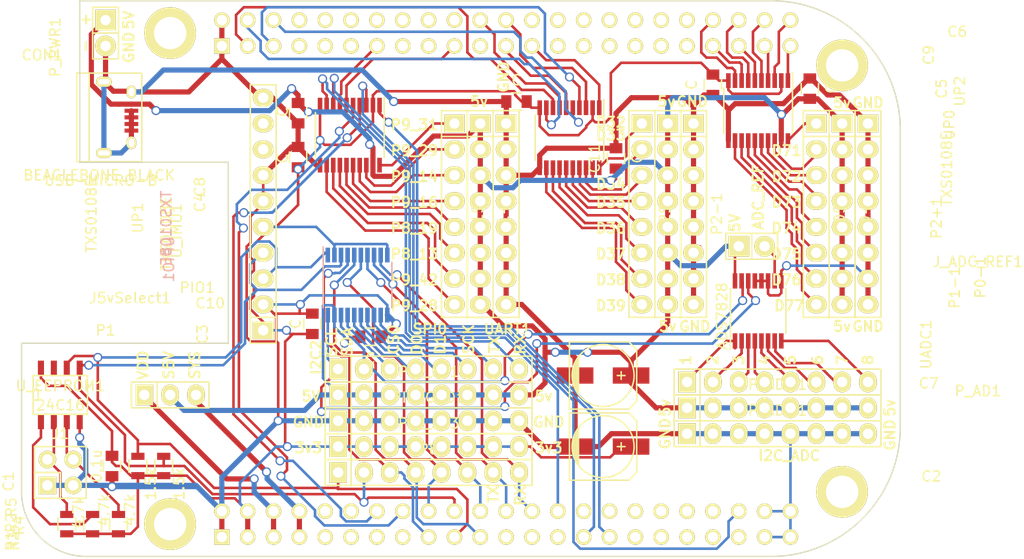
<source format=kicad_pcb>
(kicad_pcb (version 4) (host pcbnew 0.201501202016+5383~20~ubuntu14.04.1-product)
  (title_block (title "BeagleBone Black Cape") (rev 1.0) (company "Vector Null"))
  (layers (0 F.Cu signal) (31 B.Cu signal) (34 B.Paste user) (35 F.Paste user) (36 B.SilkS user) (37 F.SilkS user) (38 B.Mask user) (39 F.Mask user) (44 Edge.Cuts user))
  (net 0 "")
  (net 1 /A0)
  (net 2 /A1)
  (net 3 /A2)
  (net 4 /DC_3.3V)
  (net 5 /I2C2_SCL)
  (net 6 /I2C2_SDA)
  (net 7 /SYS_5V)
  (net 8 /VDD_5V)
  (net 9 GND)
  (net 10 /GPIO1_6)
  (net 11 /GPIO1_7)
  (net 12 /GPIO1_2)
  (net 13 /GPIO1_3)
  (net 14 /TIMER4)
  (net 15 /TIMER7)
  (net 16 /TIMER5)
  (net 17 /TIMER6)
  (net 18 /GPIO1_13)
  (net 19 /GPIO1_12)
  (net 20 /EHRPWM2B)
  (net 21 /GPIO0_26)
  (net 22 /GPIO1_15)
  (net 23 /GPIO1_14)
  (net 24 /GPIO0_27)
  (net 25 /GPIO2_1)
  (net 26 /EHRPWM2A)
  (net 27 /GPIO1_31)
  (net 28 /GPIO1_30)
  (net 29 /GPIO1_5)
  (net 30 /GPIO1_4)
  (net 31 /GPIO1_1)
  (net 32 /GPIO1_0)
  (net 33 /GPIO1_29)
  (net 34 /GPIO2_22)
  (net 35 /GPIO2_24)
  (net 36 /GPIO2_23)
  (net 37 /GPIO2_25)
  (net 38 /UART5_CTSN)
  (net 39 /UART5_RTSN)
  (net 40 /UART4_RTSN)
  (net 41 /UART3_RTSN)
  (net 42 /UART4_CTSN)
  (net 43 /UART3_CTSN)
  (net 44 /UART5_TXD)
  (net 45 /UART5_RXD)
  (net 46 /GPIO2_12)
  (net 47 /GPIO2_13)
  (net 48 /GPIO2_10)
  (net 49 /GPIO2_11)
  (net 50 /GPIO2_8)
  (net 51 /GPIO2_9)
  (net 52 /GPIO2_6)
  (net 53 /GPIO2_7)
  (net 54 /PWR_BUT)
  (net 55 /SYS_RESETn)
  (net 56 /UART4_RXD)
  (net 57 /GPIO1_28)
  (net 58 /UART4_TXD)
  (net 59 /EHRPWM1A)
  (net 60 /GPIO1_16)
  (net 61 /EHRPWM1B)
  (net 62 /I2C1_SCL)
  (net 63 /I2C1_SDA)
  (net 64 /GPIO1_17)
  (net 65 /UART1_TXD)
  (net 66 /GPIO3_21)
  (net 67 /UART1_RXD)
  (net 68 /GPIO3_19)
  (net 69 /SPI1_D1)
  (net 70 /VADC)
  (net 71 /AIN4)
  (net 72 /AGND)
  (net 73 /AIN6)
  (net 74 /AIN5)
  (net 75 /AIN2)
  (net 76 /AIN3)
  (net 77 /AIN0)
  (net 78 /AIN1)
  (net 79 /CLKOUT2)
  (net 80 /SHLD_5V)
  (net 81 /SPI0_D0)
  (net 82 /SPI0_SCLK)
  (net 83 /ECAPPWM2)
  (net 84 /EHRPWM0B)
  (net 85 /EHRPWM0A)
  (net 86 /ECAPPWM0)
  (net 87 /P_GPIO_70)
  (net 88 /P_GPIO_71)
  (net 89 /P_GPIO_72)
  (net 90 /P_GPIO_73)
  (net 91 /P_GPIO_74)
  (net 92 /P_GPIO_75)
  (net 93 /P_GPIO_76)
  (net 94 /P_GPIO_77)
  (net 95 /P_PWM_P9_31)
  (net 96 /P_PWM_P9_29)
  (net 97 /P_PWM_P9_14)
  (net 98 /P_PWM_P9_16)
  (net 99 /P_PWM_P8_19)
  (net 100 /P_PWM_P8_13)
  (net 101 /P_PWM_P9_42)
  (net 102 /P_PWM_P9_28)
  (net 103 /P_I2C2_SCL)
  (net 104 /P_I2C2_SDA)
  (net 105 /P_SPI0_CS0)
  (net 106 /P_SPI0_D0)
  (net 107 /P_SPI0_D1)
  (net 108 /P_SPI0_SCLK)
  (net 109 /P_UART1_TXD)
  (net 110 /P_UART1_RXD)
  (net 111 /P_GPIO_32)
  (net 112 /P_GPIO_33)
  (net 113 /P_GPIO_34)
  (net 114 /P_GPIO_35)
  (net 115 /P_GPIO_36)
  (net 116 /P_GPIO_37)
  (net 117 /P_GPIO_38)
  (net 118 /P_GPIO_39)
  (net 119 "Net-(J_ADC_REF1-Pad2)")
  (net 120 "Net-(P_AD1-Pad1)")
  (net 121 "Net-(P_AD1-Pad2)")
  (net 122 "Net-(P_AD1-Pad3)")
  (net 123 "Net-(P_AD1-Pad4)")
  (net 124 "Net-(P_AD1-Pad5)")
  (net 125 "Net-(P_AD1-Pad6)")
  (net 126 "Net-(P_AD1-Pad7)")
  (net 127 "Net-(P_AD1-Pad8)")
  (net 128 "Net-(U_EEPROM1-Pad7)")
  (net 129 "Net-(U_IMU1-Pad8)")
  (net 130 "Net-(U_IMU1-Pad9)")
  (module Pin_Headers:Pin_Header_Straight_2x02 (layer F.Cu) (at 100.33 131.445)
    (fp_text reference J1 (at 0 -3.81) (layer F.SilkS))
    (fp_text value CONN_02X02 hide)
    (pad 1 thru_hole rect (at -1.27 1.27) (size 1.7272 1.7272) (drill 1.016) (layers *.Cu *.Mask F.SilkS) (net 9 GND))
    (pad 2 thru_hole oval (at -1.27 -1.27) (size 1.7272 1.7272) (drill 1.016) (layers *.Cu *.Mask F.SilkS) (net 2 /A1))
    (pad 3 thru_hole oval (at 1.27 1.27) (size 1.7272 1.7272) (drill 1.016) (layers *.Cu *.Mask F.SilkS) (net 9 GND))
    (pad 4 thru_hole oval (at 1.27 -1.27) (size 1.7272 1.7272) (drill 1.016) (layers *.Cu *.Mask F.SilkS) (net 3 /A2))
  )
  (module "BeagleBoneBlack Cape:BEAGLEBONE_BLACK" (layer F.Cu) (at 96.52 139.7)
    (fp_text reference P1 (at 8.255 -22.225) (layer F.SilkS))
    (fp_text value BEAGLEBONE_BLACK (at 7.62 -37.465) (layer F.SilkS))
    (pad "" thru_hole circle (at 14.605 -3.175) (size 5.08 5.08) (drill 3.175) (layers *.Cu *.Mask F.SilkS))
    (pad "" thru_hole circle (at 80.645 -6.35) (size 5.08 5.08) (drill 3.175) (layers *.Cu *.Mask F.SilkS))
    (pad "" thru_hole circle (at 80.645 -48.26) (size 5.08 5.08) (drill 3.175) (layers *.Cu *.Mask F.SilkS))
    (pad "" thru_hole circle (at 14.605 -51.435) (size 5.08 5.08) (drill 3.175) (layers *.Cu *.Mask F.SilkS))
    (pad A1 thru_hole rect (at 19.685 -50.165) (size 1.524 1.524) (drill 1.016) (layers *.Cu *.Mask F.SilkS) (net 9 GND))
    (pad A2 thru_hole circle (at 19.685 -52.705) (size 1.524 1.524) (drill 1.016) (layers *.Cu *.Mask F.SilkS) (net 9 GND))
    (pad A3 thru_hole circle (at 22.225 -50.165) (size 1.524 1.524) (drill 1.016) (layers *.Cu *.Mask F.SilkS) (net 10 /GPIO1_6))
    (pad A4 thru_hole circle (at 22.225 -52.705) (size 1.524 1.524) (drill 1.016) (layers *.Cu *.Mask F.SilkS) (net 11 /GPIO1_7))
    (pad A5 thru_hole circle (at 24.765 -50.165) (size 1.524 1.524) (drill 1.016) (layers *.Cu *.Mask F.SilkS) (net 12 /GPIO1_2))
    (pad A6 thru_hole circle (at 24.765 -52.705) (size 1.524 1.524) (drill 1.016) (layers *.Cu *.Mask F.SilkS) (net 13 /GPIO1_3))
    (pad A7 thru_hole circle (at 27.305 -50.165) (size 1.524 1.524) (drill 1.016) (layers *.Cu *.Mask F.SilkS) (net 14 /TIMER4))
    (pad A8 thru_hole circle (at 27.305 -52.705) (size 1.524 1.524) (drill 1.016) (layers *.Cu *.Mask F.SilkS) (net 15 /TIMER7))
    (pad A9 thru_hole circle (at 29.845 -50.165) (size 1.524 1.524) (drill 1.016) (layers *.Cu *.Mask F.SilkS) (net 16 /TIMER5))
    (pad A10 thru_hole circle (at 29.845 -52.705) (size 1.524 1.524) (drill 1.016) (layers *.Cu *.Mask F.SilkS) (net 17 /TIMER6))
    (pad A11 thru_hole circle (at 32.385 -50.165) (size 1.524 1.524) (drill 1.016) (layers *.Cu *.Mask F.SilkS) (net 18 /GPIO1_13))
    (pad A12 thru_hole circle (at 32.385 -52.705) (size 1.524 1.524) (drill 1.016) (layers *.Cu *.Mask F.SilkS) (net 19 /GPIO1_12))
    (pad A13 thru_hole circle (at 34.925 -50.165) (size 1.524 1.524) (drill 1.016) (layers *.Cu *.Mask F.SilkS) (net 20 /EHRPWM2B))
    (pad A14 thru_hole circle (at 34.925 -52.705) (size 1.524 1.524) (drill 1.016) (layers *.Cu *.Mask F.SilkS) (net 21 /GPIO0_26))
    (pad A15 thru_hole circle (at 37.465 -50.165) (size 1.524 1.524) (drill 1.016) (layers *.Cu *.Mask F.SilkS) (net 22 /GPIO1_15))
    (pad A16 thru_hole circle (at 37.465 -52.705) (size 1.524 1.524) (drill 1.016) (layers *.Cu *.Mask F.SilkS) (net 23 /GPIO1_14))
    (pad A17 thru_hole circle (at 40.005 -50.165) (size 1.524 1.524) (drill 1.016) (layers *.Cu *.Mask F.SilkS) (net 24 /GPIO0_27))
    (pad A18 thru_hole circle (at 40.005 -52.705) (size 1.524 1.524) (drill 1.016) (layers *.Cu *.Mask F.SilkS) (net 25 /GPIO2_1))
    (pad A19 thru_hole circle (at 42.545 -50.165) (size 1.524 1.524) (drill 1.016) (layers *.Cu *.Mask F.SilkS) (net 26 /EHRPWM2A))
    (pad A20 thru_hole circle (at 42.545 -52.705) (size 1.524 1.524) (drill 1.016) (layers *.Cu *.Mask F.SilkS) (net 27 /GPIO1_31))
    (pad A21 thru_hole circle (at 45.085 -50.165) (size 1.524 1.524) (drill 1.016) (layers *.Cu *.Mask F.SilkS) (net 28 /GPIO1_30))
    (pad A22 thru_hole circle (at 45.085 -52.705) (size 1.524 1.524) (drill 1.016) (layers *.Cu *.Mask F.SilkS) (net 29 /GPIO1_5))
    (pad A23 thru_hole circle (at 47.625 -50.165) (size 1.524 1.524) (drill 1.016) (layers *.Cu *.Mask F.SilkS) (net 30 /GPIO1_4))
    (pad A24 thru_hole circle (at 47.625 -52.705) (size 1.524 1.524) (drill 1.016) (layers *.Cu *.Mask F.SilkS) (net 31 /GPIO1_1))
    (pad A25 thru_hole circle (at 50.165 -50.165) (size 1.524 1.524) (drill 1.016) (layers *.Cu *.Mask F.SilkS) (net 32 /GPIO1_0))
    (pad A26 thru_hole circle (at 50.165 -52.705) (size 1.524 1.524) (drill 1.016) (layers *.Cu *.Mask F.SilkS) (net 33 /GPIO1_29))
    (pad A27 thru_hole circle (at 52.705 -50.165) (size 1.524 1.524) (drill 1.016) (layers *.Cu *.Mask F.SilkS) (net 34 /GPIO2_22))
    (pad A28 thru_hole circle (at 52.705 -52.705) (size 1.524 1.524) (drill 1.016) (layers *.Cu *.Mask F.SilkS) (net 35 /GPIO2_24))
    (pad A29 thru_hole circle (at 55.245 -50.165) (size 1.524 1.524) (drill 1.016) (layers *.Cu *.Mask F.SilkS) (net 36 /GPIO2_23))
    (pad A30 thru_hole circle (at 55.245 -52.705) (size 1.524 1.524) (drill 1.016) (layers *.Cu *.Mask F.SilkS) (net 37 /GPIO2_25))
    (pad A31 thru_hole circle (at 57.785 -50.165) (size 1.524 1.524) (drill 1.016) (layers *.Cu *.Mask F.SilkS) (net 38 /UART5_CTSN))
    (pad A32 thru_hole circle (at 57.785 -52.705) (size 1.524 1.524) (drill 1.016) (layers *.Cu *.Mask F.SilkS) (net 39 /UART5_RTSN))
    (pad A33 thru_hole circle (at 60.325 -50.165) (size 1.524 1.524) (drill 1.016) (layers *.Cu *.Mask F.SilkS) (net 40 /UART4_RTSN))
    (pad A34 thru_hole circle (at 60.325 -52.705) (size 1.524 1.524) (drill 1.016) (layers *.Cu *.Mask F.SilkS) (net 41 /UART3_RTSN))
    (pad A35 thru_hole circle (at 62.865 -50.165) (size 1.524 1.524) (drill 1.016) (layers *.Cu *.Mask F.SilkS) (net 42 /UART4_CTSN))
    (pad A36 thru_hole circle (at 62.865 -52.705) (size 1.524 1.524) (drill 1.016) (layers *.Cu *.Mask F.SilkS) (net 43 /UART3_CTSN))
    (pad A37 thru_hole circle (at 65.405 -50.165) (size 1.524 1.524) (drill 1.016) (layers *.Cu *.Mask F.SilkS) (net 44 /UART5_TXD))
    (pad A38 thru_hole circle (at 65.405 -52.705) (size 1.524 1.524) (drill 1.016) (layers *.Cu *.Mask F.SilkS) (net 45 /UART5_RXD))
    (pad A39 thru_hole circle (at 67.945 -50.165) (size 1.524 1.524) (drill 1.016) (layers *.Cu *.Mask F.SilkS) (net 46 /GPIO2_12))
    (pad A40 thru_hole circle (at 67.945 -52.705) (size 1.524 1.524) (drill 1.016) (layers *.Cu *.Mask F.SilkS) (net 47 /GPIO2_13))
    (pad A41 thru_hole circle (at 70.485 -50.165) (size 1.524 1.524) (drill 1.016) (layers *.Cu *.Mask F.SilkS) (net 48 /GPIO2_10))
    (pad A42 thru_hole circle (at 70.485 -52.705) (size 1.524 1.524) (drill 1.016) (layers *.Cu *.Mask F.SilkS) (net 49 /GPIO2_11))
    (pad A43 thru_hole circle (at 73.025 -50.165) (size 1.524 1.524) (drill 1.016) (layers *.Cu *.Mask F.SilkS) (net 50 /GPIO2_8))
    (pad A44 thru_hole circle (at 73.025 -52.705) (size 1.524 1.524) (drill 1.016) (layers *.Cu *.Mask F.SilkS) (net 51 /GPIO2_9))
    (pad A45 thru_hole circle (at 75.565 -50.165) (size 1.524 1.524) (drill 1.016) (layers *.Cu *.Mask F.SilkS) (net 52 /GPIO2_6))
    (pad A46 thru_hole circle (at 75.565 -52.705) (size 1.524 1.524) (drill 1.016) (layers *.Cu *.Mask F.SilkS) (net 53 /GPIO2_7))
    (pad B2 thru_hole circle (at 19.685 -4.445) (size 1.524 1.524) (drill 1.016) (layers *.Cu *.Mask F.SilkS) (net 9 GND))
    (pad B3 thru_hole circle (at 22.225 -1.905) (size 1.524 1.524) (drill 1.016) (layers *.Cu *.Mask F.SilkS) (net 4 /DC_3.3V))
    (pad B4 thru_hole circle (at 22.225 -4.445) (size 1.524 1.524) (drill 1.016) (layers *.Cu *.Mask F.SilkS) (net 4 /DC_3.3V))
    (pad B5 thru_hole circle (at 24.765 -1.905) (size 1.524 1.524) (drill 1.016) (layers *.Cu *.Mask F.SilkS) (net 8 /VDD_5V))
    (pad B6 thru_hole circle (at 24.765 -4.445) (size 1.524 1.524) (drill 1.016) (layers *.Cu *.Mask F.SilkS) (net 8 /VDD_5V))
    (pad B7 thru_hole circle (at 27.305 -1.905) (size 1.524 1.524) (drill 1.016) (layers *.Cu *.Mask F.SilkS) (net 7 /SYS_5V))
    (pad B8 thru_hole circle (at 27.305 -4.445) (size 1.524 1.524) (drill 1.016) (layers *.Cu *.Mask F.SilkS) (net 7 /SYS_5V))
    (pad B9 thru_hole circle (at 29.845 -1.905) (size 1.524 1.524) (drill 1.016) (layers *.Cu *.Mask F.SilkS) (net 54 /PWR_BUT))
    (pad B10 thru_hole circle (at 29.845 -4.445) (size 1.524 1.524) (drill 1.016) (layers *.Cu *.Mask F.SilkS) (net 55 /SYS_RESETn))
    (pad B11 thru_hole circle (at 32.385 -1.905) (size 1.524 1.524) (drill 1.016) (layers *.Cu *.Mask F.SilkS) (net 56 /UART4_RXD))
    (pad B12 thru_hole circle (at 32.385 -4.445) (size 1.524 1.524) (drill 1.016) (layers *.Cu *.Mask F.SilkS) (net 57 /GPIO1_28))
    (pad B13 thru_hole circle (at 34.925 -1.905) (size 1.524 1.524) (drill 1.016) (layers *.Cu *.Mask F.SilkS) (net 58 /UART4_TXD))
    (pad B14 thru_hole circle (at 34.925 -4.445) (size 1.524 1.524) (drill 1.016) (layers *.Cu *.Mask F.SilkS) (net 59 /EHRPWM1A))
    (pad B15 thru_hole circle (at 37.465 -1.905) (size 1.524 1.524) (drill 1.016) (layers *.Cu *.Mask F.SilkS) (net 60 /GPIO1_16))
    (pad B16 thru_hole circle (at 37.465 -4.445) (size 1.524 1.524) (drill 1.016) (layers *.Cu *.Mask F.SilkS) (net 61 /EHRPWM1B))
    (pad B17 thru_hole circle (at 40.005 -1.905) (size 1.524 1.524) (drill 1.016) (layers *.Cu *.Mask F.SilkS) (net 62 /I2C1_SCL))
    (pad B18 thru_hole circle (at 40.005 -4.445) (size 1.524 1.524) (drill 1.016) (layers *.Cu *.Mask F.SilkS) (net 63 /I2C1_SDA))
    (pad B19 thru_hole circle (at 42.545 -1.905) (size 1.524 1.524) (drill 1.016) (layers *.Cu *.Mask F.SilkS) (net 5 /I2C2_SCL))
    (pad B20 thru_hole circle (at 42.545 -4.445) (size 1.524 1.524) (drill 1.016) (layers *.Cu *.Mask F.SilkS) (net 6 /I2C2_SDA))
    (pad B21 thru_hole circle (at 45.085 -1.905) (size 1.524 1.524) (drill 1.016) (layers *.Cu *.Mask F.SilkS) (net 81 /SPI0_D0))
    (pad B22 thru_hole circle (at 45.085 -4.445) (size 1.524 1.524) (drill 1.016) (layers *.Cu *.Mask F.SilkS) (net 82 /SPI0_SCLK))
    (pad B23 thru_hole circle (at 47.625 -1.905) (size 1.524 1.524) (drill 1.016) (layers *.Cu *.Mask F.SilkS) (net 64 /GPIO1_17))
    (pad B24 thru_hole circle (at 47.625 -4.445) (size 1.524 1.524) (drill 1.016) (layers *.Cu *.Mask F.SilkS) (net 65 /UART1_TXD))
    (pad B25 thru_hole circle (at 50.165 -1.905) (size 1.524 1.524) (drill 1.016) (layers *.Cu *.Mask F.SilkS) (net 66 /GPIO3_21))
    (pad B26 thru_hole circle (at 50.165 -4.445) (size 1.524 1.524) (drill 1.016) (layers *.Cu *.Mask F.SilkS) (net 67 /UART1_RXD))
    (pad B27 thru_hole circle (at 52.705 -1.905) (size 1.524 1.524) (drill 1.016) (layers *.Cu *.Mask F.SilkS) (net 68 /GPIO3_19))
    (pad B28 thru_hole circle (at 52.705 -4.445) (size 1.524 1.524) (drill 1.016) (layers *.Cu *.Mask F.SilkS) (net 83 /ECAPPWM2))
    (pad B29 thru_hole circle (at 55.245 -1.905) (size 1.524 1.524) (drill 1.016) (layers *.Cu *.Mask F.SilkS) (net 84 /EHRPWM0B))
    (pad B30 thru_hole circle (at 55.245 -4.445) (size 1.524 1.524) (drill 1.016) (layers *.Cu *.Mask F.SilkS) (net 69 /SPI1_D1))
    (pad B31 thru_hole circle (at 57.785 -1.905) (size 1.524 1.524) (drill 1.016) (layers *.Cu *.Mask F.SilkS) (net 85 /EHRPWM0A))
    (pad B32 thru_hole circle (at 57.785 -4.445) (size 1.524 1.524) (drill 1.016) (layers *.Cu *.Mask F.SilkS) (net 70 /VADC))
    (pad B33 thru_hole circle (at 60.325 -1.905) (size 1.524 1.524) (drill 1.016) (layers *.Cu *.Mask F.SilkS) (net 71 /AIN4))
    (pad B34 thru_hole circle (at 60.325 -4.445) (size 1.524 1.524) (drill 1.016) (layers *.Cu *.Mask F.SilkS) (net 72 /AGND))
    (pad B35 thru_hole circle (at 62.865 -1.905) (size 1.524 1.524) (drill 1.016) (layers *.Cu *.Mask F.SilkS) (net 73 /AIN6))
    (pad B36 thru_hole circle (at 62.865 -4.445) (size 1.524 1.524) (drill 1.016) (layers *.Cu *.Mask F.SilkS) (net 74 /AIN5))
    (pad B37 thru_hole circle (at 65.405 -1.905) (size 1.524 1.524) (drill 1.016) (layers *.Cu *.Mask F.SilkS) (net 75 /AIN2))
    (pad B38 thru_hole circle (at 65.405 -4.445) (size 1.524 1.524) (drill 1.016) (layers *.Cu *.Mask F.SilkS) (net 76 /AIN3))
    (pad B39 thru_hole circle (at 67.945 -1.905) (size 1.524 1.524) (drill 1.016) (layers *.Cu *.Mask F.SilkS) (net 77 /AIN0))
    (pad B40 thru_hole circle (at 67.945 -4.445) (size 1.524 1.524) (drill 1.016) (layers *.Cu *.Mask F.SilkS) (net 78 /AIN1))
    (pad B41 thru_hole circle (at 70.485 -1.905) (size 1.524 1.524) (drill 1.016) (layers *.Cu *.Mask F.SilkS) (net 79 /CLKOUT2))
    (pad B42 thru_hole circle (at 70.485 -4.445) (size 1.524 1.524) (drill 1.016) (layers *.Cu *.Mask F.SilkS) (net 86 /ECAPPWM0))
    (pad B43 thru_hole circle (at 73.025 -1.905) (size 1.524 1.524) (drill 1.016) (layers *.Cu *.Mask F.SilkS) (net 9 GND))
    (pad B44 thru_hole circle (at 73.025 -4.445) (size 1.524 1.524) (drill 1.016) (layers *.Cu *.Mask F.SilkS) (net 9 GND))
    (pad B45 thru_hole circle (at 75.565 -1.905) (size 1.524 1.524) (drill 1.016) (layers *.Cu *.Mask F.SilkS) (net 9 GND))
    (pad B46 thru_hole circle (at 75.565 -4.445) (size 1.524 1.524) (drill 1.016) (layers *.Cu *.Mask F.SilkS) (net 9 GND))
    (pad B1 thru_hole rect (at 19.685 -1.905) (size 1.524 1.524) (drill 1.016) (layers *.Cu *.Mask F.SilkS) (net 9 GND))
  )
  (module Capacitors_SMD:C_0805 (layer F.Cu) (at 105.41 130.81 270)
    (fp_text reference C1 (at 1.524 10.16 270) (layer F.SilkS))
    (fp_text value 0.1u (at 0 1.524 270) (layer F.SilkS))
    (pad 1 smd rect (at -1 0 270) (size 1 1.25) (layers F.Cu F.Paste F.Mask) (net 4 /DC_3.3V))
    (pad 2 smd rect (at 1 0 270) (size 1 1.25) (layers F.Cu F.Paste F.Mask) (net 9 GND))
  )
  (module Resistors_SMD:R_0805 (layer F.Cu) (at 100.965 136.525 90)
    (fp_text reference R1 (at -1.651 -5.461 90) (layer F.SilkS))
    (fp_text value 4.7k (at 1.143 1.143 90) (layer F.SilkS))
    (pad 1 smd rect (at -0.95 0 90) (size 0.7 1.3) (layers F.Cu F.Paste F.Mask) (net 4 /DC_3.3V))
    (pad 2 smd rect (at 0.95 0 90) (size 0.7 1.3) (layers F.Cu F.Paste F.Mask) (net 2 /A1))
  )
  (module Resistors_SMD:R_0805 (layer F.Cu) (at 106.045 136.525 90)
    (fp_text reference R2 (at 0.127 -10.541 90) (layer F.SilkS))
    (fp_text value 4.7k (at 1.397 1.143 90) (layer F.SilkS))
    (pad 1 smd rect (at -0.95 0 90) (size 0.7 1.3) (layers F.Cu F.Paste F.Mask) (net 4 /DC_3.3V))
    (pad 2 smd rect (at 0.95 0 90) (size 0.7 1.3) (layers F.Cu F.Paste F.Mask) (net 3 /A2))
  )
  (module Resistors_SMD:R_0805 (layer F.Cu) (at 103.505 136.525 90)
    (fp_text reference R3 (at -1.651 -7.747 90) (layer F.SilkS))
    (fp_text value 4.7k (at 1.397 1.143 90) (layer F.SilkS))
    (pad 1 smd rect (at -0.95 0 90) (size 0.7 1.3) (layers F.Cu F.Paste F.Mask) (net 4 /DC_3.3V))
    (pad 2 smd rect (at 0.95 0 90) (size 0.7 1.3) (layers F.Cu F.Paste F.Mask) (net 1 /A0))
  )
  (module Resistors_SMD:R_0805 (layer F.Cu) (at 107.95 130.81 90)
    (fp_text reference R4 (at -5.842 -11.684 90) (layer F.SilkS))
    (fp_text value 1.5k (at -1.778 1.27 90) (layer F.SilkS))
    (pad 1 smd rect (at -0.95 0 90) (size 0.7 1.3) (layers F.Cu F.Paste F.Mask) (net 4 /DC_3.3V))
    (pad 2 smd rect (at 0.95 0 90) (size 0.7 1.3) (layers F.Cu F.Paste F.Mask) (net 5 /I2C2_SCL))
  )
  (module Resistors_SMD:R_0805 (layer F.Cu) (at 110.49 130.81 90)
    (fp_text reference R5 (at -4.064 -14.986 90) (layer F.SilkS))
    (fp_text value 1.5k (at -1.778 1.524 90) (layer F.SilkS))
    (pad 1 smd rect (at -0.95 0 90) (size 0.7 1.3) (layers F.Cu F.Paste F.Mask) (net 4 /DC_3.3V))
    (pad 2 smd rect (at 0.95 0 90) (size 0.7 1.3) (layers F.Cu F.Paste F.Mask) (net 6 /I2C2_SDA))
  )
  (module Capacitors_SMD:c_elec_6.3x5.7 (layer F.Cu) (at 153.67 128.905)
    (fp_text reference C2 (at 32.258 2.921) (layer F.SilkS))
    (fp_text value CP2 hide)
    (pad 1 smd rect (at 2.75082 0) (size 3.59918 1.6002) (layers F.Cu F.Paste F.Mask) (net 4 /DC_3.3V))
    (pad 2 smd rect (at -2.75082 0) (size 3.59918 1.6002) (layers F.Cu F.Paste F.Mask) (net 9 GND))
  )
  (module Capacitors_SMD:C_0805 (layer F.Cu) (at 125.095 116.84 90)
    (fp_text reference C3 (at -1.016 -10.795 90) (layer F.SilkS))
    (fp_text value C (at 0 -1.651 90) (layer F.SilkS))
    (pad 1 smd rect (at -1 0 90) (size 1 1.25) (layers F.Cu F.Paste F.Mask) (net 4 /DC_3.3V))
    (pad 2 smd rect (at 1 0 90) (size 1 1.25) (layers F.Cu F.Paste F.Mask) (net 9 GND))
  )
  (module Capacitors_SMD:C_0805 (layer F.Cu) (at 123.698 100.457 90)
    (fp_text reference C4 (at -4.445 -9.652 90) (layer F.SilkS))
    (fp_text value C (at -0.127 -1.524 90) (layer F.SilkS))
    (pad 1 smd rect (at -1 0 90) (size 1 1.25) (layers F.Cu F.Paste F.Mask) (net 4 /DC_3.3V))
    (pad 2 smd rect (at 1 0 90) (size 1 1.25) (layers F.Cu F.Paste F.Mask) (net 9 GND))
  )
  (module Capacitors_SMD:C_0805 (layer F.Cu) (at 164.465 93.345 270)
    (fp_text reference C5 (at 0.381 -22.479 270) (layer F.SilkS))
    (fp_text value C (at 0 2.1 270) (layer F.SilkS))
    (pad 1 smd rect (at -1 0 270) (size 1 1.25) (layers F.Cu F.Paste F.Mask) (net 4 /DC_3.3V))
    (pad 2 smd rect (at 1 0 270) (size 1 1.25) (layers F.Cu F.Paste F.Mask) (net 9 GND))
  )
  (module Capacitors_SMD:C_0805 (layer F.Cu) (at 145.161 94.996 180)
    (fp_text reference C6 (at -43.307 6.858 180) (layer F.SilkS))
    (fp_text value C (at 0 2.1 180) (layer F.SilkS))
    (pad 1 smd rect (at -1 0 180) (size 1 1.25) (layers F.Cu F.Paste F.Mask) (net 4 /DC_3.3V))
    (pad 2 smd rect (at 1 0 180) (size 1 1.25) (layers F.Cu F.Paste F.Mask) (net 9 GND))
  )
  (module Capacitors_SMD:c_elec_6.3x5.7 (layer F.Cu) (at 153.67 121.92)
    (fp_text reference C7 (at 32.004 0.762) (layer F.SilkS))
    (fp_text value CP2 hide)
    (pad 1 smd rect (at 2.75082 0) (size 3.59918 1.6002) (layers F.Cu F.Paste F.Mask) (net 80 /SHLD_5V))
    (pad 2 smd rect (at -2.75082 0) (size 3.59918 1.6002) (layers F.Cu F.Paste F.Mask) (net 9 GND))
  )
  (module Capacitors_SMD:C_0805 (layer F.Cu) (at 123.698 96.139 270)
    (fp_text reference C8 (at 7.239 9.652 270) (layer F.SilkS))
    (fp_text value C (at -0.127 1.524 270) (layer F.SilkS))
    (pad 1 smd rect (at -1 0 270) (size 1 1.25) (layers F.Cu F.Paste F.Mask) (net 80 /SHLD_5V))
    (pad 2 smd rect (at 1 0 270) (size 1 1.25) (layers F.Cu F.Paste F.Mask) (net 9 GND))
  )
  (module Capacitors_SMD:C_0805 (layer F.Cu) (at 173.99 93.726 90)
    (fp_text reference C9 (at 3.302 11.684 90) (layer F.SilkS))
    (fp_text value C (at 0 2.1 90) (layer F.SilkS))
    (pad 1 smd rect (at -1 0 90) (size 1 1.25) (layers F.Cu F.Paste F.Mask) (net 80 /SHLD_5V))
    (pad 2 smd rect (at 1 0 90) (size 1 1.25) (layers F.Cu F.Paste F.Mask) (net 9 GND))
  )
  (module Capacitors_SMD:C_0805 (layer F.Cu) (at 130.81 118.11)
    (fp_text reference C10 (at -15.748 -3.302) (layer F.SilkS))
    (fp_text value C (at 0 2.1) (layer F.SilkS))
    (pad 1 smd rect (at -1 0) (size 1 1.25) (layers F.Cu F.Paste F.Mask) (net 80 /SHLD_5V))
    (pad 2 smd rect (at 1 0) (size 1 1.25) (layers F.Cu F.Paste F.Mask) (net 9 GND))
  )
  (module Capacitors_SMD:C_0805 (layer F.Cu) (at 154.94 100.584 90)
    (fp_text reference C11 (at 0 -2.1 90) (layer F.SilkS))
    (fp_text value C (at 0 2.1 90) (layer F.SilkS))
    (pad 1 smd rect (at -1 0 90) (size 1 1.25) (layers F.Cu F.Paste F.Mask) (net 80 /SHLD_5V))
    (pad 2 smd rect (at 1 0 90) (size 1 1.25) (layers F.Cu F.Paste F.Mask) (net 9 GND))
  )
  (module Pin_Headers:Pin_Header_Straight_1x03 (layer F.Cu) (at 111.125 123.825)
    (fp_text reference J5vSelect1 (at -3.937 -9.525) (layer F.SilkS))
    (fp_text value CONN_01X03 hide)
    (pad 1 thru_hole rect (at -2.54 0) (size 1.7272 2.032) (drill 1.016) (layers *.Cu *.Mask F.SilkS) (net 8 /VDD_5V))
    (pad 2 thru_hole oval (at 0 0) (size 1.7272 2.032) (drill 1.016) (layers *.Cu *.Mask F.SilkS) (net 80 /SHLD_5V))
    (pad 3 thru_hole oval (at 2.54 0) (size 1.7272 2.032) (drill 1.016) (layers *.Cu *.Mask F.SilkS) (net 7 /SYS_5V))
  )
  (module Pin_Headers:Pin_Header_Straight_1x08 (layer F.Cu) (at 136.525 131.445)
    (fp_text reference P8 (at 0 -2.286) (layer F.SilkS))
    (fp_text value CONN_01X08 hide)
    (pad 1 thru_hole rect (at -8.89 0) (size 1.7272 2.032) (drill 1.016) (layers *.Cu *.Mask F.SilkS) (net 5 /I2C2_SCL))
    (pad 2 thru_hole oval (at -6.35 0) (size 1.7272 2.032) (drill 1.016) (layers *.Cu *.Mask F.SilkS) (net 6 /I2C2_SDA))
    (pad 3 thru_hole oval (at -3.81 0) (size 1.7272 2.032) (drill 1.016) (layers *.Cu *.Mask F.SilkS) (net 62 /I2C1_SCL))
    (pad 4 thru_hole oval (at -1.27 0) (size 1.7272 2.032) (drill 1.016) (layers *.Cu *.Mask F.SilkS) (net 81 /SPI0_D0))
    (pad 5 thru_hole oval (at 1.27 0) (size 1.7272 2.032) (drill 1.016) (layers *.Cu *.Mask F.SilkS) (net 63 /I2C1_SDA))
    (pad 6 thru_hole oval (at 3.81 0) (size 1.7272 2.032) (drill 1.016) (layers *.Cu *.Mask F.SilkS) (net 82 /SPI0_SCLK))
    (pad 7 thru_hole oval (at 6.35 0) (size 1.7272 2.032) (drill 1.016) (layers *.Cu *.Mask F.SilkS) (net 65 /UART1_TXD))
    (pad 8 thru_hole oval (at 8.89 0) (size 1.7272 2.032) (drill 1.016) (layers *.Cu *.Mask F.SilkS) (net 67 /UART1_RXD))
  )
  (module Connect:USB_Micro-B (layer F.Cu) (at 107.315 95.25)
    (fp_text reference CON1 (at -8.763 -4.826) (layer F.SilkS))
    (fp_text value USB-MICRO-B (at -3 7.5) (layer F.SilkS))
    (pad 1 smd rect (at 0 0) (size 1.35 0.4) (layers F.Cu F.Paste F.Mask) (net 80 /SHLD_5V))
    (pad 2 smd rect (at 0 0.65) (size 1.35 0.4) (layers F.Cu F.Paste F.Mask) (net 9 GND))
    (pad 3 smd rect (at 0 1.3) (size 1.35 0.4) (layers F.Cu F.Paste F.Mask) (net 9 GND))
    (pad 4 smd rect (at 0 1.95) (size 1.35 0.4) (layers F.Cu F.Paste F.Mask) (net 9 GND))
    (pad 5 smd rect (at 0 2.6) (size 1.35 0.4) (layers F.Cu F.Paste F.Mask) (net 9 GND))
    (pad 6 thru_hole oval (at 0 -1.2) (size 0.95 1.25) (drill oval 0.55 0.85) (layers *.Cu *.Mask F.SilkS) (net 9 GND))
    (pad 7 thru_hole oval (at 0 3.8) (size 0.95 1.25) (drill oval 0.55 0.85) (layers *.Cu *.Mask F.SilkS) (net 9 GND))
    (pad 8 thru_hole oval (at -2.7 -2.2) (size 1.55 1) (drill oval 1.15 0.5) (layers *.Cu *.Mask F.SilkS) (net 9 GND))
    (pad 9 thru_hole oval (at -2.7 4.8) (size 1.55 1) (drill oval 1.15 0.5) (layers *.Cu *.Mask F.SilkS) (net 9 GND))
  )
  (module Pin_Headers:Pin_Header_Straight_1x02 (layer F.Cu) (at 168.275 109.22)
    (fp_text reference J_ADC_REF1 (at 22.225 1.524) (layer F.SilkS))
    (fp_text value CONN_01X02 hide)
    (pad 1 thru_hole rect (at -1.27 0) (size 2.032 2.032) (drill 1.016) (layers *.Cu *.Mask F.SilkS) (net 80 /SHLD_5V))
    (pad 2 thru_hole oval (at 1.27 0) (size 2.032 2.032) (drill 1.016) (layers *.Cu *.Mask F.SilkS) (net 119 "Net-(J_ADC_REF1-Pad2)"))
  )
  (module Pin_Headers:Pin_Header_Straight_1x08 (layer F.Cu) (at 177.165 106.045 270)
    (fp_text reference P0+1 (at 0 -2.286 270) (layer F.SilkS))
    (fp_text value CONN_01X08 hide)
    (pad 1 thru_hole rect (at -8.89 0 270) (size 1.7272 2.032) (drill 1.016) (layers *.Cu *.Mask F.SilkS) (net 80 /SHLD_5V))
    (pad 2 thru_hole oval (at -6.35 0 270) (size 1.7272 2.032) (drill 1.016) (layers *.Cu *.Mask F.SilkS) (net 80 /SHLD_5V))
    (pad 3 thru_hole oval (at -3.81 0 270) (size 1.7272 2.032) (drill 1.016) (layers *.Cu *.Mask F.SilkS) (net 80 /SHLD_5V))
    (pad 4 thru_hole oval (at -1.27 0 270) (size 1.7272 2.032) (drill 1.016) (layers *.Cu *.Mask F.SilkS) (net 80 /SHLD_5V))
    (pad 5 thru_hole oval (at 1.27 0 270) (size 1.7272 2.032) (drill 1.016) (layers *.Cu *.Mask F.SilkS) (net 80 /SHLD_5V))
    (pad 6 thru_hole oval (at 3.81 0 270) (size 1.7272 2.032) (drill 1.016) (layers *.Cu *.Mask F.SilkS) (net 80 /SHLD_5V))
    (pad 7 thru_hole oval (at 6.35 0 270) (size 1.7272 2.032) (drill 1.016) (layers *.Cu *.Mask F.SilkS) (net 80 /SHLD_5V))
    (pad 8 thru_hole oval (at 8.89 0 270) (size 1.7272 2.032) (drill 1.016) (layers *.Cu *.Mask F.SilkS) (net 80 /SHLD_5V))
  )
  (module Pin_Headers:Pin_Header_Straight_1x08 (layer F.Cu) (at 179.705 106.045 270)
    (fp_text reference P0-1 (at 6.223 -11.049 270) (layer F.SilkS))
    (fp_text value CONN_01X08 hide)
    (pad 1 thru_hole rect (at -8.89 0 270) (size 1.7272 2.032) (drill 1.016) (layers *.Cu *.Mask F.SilkS) (net 9 GND))
    (pad 2 thru_hole oval (at -6.35 0 270) (size 1.7272 2.032) (drill 1.016) (layers *.Cu *.Mask F.SilkS) (net 9 GND))
    (pad 3 thru_hole oval (at -3.81 0 270) (size 1.7272 2.032) (drill 1.016) (layers *.Cu *.Mask F.SilkS) (net 9 GND))
    (pad 4 thru_hole oval (at -1.27 0 270) (size 1.7272 2.032) (drill 1.016) (layers *.Cu *.Mask F.SilkS) (net 9 GND))
    (pad 5 thru_hole oval (at 1.27 0 270) (size 1.7272 2.032) (drill 1.016) (layers *.Cu *.Mask F.SilkS) (net 9 GND))
    (pad 6 thru_hole oval (at 3.81 0 270) (size 1.7272 2.032) (drill 1.016) (layers *.Cu *.Mask F.SilkS) (net 9 GND))
    (pad 7 thru_hole oval (at 6.35 0 270) (size 1.7272 2.032) (drill 1.016) (layers *.Cu *.Mask F.SilkS) (net 9 GND))
    (pad 8 thru_hole oval (at 8.89 0 270) (size 1.7272 2.032) (drill 1.016) (layers *.Cu *.Mask F.SilkS) (net 9 GND))
  )
  (module Pin_Headers:Pin_Header_Straight_1x08 (layer F.Cu) (at 174.625 106.045 270)
    (fp_text reference P0S1 (at 0 -2.286 270) (layer F.SilkS))
    (fp_text value CONN_01X08 hide)
    (pad 1 thru_hole rect (at -8.89 0 270) (size 1.7272 2.032) (drill 1.016) (layers *.Cu *.Mask F.SilkS) (net 87 /P_GPIO_70))
    (pad 2 thru_hole oval (at -6.35 0 270) (size 1.7272 2.032) (drill 1.016) (layers *.Cu *.Mask F.SilkS) (net 88 /P_GPIO_71))
    (pad 3 thru_hole oval (at -3.81 0 270) (size 1.7272 2.032) (drill 1.016) (layers *.Cu *.Mask F.SilkS) (net 89 /P_GPIO_72))
    (pad 4 thru_hole oval (at -1.27 0 270) (size 1.7272 2.032) (drill 1.016) (layers *.Cu *.Mask F.SilkS) (net 90 /P_GPIO_73))
    (pad 5 thru_hole oval (at 1.27 0 270) (size 1.7272 2.032) (drill 1.016) (layers *.Cu *.Mask F.SilkS) (net 91 /P_GPIO_74))
    (pad 6 thru_hole oval (at 3.81 0 270) (size 1.7272 2.032) (drill 1.016) (layers *.Cu *.Mask F.SilkS) (net 92 /P_GPIO_75))
    (pad 7 thru_hole oval (at 6.35 0 270) (size 1.7272 2.032) (drill 1.016) (layers *.Cu *.Mask F.SilkS) (net 93 /P_GPIO_76))
    (pad 8 thru_hole oval (at 8.89 0 270) (size 1.7272 2.032) (drill 1.016) (layers *.Cu *.Mask F.SilkS) (net 94 /P_GPIO_77))
  )
  (module Pin_Headers:Pin_Header_Straight_1x08 (layer F.Cu) (at 141.605 106.045 270)
    (fp_text reference P1+1 (at 0 -2.286 270) (layer F.SilkS))
    (fp_text value CONN_01X08 hide)
    (pad 1 thru_hole rect (at -8.89 0 270) (size 1.7272 2.032) (drill 1.016) (layers *.Cu *.Mask F.SilkS) (net 80 /SHLD_5V))
    (pad 2 thru_hole oval (at -6.35 0 270) (size 1.7272 2.032) (drill 1.016) (layers *.Cu *.Mask F.SilkS) (net 80 /SHLD_5V))
    (pad 3 thru_hole oval (at -3.81 0 270) (size 1.7272 2.032) (drill 1.016) (layers *.Cu *.Mask F.SilkS) (net 80 /SHLD_5V))
    (pad 4 thru_hole oval (at -1.27 0 270) (size 1.7272 2.032) (drill 1.016) (layers *.Cu *.Mask F.SilkS) (net 80 /SHLD_5V))
    (pad 5 thru_hole oval (at 1.27 0 270) (size 1.7272 2.032) (drill 1.016) (layers *.Cu *.Mask F.SilkS) (net 80 /SHLD_5V))
    (pad 6 thru_hole oval (at 3.81 0 270) (size 1.7272 2.032) (drill 1.016) (layers *.Cu *.Mask F.SilkS) (net 80 /SHLD_5V))
    (pad 7 thru_hole oval (at 6.35 0 270) (size 1.7272 2.032) (drill 1.016) (layers *.Cu *.Mask F.SilkS) (net 80 /SHLD_5V))
    (pad 8 thru_hole oval (at 8.89 0 270) (size 1.7272 2.032) (drill 1.016) (layers *.Cu *.Mask F.SilkS) (net 80 /SHLD_5V))
  )
  (module Pin_Headers:Pin_Header_Straight_1x08 (layer F.Cu) (at 144.145 106.045 270)
    (fp_text reference P1-1 (at 7.239 -44.069 270) (layer F.SilkS))
    (fp_text value CONN_01X08 hide)
    (pad 1 thru_hole rect (at -8.89 0 270) (size 1.7272 2.032) (drill 1.016) (layers *.Cu *.Mask F.SilkS) (net 9 GND))
    (pad 2 thru_hole oval (at -6.35 0 270) (size 1.7272 2.032) (drill 1.016) (layers *.Cu *.Mask F.SilkS) (net 9 GND))
    (pad 3 thru_hole oval (at -3.81 0 270) (size 1.7272 2.032) (drill 1.016) (layers *.Cu *.Mask F.SilkS) (net 9 GND))
    (pad 4 thru_hole oval (at -1.27 0 270) (size 1.7272 2.032) (drill 1.016) (layers *.Cu *.Mask F.SilkS) (net 9 GND))
    (pad 5 thru_hole oval (at 1.27 0 270) (size 1.7272 2.032) (drill 1.016) (layers *.Cu *.Mask F.SilkS) (net 9 GND))
    (pad 6 thru_hole oval (at 3.81 0 270) (size 1.7272 2.032) (drill 1.016) (layers *.Cu *.Mask F.SilkS) (net 9 GND))
    (pad 7 thru_hole oval (at 6.35 0 270) (size 1.7272 2.032) (drill 1.016) (layers *.Cu *.Mask F.SilkS) (net 9 GND))
    (pad 8 thru_hole oval (at 8.89 0 270) (size 1.7272 2.032) (drill 1.016) (layers *.Cu *.Mask F.SilkS) (net 9 GND))
  )
  (module Pin_Headers:Pin_Header_Straight_1x08 (layer F.Cu) (at 139.065 106.045 270)
    (fp_text reference P1S1 (at 0 -2.286 270) (layer F.SilkS))
    (fp_text value CONN_01X08 hide)
    (pad 1 thru_hole rect (at -8.89 0 270) (size 1.7272 2.032) (drill 1.016) (layers *.Cu *.Mask F.SilkS) (net 95 /P_PWM_P9_31))
    (pad 2 thru_hole oval (at -6.35 0 270) (size 1.7272 2.032) (drill 1.016) (layers *.Cu *.Mask F.SilkS) (net 96 /P_PWM_P9_29))
    (pad 3 thru_hole oval (at -3.81 0 270) (size 1.7272 2.032) (drill 1.016) (layers *.Cu *.Mask F.SilkS) (net 97 /P_PWM_P9_14))
    (pad 4 thru_hole oval (at -1.27 0 270) (size 1.7272 2.032) (drill 1.016) (layers *.Cu *.Mask F.SilkS) (net 98 /P_PWM_P9_16))
    (pad 5 thru_hole oval (at 1.27 0 270) (size 1.7272 2.032) (drill 1.016) (layers *.Cu *.Mask F.SilkS) (net 99 /P_PWM_P8_19))
    (pad 6 thru_hole oval (at 3.81 0 270) (size 1.7272 2.032) (drill 1.016) (layers *.Cu *.Mask F.SilkS) (net 100 /P_PWM_P8_13))
    (pad 7 thru_hole oval (at 6.35 0 270) (size 1.7272 2.032) (drill 1.016) (layers *.Cu *.Mask F.SilkS) (net 101 /P_PWM_P9_42))
    (pad 8 thru_hole oval (at 8.89 0 270) (size 1.7272 2.032) (drill 1.016) (layers *.Cu *.Mask F.SilkS) (net 102 /P_PWM_P9_28))
  )
  (module Pin_Headers:Pin_Header_Straight_1x08 (layer F.Cu) (at 160.02 106.045 270)
    (fp_text reference P2+1 (at 0.381 -26.416 270) (layer F.SilkS))
    (fp_text value CONN_01X08 hide)
    (pad 1 thru_hole rect (at -8.89 0 270) (size 1.7272 2.032) (drill 1.016) (layers *.Cu *.Mask F.SilkS) (net 80 /SHLD_5V))
    (pad 2 thru_hole oval (at -6.35 0 270) (size 1.7272 2.032) (drill 1.016) (layers *.Cu *.Mask F.SilkS) (net 80 /SHLD_5V))
    (pad 3 thru_hole oval (at -3.81 0 270) (size 1.7272 2.032) (drill 1.016) (layers *.Cu *.Mask F.SilkS) (net 80 /SHLD_5V))
    (pad 4 thru_hole oval (at -1.27 0 270) (size 1.7272 2.032) (drill 1.016) (layers *.Cu *.Mask F.SilkS) (net 80 /SHLD_5V))
    (pad 5 thru_hole oval (at 1.27 0 270) (size 1.7272 2.032) (drill 1.016) (layers *.Cu *.Mask F.SilkS) (net 80 /SHLD_5V))
    (pad 6 thru_hole oval (at 3.81 0 270) (size 1.7272 2.032) (drill 1.016) (layers *.Cu *.Mask F.SilkS) (net 80 /SHLD_5V))
    (pad 7 thru_hole oval (at 6.35 0 270) (size 1.7272 2.032) (drill 1.016) (layers *.Cu *.Mask F.SilkS) (net 80 /SHLD_5V))
    (pad 8 thru_hole oval (at 8.89 0 270) (size 1.7272 2.032) (drill 1.016) (layers *.Cu *.Mask F.SilkS) (net 80 /SHLD_5V))
  )
  (module Pin_Headers:Pin_Header_Straight_1x08 (layer F.Cu) (at 162.56 106.045 270)
    (fp_text reference P2-1 (at 0 -2.286 270) (layer F.SilkS))
    (fp_text value CONN_01X08 hide)
    (pad 1 thru_hole rect (at -8.89 0 270) (size 1.7272 2.032) (drill 1.016) (layers *.Cu *.Mask F.SilkS) (net 9 GND))
    (pad 2 thru_hole oval (at -6.35 0 270) (size 1.7272 2.032) (drill 1.016) (layers *.Cu *.Mask F.SilkS) (net 9 GND))
    (pad 3 thru_hole oval (at -3.81 0 270) (size 1.7272 2.032) (drill 1.016) (layers *.Cu *.Mask F.SilkS) (net 9 GND))
    (pad 4 thru_hole oval (at -1.27 0 270) (size 1.7272 2.032) (drill 1.016) (layers *.Cu *.Mask F.SilkS) (net 9 GND))
    (pad 5 thru_hole oval (at 1.27 0 270) (size 1.7272 2.032) (drill 1.016) (layers *.Cu *.Mask F.SilkS) (net 9 GND))
    (pad 6 thru_hole oval (at 3.81 0 270) (size 1.7272 2.032) (drill 1.016) (layers *.Cu *.Mask F.SilkS) (net 9 GND))
    (pad 7 thru_hole oval (at 6.35 0 270) (size 1.7272 2.032) (drill 1.016) (layers *.Cu *.Mask F.SilkS) (net 9 GND))
    (pad 8 thru_hole oval (at 8.89 0 270) (size 1.7272 2.032) (drill 1.016) (layers *.Cu *.Mask F.SilkS) (net 9 GND))
  )
  (module Pin_Headers:Pin_Header_Straight_1x08 (layer F.Cu) (at 157.48 106.045 270)
    (fp_text reference P2S1 (at 0 -2.286 270) (layer F.SilkS))
    (fp_text value CONN_01X08 hide)
    (pad 1 thru_hole rect (at -8.89 0 270) (size 1.7272 2.032) (drill 1.016) (layers *.Cu *.Mask F.SilkS) (net 111 /P_GPIO_32))
    (pad 2 thru_hole oval (at -6.35 0 270) (size 1.7272 2.032) (drill 1.016) (layers *.Cu *.Mask F.SilkS) (net 112 /P_GPIO_33))
    (pad 3 thru_hole oval (at -3.81 0 270) (size 1.7272 2.032) (drill 1.016) (layers *.Cu *.Mask F.SilkS) (net 113 /P_GPIO_34))
    (pad 4 thru_hole oval (at -1.27 0 270) (size 1.7272 2.032) (drill 1.016) (layers *.Cu *.Mask F.SilkS) (net 114 /P_GPIO_35))
    (pad 5 thru_hole oval (at 1.27 0 270) (size 1.7272 2.032) (drill 1.016) (layers *.Cu *.Mask F.SilkS) (net 115 /P_GPIO_36))
    (pad 6 thru_hole oval (at 3.81 0 270) (size 1.7272 2.032) (drill 1.016) (layers *.Cu *.Mask F.SilkS) (net 116 /P_GPIO_37))
    (pad 7 thru_hole oval (at 6.35 0 270) (size 1.7272 2.032) (drill 1.016) (layers *.Cu *.Mask F.SilkS) (net 117 /P_GPIO_38))
    (pad 8 thru_hole oval (at 8.89 0 270) (size 1.7272 2.032) (drill 1.016) (layers *.Cu *.Mask F.SilkS) (net 118 /P_GPIO_39))
  )
  (module Pin_Headers:Pin_Header_Straight_1x08 (layer F.Cu) (at 136.525 121.285)
    (fp_text reference PIO1 (at -22.733 -8.001) (layer F.SilkS))
    (fp_text value CONN_01X08 hide)
    (pad 1 thru_hole rect (at -8.89 0) (size 1.7272 2.032) (drill 1.016) (layers *.Cu *.Mask F.SilkS) (net 103 /P_I2C2_SCL))
    (pad 2 thru_hole oval (at -6.35 0) (size 1.7272 2.032) (drill 1.016) (layers *.Cu *.Mask F.SilkS) (net 104 /P_I2C2_SDA))
    (pad 3 thru_hole oval (at -3.81 0) (size 1.7272 2.032) (drill 1.016) (layers *.Cu *.Mask F.SilkS) (net 105 /P_SPI0_CS0))
    (pad 4 thru_hole oval (at -1.27 0) (size 1.7272 2.032) (drill 1.016) (layers *.Cu *.Mask F.SilkS) (net 106 /P_SPI0_D0))
    (pad 5 thru_hole oval (at 1.27 0) (size 1.7272 2.032) (drill 1.016) (layers *.Cu *.Mask F.SilkS) (net 107 /P_SPI0_D1))
    (pad 6 thru_hole oval (at 3.81 0) (size 1.7272 2.032) (drill 1.016) (layers *.Cu *.Mask F.SilkS) (net 108 /P_SPI0_SCLK))
    (pad 7 thru_hole oval (at 6.35 0) (size 1.7272 2.032) (drill 1.016) (layers *.Cu *.Mask F.SilkS) (net 109 /P_UART1_TXD))
    (pad 8 thru_hole oval (at 8.89 0) (size 1.7272 2.032) (drill 1.016) (layers *.Cu *.Mask F.SilkS) (net 110 /P_UART1_RXD))
  )
  (module Pin_Headers:Pin_Header_Straight_1x08 (layer F.Cu) (at 170.815 125.095)
    (fp_text reference P_AD+1 (at 0 -2.286) (layer F.SilkS))
    (fp_text value CONN_01X08 hide)
    (pad 1 thru_hole rect (at -8.89 0) (size 1.7272 2.032) (drill 1.016) (layers *.Cu *.Mask F.SilkS) (net 80 /SHLD_5V))
    (pad 2 thru_hole oval (at -6.35 0) (size 1.7272 2.032) (drill 1.016) (layers *.Cu *.Mask F.SilkS) (net 80 /SHLD_5V))
    (pad 3 thru_hole oval (at -3.81 0) (size 1.7272 2.032) (drill 1.016) (layers *.Cu *.Mask F.SilkS) (net 80 /SHLD_5V))
    (pad 4 thru_hole oval (at -1.27 0) (size 1.7272 2.032) (drill 1.016) (layers *.Cu *.Mask F.SilkS) (net 80 /SHLD_5V))
    (pad 5 thru_hole oval (at 1.27 0) (size 1.7272 2.032) (drill 1.016) (layers *.Cu *.Mask F.SilkS) (net 80 /SHLD_5V))
    (pad 6 thru_hole oval (at 3.81 0) (size 1.7272 2.032) (drill 1.016) (layers *.Cu *.Mask F.SilkS) (net 80 /SHLD_5V))
    (pad 7 thru_hole oval (at 6.35 0) (size 1.7272 2.032) (drill 1.016) (layers *.Cu *.Mask F.SilkS) (net 80 /SHLD_5V))
    (pad 8 thru_hole oval (at 8.89 0) (size 1.7272 2.032) (drill 1.016) (layers *.Cu *.Mask F.SilkS) (net 80 /SHLD_5V))
  )
  (module Pin_Headers:Pin_Header_Straight_1x08 (layer F.Cu) (at 170.815 127.635)
    (fp_text reference P_AD-1 (at 0 -2.286) (layer F.SilkS))
    (fp_text value CONN_01X08 hide)
    (pad 1 thru_hole rect (at -8.89 0) (size 1.7272 2.032) (drill 1.016) (layers *.Cu *.Mask F.SilkS) (net 9 GND))
    (pad 2 thru_hole oval (at -6.35 0) (size 1.7272 2.032) (drill 1.016) (layers *.Cu *.Mask F.SilkS) (net 9 GND))
    (pad 3 thru_hole oval (at -3.81 0) (size 1.7272 2.032) (drill 1.016) (layers *.Cu *.Mask F.SilkS) (net 9 GND))
    (pad 4 thru_hole oval (at -1.27 0) (size 1.7272 2.032) (drill 1.016) (layers *.Cu *.Mask F.SilkS) (net 9 GND))
    (pad 5 thru_hole oval (at 1.27 0) (size 1.7272 2.032) (drill 1.016) (layers *.Cu *.Mask F.SilkS) (net 9 GND))
    (pad 6 thru_hole oval (at 3.81 0) (size 1.7272 2.032) (drill 1.016) (layers *.Cu *.Mask F.SilkS) (net 9 GND))
    (pad 7 thru_hole oval (at 6.35 0) (size 1.7272 2.032) (drill 1.016) (layers *.Cu *.Mask F.SilkS) (net 9 GND))
    (pad 8 thru_hole oval (at 8.89 0) (size 1.7272 2.032) (drill 1.016) (layers *.Cu *.Mask F.SilkS) (net 9 GND))
  )
  (module Pin_Headers:Pin_Header_Straight_1x08 (layer F.Cu) (at 170.815 122.555)
    (fp_text reference P_AD1 (at 19.685 0.889) (layer F.SilkS))
    (fp_text value CONN_01X08 hide)
    (pad 1 thru_hole rect (at -8.89 0) (size 1.7272 2.032) (drill 1.016) (layers *.Cu *.Mask F.SilkS) (net 120 "Net-(P_AD1-Pad1)"))
    (pad 2 thru_hole oval (at -6.35 0) (size 1.7272 2.032) (drill 1.016) (layers *.Cu *.Mask F.SilkS) (net 121 "Net-(P_AD1-Pad2)"))
    (pad 3 thru_hole oval (at -3.81 0) (size 1.7272 2.032) (drill 1.016) (layers *.Cu *.Mask F.SilkS) (net 122 "Net-(P_AD1-Pad3)"))
    (pad 4 thru_hole oval (at -1.27 0) (size 1.7272 2.032) (drill 1.016) (layers *.Cu *.Mask F.SilkS) (net 123 "Net-(P_AD1-Pad4)"))
    (pad 5 thru_hole oval (at 1.27 0) (size 1.7272 2.032) (drill 1.016) (layers *.Cu *.Mask F.SilkS) (net 124 "Net-(P_AD1-Pad5)"))
    (pad 6 thru_hole oval (at 3.81 0) (size 1.7272 2.032) (drill 1.016) (layers *.Cu *.Mask F.SilkS) (net 125 "Net-(P_AD1-Pad6)"))
    (pad 7 thru_hole oval (at 6.35 0) (size 1.7272 2.032) (drill 1.016) (layers *.Cu *.Mask F.SilkS) (net 126 "Net-(P_AD1-Pad7)"))
    (pad 8 thru_hole oval (at 8.89 0) (size 1.7272 2.032) (drill 1.016) (layers *.Cu *.Mask F.SilkS) (net 127 "Net-(P_AD1-Pad8)"))
  )
  (module Housings_SSOP:TSSOP-16_4.4x5mm_Pitch0.65mm (layer F.Cu) (at 168.91 115.57 90)
    (fp_text reference UADC1 (at -3.302 16.51 90) (layer F.SilkS))
    (fp_text value ADS7828 (at -0.508 -3.556 90) (layer F.SilkS))
    (pad 1 smd rect (at -2.95 -2.275 90) (size 1.5 0.45) (layers F.Cu F.Paste F.Mask) (net 120 "Net-(P_AD1-Pad1)"))
    (pad 2 smd rect (at -2.95 -1.625 90) (size 1.5 0.45) (layers F.Cu F.Paste F.Mask) (net 121 "Net-(P_AD1-Pad2)"))
    (pad 3 smd rect (at -2.95 -0.975 90) (size 1.5 0.45) (layers F.Cu F.Paste F.Mask) (net 122 "Net-(P_AD1-Pad3)"))
    (pad 4 smd rect (at -2.95 -0.325 90) (size 1.5 0.45) (layers F.Cu F.Paste F.Mask) (net 123 "Net-(P_AD1-Pad4)"))
    (pad 5 smd rect (at -2.95 0.325 90) (size 1.5 0.45) (layers F.Cu F.Paste F.Mask) (net 124 "Net-(P_AD1-Pad5)"))
    (pad 6 smd rect (at -2.95 0.975 90) (size 1.5 0.45) (layers F.Cu F.Paste F.Mask) (net 125 "Net-(P_AD1-Pad6)"))
    (pad 7 smd rect (at -2.95 1.625 90) (size 1.5 0.45) (layers F.Cu F.Paste F.Mask) (net 126 "Net-(P_AD1-Pad7)"))
    (pad 8 smd rect (at -2.95 2.275 90) (size 1.5 0.45) (layers F.Cu F.Paste F.Mask) (net 127 "Net-(P_AD1-Pad8)"))
    (pad 9 smd rect (at 2.95 2.275 90) (size 1.5 0.45) (layers F.Cu F.Paste F.Mask) (net 9 GND))
    (pad 10 smd rect (at 2.95 1.625 90) (size 1.5 0.45) (layers F.Cu F.Paste F.Mask) (net 119 "Net-(J_ADC_REF1-Pad2)"))
    (pad 11 smd rect (at 2.95 0.975 90) (size 1.5 0.45) (layers F.Cu F.Paste F.Mask) (net 9 GND))
    (pad 12 smd rect (at 2.95 0.325 90) (size 1.5 0.45) (layers F.Cu F.Paste F.Mask) (net 9 GND))
    (pad 13 smd rect (at 2.95 -0.325 90) (size 1.5 0.45) (layers F.Cu F.Paste F.Mask) (net 9 GND))
    (pad 14 smd rect (at 2.95 -0.975 90) (size 1.5 0.45) (layers F.Cu F.Paste F.Mask) (net 103 /P_I2C2_SCL))
    (pad 15 smd rect (at 2.95 -1.625 90) (size 1.5 0.45) (layers F.Cu F.Paste F.Mask) (net 104 /P_I2C2_SDA))
    (pad 16 smd rect (at 2.95 -2.275 90) (size 1.5 0.45) (layers F.Cu F.Paste F.Mask) (net 80 /SHLD_5V))
  )
  (module Housings_SSOP:TSSOP-20_4.4x6.5mm_Pitch0.65mm (layer F.Cu) (at 168.91 95.885 270)
    (fp_text reference UP0 (at 1.397 -18.796 270) (layer F.SilkS))
    (fp_text value TXS0108E (at 5.715 -18.542 270) (layer F.SilkS))
    (pad 1 smd rect (at -2.95 -2.925 270) (size 1.45 0.45) (layers F.Cu F.Paste F.Mask) (net 52 /GPIO2_6))
    (pad 2 smd rect (at -2.95 -2.275 270) (size 1.45 0.45) (layers F.Cu F.Paste F.Mask) (net 4 /DC_3.3V))
    (pad 3 smd rect (at -2.95 -1.625 270) (size 1.45 0.45) (layers F.Cu F.Paste F.Mask) (net 53 /GPIO2_7))
    (pad 4 smd rect (at -2.95 -0.975 270) (size 1.45 0.45) (layers F.Cu F.Paste F.Mask) (net 50 /GPIO2_8))
    (pad 5 smd rect (at -2.95 -0.325 270) (size 1.45 0.45) (layers F.Cu F.Paste F.Mask) (net 51 /GPIO2_9))
    (pad 6 smd rect (at -2.95 0.325 270) (size 1.45 0.45) (layers F.Cu F.Paste F.Mask) (net 48 /GPIO2_10))
    (pad 7 smd rect (at -2.95 0.975 270) (size 1.45 0.45) (layers F.Cu F.Paste F.Mask) (net 49 /GPIO2_11))
    (pad 8 smd rect (at -2.95 1.625 270) (size 1.45 0.45) (layers F.Cu F.Paste F.Mask) (net 46 /GPIO2_12))
    (pad 9 smd rect (at -2.95 2.275 270) (size 1.45 0.45) (layers F.Cu F.Paste F.Mask) (net 47 /GPIO2_13))
    (pad 10 smd rect (at -2.95 2.925 270) (size 1.45 0.45) (layers F.Cu F.Paste F.Mask) (net 4 /DC_3.3V))
    (pad 11 smd rect (at 2.95 2.925 270) (size 1.45 0.45) (layers F.Cu F.Paste F.Mask) (net 9 GND))
    (pad 12 smd rect (at 2.95 2.275 270) (size 1.45 0.45) (layers F.Cu F.Paste F.Mask) (net 94 /P_GPIO_77))
    (pad 13 smd rect (at 2.95 1.625 270) (size 1.45 0.45) (layers F.Cu F.Paste F.Mask) (net 93 /P_GPIO_76))
    (pad 14 smd rect (at 2.95 0.975 270) (size 1.45 0.45) (layers F.Cu F.Paste F.Mask) (net 92 /P_GPIO_75))
    (pad 15 smd rect (at 2.95 0.325 270) (size 1.45 0.45) (layers F.Cu F.Paste F.Mask) (net 91 /P_GPIO_74))
    (pad 16 smd rect (at 2.95 -0.325 270) (size 1.45 0.45) (layers F.Cu F.Paste F.Mask) (net 90 /P_GPIO_73))
    (pad 17 smd rect (at 2.95 -0.975 270) (size 1.45 0.45) (layers F.Cu F.Paste F.Mask) (net 89 /P_GPIO_72))
    (pad 18 smd rect (at 2.95 -1.625 270) (size 1.45 0.45) (layers F.Cu F.Paste F.Mask) (net 88 /P_GPIO_71))
    (pad 19 smd rect (at 2.95 -2.275 270) (size 1.45 0.45) (layers F.Cu F.Paste F.Mask) (net 80 /SHLD_5V))
    (pad 20 smd rect (at 2.95 -2.925 270) (size 1.45 0.45) (layers F.Cu F.Paste F.Mask) (net 87 /P_GPIO_70))
  )
  (module Housings_SSOP:TSSOP-20_4.4x6.5mm_Pitch0.65mm (layer F.Cu) (at 128.778 98.298 270)
    (fp_text reference UP1 (at 8.128 20.828 270) (layer F.SilkS))
    (fp_text value TXS0108E (at 9.652 18.034 270) (layer F.SilkS))
    (pad 1 smd rect (at -2.95 -2.925 270) (size 1.45 0.45) (layers F.Cu F.Paste F.Mask) (net 85 /EHRPWM0A))
    (pad 2 smd rect (at -2.95 -2.275 270) (size 1.45 0.45) (layers F.Cu F.Paste F.Mask) (net 4 /DC_3.3V))
    (pad 3 smd rect (at -2.95 -1.625 270) (size 1.45 0.45) (layers F.Cu F.Paste F.Mask) (net 84 /EHRPWM0B))
    (pad 4 smd rect (at -2.95 -0.975 270) (size 1.45 0.45) (layers F.Cu F.Paste F.Mask) (net 59 /EHRPWM1A))
    (pad 5 smd rect (at -2.95 -0.325 270) (size 1.45 0.45) (layers F.Cu F.Paste F.Mask) (net 61 /EHRPWM1B))
    (pad 6 smd rect (at -2.95 0.325 270) (size 1.45 0.45) (layers F.Cu F.Paste F.Mask) (net 26 /EHRPWM2A))
    (pad 7 smd rect (at -2.95 0.975 270) (size 1.45 0.45) (layers F.Cu F.Paste F.Mask) (net 20 /EHRPWM2B))
    (pad 8 smd rect (at -2.95 1.625 270) (size 1.45 0.45) (layers F.Cu F.Paste F.Mask) (net 86 /ECAPPWM0))
    (pad 9 smd rect (at -2.95 2.275 270) (size 1.45 0.45) (layers F.Cu F.Paste F.Mask) (net 83 /ECAPPWM2))
    (pad 10 smd rect (at -2.95 2.925 270) (size 1.45 0.45) (layers F.Cu F.Paste F.Mask) (net 4 /DC_3.3V))
    (pad 11 smd rect (at 2.95 2.925 270) (size 1.45 0.45) (layers F.Cu F.Paste F.Mask) (net 9 GND))
    (pad 12 smd rect (at 2.95 2.275 270) (size 1.45 0.45) (layers F.Cu F.Paste F.Mask) (net 102 /P_PWM_P9_28))
    (pad 13 smd rect (at 2.95 1.625 270) (size 1.45 0.45) (layers F.Cu F.Paste F.Mask) (net 101 /P_PWM_P9_42))
    (pad 14 smd rect (at 2.95 0.975 270) (size 1.45 0.45) (layers F.Cu F.Paste F.Mask) (net 100 /P_PWM_P8_13))
    (pad 15 smd rect (at 2.95 0.325 270) (size 1.45 0.45) (layers F.Cu F.Paste F.Mask) (net 99 /P_PWM_P8_19))
    (pad 16 smd rect (at 2.95 -0.325 270) (size 1.45 0.45) (layers F.Cu F.Paste F.Mask) (net 98 /P_PWM_P9_16))
    (pad 17 smd rect (at 2.95 -0.975 270) (size 1.45 0.45) (layers F.Cu F.Paste F.Mask) (net 97 /P_PWM_P9_14))
    (pad 18 smd rect (at 2.95 -1.625 270) (size 1.45 0.45) (layers F.Cu F.Paste F.Mask) (net 96 /P_PWM_P9_29))
    (pad 19 smd rect (at 2.95 -2.275 270) (size 1.45 0.45) (layers F.Cu F.Paste F.Mask) (net 80 /SHLD_5V))
    (pad 20 smd rect (at 2.95 -2.925 270) (size 1.45 0.45) (layers F.Cu F.Paste F.Mask) (net 95 /P_PWM_P9_31))
  )
  (module Housings_SSOP:TSSOP-20_4.4x6.5mm_Pitch0.65mm (layer F.Cu) (at 150.368 98.552 270)
    (fp_text reference UP2 (at -4.572 -38.354 270) (layer F.SilkS))
    (fp_text value TXS0108E (at 7.62 46.99 270) (layer F.SilkS))
    (pad 1 smd rect (at -2.95 -2.925 270) (size 1.45 0.45) (layers F.Cu F.Paste F.Mask) (net 32 /GPIO1_0))
    (pad 2 smd rect (at -2.95 -2.275 270) (size 1.45 0.45) (layers F.Cu F.Paste F.Mask) (net 4 /DC_3.3V))
    (pad 3 smd rect (at -2.95 -1.625 270) (size 1.45 0.45) (layers F.Cu F.Paste F.Mask) (net 31 /GPIO1_1))
    (pad 4 smd rect (at -2.95 -0.975 270) (size 1.45 0.45) (layers F.Cu F.Paste F.Mask) (net 12 /GPIO1_2))
    (pad 5 smd rect (at -2.95 -0.325 270) (size 1.45 0.45) (layers F.Cu F.Paste F.Mask) (net 13 /GPIO1_3))
    (pad 6 smd rect (at -2.95 0.325 270) (size 1.45 0.45) (layers F.Cu F.Paste F.Mask) (net 30 /GPIO1_4))
    (pad 7 smd rect (at -2.95 0.975 270) (size 1.45 0.45) (layers F.Cu F.Paste F.Mask) (net 29 /GPIO1_5))
    (pad 8 smd rect (at -2.95 1.625 270) (size 1.45 0.45) (layers F.Cu F.Paste F.Mask) (net 10 /GPIO1_6))
    (pad 9 smd rect (at -2.95 2.275 270) (size 1.45 0.45) (layers F.Cu F.Paste F.Mask) (net 11 /GPIO1_7))
    (pad 10 smd rect (at -2.95 2.925 270) (size 1.45 0.45) (layers F.Cu F.Paste F.Mask) (net 4 /DC_3.3V))
    (pad 11 smd rect (at 2.95 2.925 270) (size 1.45 0.45) (layers F.Cu F.Paste F.Mask) (net 9 GND))
    (pad 12 smd rect (at 2.95 2.275 270) (size 1.45 0.45) (layers F.Cu F.Paste F.Mask) (net 118 /P_GPIO_39))
    (pad 13 smd rect (at 2.95 1.625 270) (size 1.45 0.45) (layers F.Cu F.Paste F.Mask) (net 117 /P_GPIO_38))
    (pad 14 smd rect (at 2.95 0.975 270) (size 1.45 0.45) (layers F.Cu F.Paste F.Mask) (net 116 /P_GPIO_37))
    (pad 15 smd rect (at 2.95 0.325 270) (size 1.45 0.45) (layers F.Cu F.Paste F.Mask) (net 115 /P_GPIO_36))
    (pad 16 smd rect (at 2.95 -0.325 270) (size 1.45 0.45) (layers F.Cu F.Paste F.Mask) (net 114 /P_GPIO_35))
    (pad 17 smd rect (at 2.95 -0.975 270) (size 1.45 0.45) (layers F.Cu F.Paste F.Mask) (net 113 /P_GPIO_34))
    (pad 18 smd rect (at 2.95 -1.625 270) (size 1.45 0.45) (layers F.Cu F.Paste F.Mask) (net 112 /P_GPIO_33))
    (pad 19 smd rect (at 2.95 -2.275 270) (size 1.45 0.45) (layers F.Cu F.Paste F.Mask) (net 80 /SHLD_5V))
    (pad 20 smd rect (at 2.95 -2.925 270) (size 1.45 0.45) (layers F.Cu F.Paste F.Mask) (net 111 /P_GPIO_32))
  )
  (module Housings_SSOP:TSSOP-20_4.4x6.5mm_Pitch0.65mm (layer B.Cu) (at 129.54 113.03 270)
    (fp_text reference UPIO1 (at -2.54 18.542 270) (layer B.SilkS) (effects (justify mirror)))
    (fp_text value TXS0108E (at -5.588 18.796 270) (layer B.SilkS) (effects (justify mirror)))
    (pad 1 smd rect (at -2.95 2.925 270) (size 1.45 0.45) (layers B.Cu B.Paste B.Mask) (net 5 /I2C2_SCL))
    (pad 2 smd rect (at -2.95 2.275 270) (size 1.45 0.45) (layers B.Cu B.Paste B.Mask) (net 4 /DC_3.3V))
    (pad 3 smd rect (at -2.95 1.625 270) (size 1.45 0.45) (layers B.Cu B.Paste B.Mask) (net 6 /I2C2_SDA))
    (pad 4 smd rect (at -2.95 0.975 270) (size 1.45 0.45) (layers B.Cu B.Paste B.Mask) (net 62 /I2C1_SCL))
    (pad 5 smd rect (at -2.95 0.325 270) (size 1.45 0.45) (layers B.Cu B.Paste B.Mask) (net 81 /SPI0_D0))
    (pad 6 smd rect (at -2.95 -0.325 270) (size 1.45 0.45) (layers B.Cu B.Paste B.Mask) (net 63 /I2C1_SDA))
    (pad 7 smd rect (at -2.95 -0.975 270) (size 1.45 0.45) (layers B.Cu B.Paste B.Mask) (net 82 /SPI0_SCLK))
    (pad 8 smd rect (at -2.95 -1.625 270) (size 1.45 0.45) (layers B.Cu B.Paste B.Mask) (net 65 /UART1_TXD))
    (pad 9 smd rect (at -2.95 -2.275 270) (size 1.45 0.45) (layers B.Cu B.Paste B.Mask) (net 67 /UART1_RXD))
    (pad 10 smd rect (at -2.95 -2.925 270) (size 1.45 0.45) (layers B.Cu B.Paste B.Mask) (net 4 /DC_3.3V))
    (pad 11 smd rect (at 2.95 -2.925 270) (size 1.45 0.45) (layers B.Cu B.Paste B.Mask) (net 9 GND))
    (pad 12 smd rect (at 2.95 -2.275 270) (size 1.45 0.45) (layers B.Cu B.Paste B.Mask) (net 110 /P_UART1_RXD))
    (pad 13 smd rect (at 2.95 -1.625 270) (size 1.45 0.45) (layers B.Cu B.Paste B.Mask) (net 109 /P_UART1_TXD))
    (pad 14 smd rect (at 2.95 -0.975 270) (size 1.45 0.45) (layers B.Cu B.Paste B.Mask) (net 108 /P_SPI0_SCLK))
    (pad 15 smd rect (at 2.95 -0.325 270) (size 1.45 0.45) (layers B.Cu B.Paste B.Mask) (net 107 /P_SPI0_D1))
    (pad 16 smd rect (at 2.95 0.325 270) (size 1.45 0.45) (layers B.Cu B.Paste B.Mask) (net 106 /P_SPI0_D0))
    (pad 17 smd rect (at 2.95 0.975 270) (size 1.45 0.45) (layers B.Cu B.Paste B.Mask) (net 105 /P_SPI0_CS0))
    (pad 18 smd rect (at 2.95 1.625 270) (size 1.45 0.45) (layers B.Cu B.Paste B.Mask) (net 104 /P_I2C2_SDA))
    (pad 19 smd rect (at 2.95 2.275 270) (size 1.45 0.45) (layers B.Cu B.Paste B.Mask) (net 80 /SHLD_5V))
    (pad 20 smd rect (at 2.95 2.925 270) (size 1.45 0.45) (layers B.Cu B.Paste B.Mask) (net 103 /P_I2C2_SCL))
  )
  (module SMD_Packages:SOIC-8-W (layer F.Cu) (at 100.33 123.825)
    (fp_text reference U_EEPROM1 (at 0 -0.889) (layer F.SilkS))
    (fp_text value 24C16 (at 0 1.016) (layer F.SilkS))
    (pad 8 smd rect (at -1.905 -2.667) (size 0.59944 1.39954) (layers F.Cu F.Paste F.Mask) (net 4 /DC_3.3V))
    (pad 1 smd rect (at -1.905 2.667) (size 0.59944 1.39954) (layers F.Cu F.Paste F.Mask) (net 1 /A0))
    (pad 7 smd rect (at -0.635 -2.667) (size 0.59944 1.39954) (layers F.Cu F.Paste F.Mask) (net 128 "Net-(U_EEPROM1-Pad7)"))
    (pad 6 smd rect (at 0.635 -2.667) (size 0.59944 1.39954) (layers F.Cu F.Paste F.Mask) (net 5 /I2C2_SCL))
    (pad 5 smd rect (at 1.905 -2.667) (size 0.59944 1.39954) (layers F.Cu F.Paste F.Mask) (net 6 /I2C2_SDA))
    (pad 2 smd rect (at -0.635 2.667) (size 0.59944 1.39954) (layers F.Cu F.Paste F.Mask) (net 2 /A1))
    (pad 3 smd rect (at 0.635 2.667) (size 0.59944 1.39954) (layers F.Cu F.Paste F.Mask) (net 3 /A2))
    (pad 4 smd rect (at 1.905 2.667) (size 0.59944 1.39954) (layers F.Cu F.Paste F.Mask) (net 9 GND))
  )
  (module Pin_Headers:Pin_Header_Straight_1x10 (layer F.Cu) (at 120.269 106.045 90)
    (fp_text reference U_IMU1 (at -1.651 -8.509 90) (layer F.SilkS))
    (fp_text value BMX055-Breakout hide)
    (pad 1 thru_hole rect (at -11.43 0 90) (size 1.7272 2.032) (drill 1.016) (layers *.Cu *.Mask F.SilkS) (net 4 /DC_3.3V))
    (pad 2 thru_hole oval (at -8.89 0 90) (size 1.7272 2.032) (drill 1.016) (layers *.Cu *.Mask F.SilkS) (net 9 GND))
    (pad 3 thru_hole oval (at -6.35 0 90) (size 1.7272 2.032) (drill 1.016) (layers *.Cu *.Mask F.SilkS) (net 5 /I2C2_SCL))
    (pad 4 thru_hole oval (at -3.81 0 90) (size 1.7272 2.032) (drill 1.016) (layers *.Cu *.Mask F.SilkS) (net 6 /I2C2_SDA))
    (pad 5 thru_hole oval (at -1.27 0 90) (size 1.7272 2.032) (drill 1.016) (layers *.Cu *.Mask F.SilkS) (net 4 /DC_3.3V))
    (pad 6 thru_hole oval (at 1.27 0 90) (size 1.7272 2.032) (drill 1.016) (layers *.Cu *.Mask F.SilkS) (net 9 GND))
    (pad 7 thru_hole oval (at 3.81 0 90) (size 1.7272 2.032) (drill 1.016) (layers *.Cu *.Mask F.SilkS) (net 9 GND))
    (pad 8 thru_hole oval (at 6.35 0 90) (size 1.7272 2.032) (drill 1.016) (layers *.Cu *.Mask F.SilkS) (net 129 "Net-(U_IMU1-Pad8)"))
    (pad 9 thru_hole oval (at 8.89 0 90) (size 1.7272 2.032) (drill 1.016) (layers *.Cu *.Mask F.SilkS) (net 130 "Net-(U_IMU1-Pad9)"))
    (pad 10 thru_hole oval (at 11.43 0 90) (size 1.7272 2.032) (drill 1.016) (layers *.Cu *.Mask F.SilkS) (net 9 GND))
  )
  (module Pin_Headers:Pin_Header_Straight_1x08 (layer F.Cu) (at 136.525 128.905)
    (fp_text reference PIO_3V3 (at 0 -2.286) (layer F.SilkS))
    (fp_text value CONN_01X08 hide)
    (pad 1 thru_hole rect (at -8.89 0) (size 1.7272 2.032) (drill 1.016) (layers *.Cu *.Mask F.SilkS) (net 4 /DC_3.3V))
    (pad 2 thru_hole oval (at -6.35 0) (size 1.7272 2.032) (drill 1.016) (layers *.Cu *.Mask F.SilkS) (net 4 /DC_3.3V))
    (pad 3 thru_hole oval (at -3.81 0) (size 1.7272 2.032) (drill 1.016) (layers *.Cu *.Mask F.SilkS) (net 4 /DC_3.3V))
    (pad 4 thru_hole oval (at -1.27 0) (size 1.7272 2.032) (drill 1.016) (layers *.Cu *.Mask F.SilkS) (net 4 /DC_3.3V))
    (pad 5 thru_hole oval (at 1.27 0) (size 1.7272 2.032) (drill 1.016) (layers *.Cu *.Mask F.SilkS) (net 4 /DC_3.3V))
    (pad 6 thru_hole oval (at 3.81 0) (size 1.7272 2.032) (drill 1.016) (layers *.Cu *.Mask F.SilkS) (net 4 /DC_3.3V))
    (pad 7 thru_hole oval (at 6.35 0) (size 1.7272 2.032) (drill 1.016) (layers *.Cu *.Mask F.SilkS) (net 4 /DC_3.3V))
    (pad 8 thru_hole oval (at 8.89 0) (size 1.7272 2.032) (drill 1.016) (layers *.Cu *.Mask F.SilkS) (net 4 /DC_3.3V))
  )
  (module Pin_Headers:Pin_Header_Straight_1x08 (layer F.Cu) (at 136.525 123.825)
    (fp_text reference PIO_5V1 (at 0 -2.286) (layer F.SilkS))
    (fp_text value CONN_01X08 hide)
    (pad 1 thru_hole rect (at -8.89 0) (size 1.7272 2.032) (drill 1.016) (layers *.Cu *.Mask F.SilkS) (net 80 /SHLD_5V))
    (pad 2 thru_hole oval (at -6.35 0) (size 1.7272 2.032) (drill 1.016) (layers *.Cu *.Mask F.SilkS) (net 80 /SHLD_5V))
    (pad 3 thru_hole oval (at -3.81 0) (size 1.7272 2.032) (drill 1.016) (layers *.Cu *.Mask F.SilkS) (net 80 /SHLD_5V))
    (pad 4 thru_hole oval (at -1.27 0) (size 1.7272 2.032) (drill 1.016) (layers *.Cu *.Mask F.SilkS) (net 80 /SHLD_5V))
    (pad 5 thru_hole oval (at 1.27 0) (size 1.7272 2.032) (drill 1.016) (layers *.Cu *.Mask F.SilkS) (net 80 /SHLD_5V))
    (pad 6 thru_hole oval (at 3.81 0) (size 1.7272 2.032) (drill 1.016) (layers *.Cu *.Mask F.SilkS) (net 80 /SHLD_5V))
    (pad 7 thru_hole oval (at 6.35 0) (size 1.7272 2.032) (drill 1.016) (layers *.Cu *.Mask F.SilkS) (net 80 /SHLD_5V))
    (pad 8 thru_hole oval (at 8.89 0) (size 1.7272 2.032) (drill 1.016) (layers *.Cu *.Mask F.SilkS) (net 80 /SHLD_5V))
  )
  (module Pin_Headers:Pin_Header_Straight_1x08 (layer F.Cu) (at 136.525 126.365)
    (fp_text reference PIO_GND1 (at 0 -2.286) (layer F.SilkS))
    (fp_text value CONN_01X08 hide)
    (pad 1 thru_hole rect (at -8.89 0) (size 1.7272 2.032) (drill 1.016) (layers *.Cu *.Mask F.SilkS) (net 9 GND))
    (pad 2 thru_hole oval (at -6.35 0) (size 1.7272 2.032) (drill 1.016) (layers *.Cu *.Mask F.SilkS) (net 9 GND))
    (pad 3 thru_hole oval (at -3.81 0) (size 1.7272 2.032) (drill 1.016) (layers *.Cu *.Mask F.SilkS) (net 9 GND))
    (pad 4 thru_hole oval (at -1.27 0) (size 1.7272 2.032) (drill 1.016) (layers *.Cu *.Mask F.SilkS) (net 9 GND))
    (pad 5 thru_hole oval (at 1.27 0) (size 1.7272 2.032) (drill 1.016) (layers *.Cu *.Mask F.SilkS) (net 9 GND))
    (pad 6 thru_hole oval (at 3.81 0) (size 1.7272 2.032) (drill 1.016) (layers *.Cu *.Mask F.SilkS) (net 9 GND))
    (pad 7 thru_hole oval (at 6.35 0) (size 1.7272 2.032) (drill 1.016) (layers *.Cu *.Mask F.SilkS) (net 9 GND))
    (pad 8 thru_hole oval (at 8.89 0) (size 1.7272 2.032) (drill 1.016) (layers *.Cu *.Mask F.SilkS) (net 9 GND))
  )
  (module Pin_Headers:Pin_Header_Straight_1x02 (layer F.Cu) (at 104.775 88.265 270)
    (fp_text reference P_PWR1 (at 1.397 4.953 270) (layer F.SilkS))
    (fp_text value CONN_01X02 hide)
    (pad 1 thru_hole rect (at -1.27 0 270) (size 2.032 2.032) (drill 1.016) (layers *.Cu *.Mask F.SilkS) (net 80 /SHLD_5V))
    (pad 2 thru_hole oval (at 1.27 0 270) (size 2.032 2.032) (drill 1.016) (layers *.Cu *.Mask F.SilkS) (net 9 GND))
  )
  (gr_text I2C_ADC (at 171.958 129.794) (layer F.SilkS) (effects (font (size 1 1) (thickness 0.2))))
  (gr_text 8 (at 179.705 120.396 90) (layer F.SilkS) (effects (font (size 1 1) (thickness 0.2))))
  (gr_text 7 (at 177.165 120.396 90) (layer F.SilkS) (effects (font (size 1 1) (thickness 0.2))))
  (gr_text 6 (at 174.752 120.396 90) (layer F.SilkS) (effects (font (size 1 1) (thickness 0.2))))
  (gr_text 5 (at 172.085 120.396 90) (layer F.SilkS) (effects (font (size 1 1) (thickness 0.2))))
  (gr_text 4 (at 169.545 120.396 90) (layer F.SilkS) (effects (font (size 1 1) (thickness 0.2))))
  (gr_text 3 (at 167.005 120.396 90) (layer F.SilkS) (effects (font (size 1 1) (thickness 0.2))))
  (gr_text 2 (at 164.465 120.396 90) (layer F.SilkS) (effects (font (size 1 1) (thickness 0.2))))
  (gr_text 1 (at 161.798 120.396 90) (layer F.SilkS) (effects (font (size 1 1) (thickness 0.2))))
  (gr_text GND (at 179.705 95.123) (layer F.SilkS) (effects (font (size 1 1) (thickness 0.2))))
  (gr_text 5v (at 177.165 95.123) (layer F.SilkS) (effects (font (size 1 1) (thickness 0.2))))
  (gr_text GND (at 162.433 94.996) (layer F.SilkS) (effects (font (size 1 1) (thickness 0.2))))
  (gr_text 5v (at 159.893 94.996) (layer F.SilkS) (effects (font (size 1 1) (thickness 0.2))))
  (gr_text 5v (at 141.478 94.996) (layer F.SilkS) (effects (font (size 1 1) (thickness 0.2))))
  (gr_text GND (at 179.705 117.094) (layer F.SilkS) (effects (font (size 1 1) (thickness 0.2))))
  (gr_text 5v (at 177.165 117.094) (layer F.SilkS) (effects (font (size 1 1) (thickness 0.2))))
  (gr_text GND (at 162.687 117.094) (layer F.SilkS) (effects (font (size 1 1) (thickness 0.2))))
  (gr_text 5v (at 160.02 117.094) (layer F.SilkS) (effects (font (size 1 1) (thickness 0.2))))
  (gr_text GND (at 181.864 127.762 90) (layer F.SilkS) (effects (font (size 1 1) (thickness 0.2))))
  (gr_text 5v (at 181.864 125.095 90) (layer F.SilkS) (effects (font (size 1 1) (thickness 0.2))))
  (gr_text GND (at 159.766 127.635 90) (layer F.SilkS) (effects (font (size 1 1) (thickness 0.2))))
  (gr_text 5v (at 159.766 125.095 90) (layer F.SilkS) (effects (font (size 1 1) (thickness 0.2))))
  (gr_text - (at 102.743 89.535 90) (layer F.SilkS) (effects (font (size 1 1) (thickness 0.2))))
  (gr_text + (at 102.87 86.868) (layer F.SilkS) (effects (font (size 1 1) (thickness 0.2))))
  (gr_text 5V (at 107.061 86.995 90) (layer F.SilkS) (effects (font (size 1 1) (thickness 0.2))))
  (gr_text GND (at 107.061 89.662 90) (layer F.SilkS) (effects (font (size 1 1) (thickness 0.2))))
  (gr_text RX (at 145.542 133.731 90) (layer F.SilkS) (effects (font (size 1 1) (thickness 0.2))))
  (gr_text TX (at 142.875 133.604 90) (layer F.SilkS) (effects (font (size 1 1) (thickness 0.2))))
  (gr_text GND (at 143.891 92.583 90) (layer F.SilkS) (effects (font (size 1 1) (thickness 0.2))))
  (gr_text UART1 (at 144.272 117.348) (layer F.SilkS) (effects (font (size 1 1) (thickness 0.2))))
  (gr_text RX (at 145.542 118.872 90) (layer F.SilkS) (effects (font (size 1 1) (thickness 0.2))))
  (gr_text TX (at 143.002 118.872 90) (layer F.SilkS) (effects (font (size 1 1) (thickness 0.2))))
  (gr_text SPI0 (at 136.652 117.348) (layer F.SilkS) (effects (font (size 1 1) (thickness 0.2))))
  (gr_text SCK (at 140.462 118.364 90) (layer F.SilkS) (effects (font (size 1 1) (thickness 0.2))))
  (gr_text D1 (at 137.668 118.872 90) (layer F.SilkS) (effects (font (size 1 1) (thickness 0.2))))
  (gr_text D0 (at 135.382 118.872 90) (layer F.SilkS) (effects (font (size 1 1) (thickness 0.2))))
  (gr_text CS0 (at 133.096 118.364 90) (layer F.SilkS) (effects (font (size 1 1) (thickness 0.2))))
  (gr_text I2C2 (at 125.476 120.142 90) (layer F.SilkS) (effects (font (size 1 1) (thickness 0.2))))
  (gr_text SDA (at 128.524 118.618 90) (layer F.SilkS) (effects (font (size 1 1) (thickness 0.2))))
  (gr_text SCL (at 127 118.618 90) (layer F.SilkS) (effects (font (size 1 1) (thickness 0.2))))
  (gr_text 5v (at 147.828 123.952) (layer F.SilkS) (effects (font (size 1 1) (thickness 0.2))))
  (gr_text GND (at 148.336 126.492) (layer F.SilkS) (effects (font (size 1 1) (thickness 0.2))))
  (gr_text 3v3 (at 148.336 129.032) (layer F.SilkS) (effects (font (size 1 1) (thickness 0.2))))
  (gr_text 5V (at 124.968 123.952) (layer F.SilkS) (effects (font (size 1 1) (thickness 0.2))))
  (gr_text GND (at 124.714 126.492) (layer F.SilkS) (effects (font (size 1 1) (thickness 0.2))))
  (gr_text 3v3 (at 124.714 129.032) (layer F.SilkS) (effects (font (size 1 1) (thickness 0.2))))
  (gr_text SYS (at 113.538 120.904 90) (layer F.SilkS) (effects (font (size 1 1) (thickness 0.2))))
  (gr_text S5V (at 110.998 120.904 90) (layer F.SilkS) (effects (font (size 1 1) (thickness 0.2))))
  (gr_text VDD (at 108.458 120.904 90) (layer F.SilkS) (effects (font (size 1 1) (thickness 0.2))))
  (gr_text P9_28 (at 135.128 115.062) (layer F.SilkS) (effects (font (size 1 1) (thickness 0.2))))
  (gr_text P9_42 (at 135.128 112.522) (layer F.SilkS) (effects (font (size 1 1) (thickness 0.2))))
  (gr_text P8_13 (at 135.128 109.982) (layer F.SilkS) (effects (font (size 1 1) (thickness 0.2))))
  (gr_text P8_19 (at 135.128 107.442) (layer F.SilkS) (effects (font (size 1 1) (thickness 0.2))))
  (gr_text P9_16 (at 135.128 104.902) (layer F.SilkS) (effects (font (size 1 1) (thickness 0.2))))
  (gr_text P9_14 (at 135.128 102.362) (layer F.SilkS) (effects (font (size 1 1) (thickness 0.2))))
  (gr_text P9_29 (at 135.128 99.822) (layer F.SilkS) (effects (font (size 1 1) (thickness 0.2))))
  (gr_text P9_31 (at 135.128 97.282) (layer F.SilkS) (effects (font (size 1 1) (thickness 0.2))))
  (gr_text D33 (at 154.432 98.298) (layer F.SilkS) (effects (font (size 1 1) (thickness 0.2))))
  (gr_text D32 (at 154.432 97.028) (layer F.SilkS) (effects (font (size 1 1) (thickness 0.2))))
  (gr_text D34 (at 154.432 103.124) (layer F.SilkS) (effects (font (size 1 1) (thickness 0.2))))
  (gr_text D35 (at 154.432 104.902) (layer F.SilkS) (effects (font (size 1 1) (thickness 0.2))))
  (gr_text D36 (at 154.432 107.442) (layer F.SilkS) (effects (font (size 1 1) (thickness 0.2))))
  (gr_text D37 (at 154.432 109.982) (layer F.SilkS) (effects (font (size 1 1) (thickness 0.2))))
  (gr_text D38 (at 154.432 112.522) (layer F.SilkS) (effects (font (size 1 1) (thickness 0.2))))
  (gr_text D39 (at 154.432 115.062) (layer F.SilkS) (effects (font (size 1 1) (thickness 0.2))))
  (gr_text ADC_REF (at 168.91 104.394 90) (layer F.SilkS) (effects (font (size 1 1) (thickness 0.2))))
  (gr_text 5V (at 166.624 106.934 90) (layer F.SilkS) (effects (font (size 1 1) (thickness 0.2))))
  (gr_text D71 (at 171.704 99.822) (layer F.SilkS) (effects (font (size 1 1) (thickness 0.2))))
  (gr_text D72 (at 171.704 102.362) (layer F.SilkS) (effects (font (size 1 1) (thickness 0.2))))
  (gr_text D73 (at 171.704 104.902) (layer F.SilkS) (effects (font (size 1 1) (thickness 0.2))))
  (gr_text D74 (at 171.704 107.442) (layer F.SilkS) (effects (font (size 1 1) (thickness 0.2))))
  (gr_text D75 (at 171.704 109.982) (layer F.SilkS) (effects (font (size 1 1) (thickness 0.2))))
  (gr_text D76 (at 171.704 112.522) (layer F.SilkS) (effects (font (size 1 1) (thickness 0.2))))
  (gr_text D77 (at 171.958 115.062) (layer F.SilkS) (effects (font (size 1 1) (thickness 0.2))))
  (gr_line (start 116.84 118.745) (end 116.84 100.965) (angle 90) (layer Edge.Cuts) (width 0.1))
  (gr_line (start 96.52 118.745) (end 116.84 118.745) (angle 90) (layer Edge.Cuts) (width 0.1))
  (gr_line (start 96.52 133.35) (end 96.52 118.745) (angle 90) (layer Edge.Cuts) (width 0.1))
  (gr_line (start 102.87 139.7) (end 170.18 139.7) (angle 90) (layer Edge.Cuts) (width 0.1))
  (gr_arc (start 102.87 133.35) (end 102.87 139.7) (angle 90) (layer Edge.Cuts) (width 0.1))
  (gr_line (start 182.88 97.79) (end 182.88 127) (angle 90) (layer Edge.Cuts) (width 0.1))
  (gr_arc (start 170.18 127) (end 182.88 127) (angle 90) (layer Edge.Cuts) (width 0.1))
  (gr_arc (start 170.18 97.79) (end 170.18 85.09) (angle 90) (layer Edge.Cuts) (width 0.1))
  (gr_line (start 102.235 85.09) (end 170.18 85.09) (angle 90) (layer Edge.Cuts) (width 0.1))
  (gr_line (start 102.235 100.965) (end 102.235 85.09) (angle 90) (layer Edge.Cuts) (width 0.1))
  (gr_line (start 116.84 100.965) (end 102.235 100.965) (angle 90) (layer Edge.Cuts) (width 0.1))
  (segment (start 98.425 128.016) (end 97.663 128.778) (width 0.254) (layer F.Cu) (net 1))
  (segment (start 97.663 128.778) (end 97.663 134.874) (width 0.254) (layer F.Cu) (net 1))
  (segment (start 97.663 134.874) (end 99.314 136.525) (width 0.254) (layer F.Cu) (net 1))
  (segment (start 99.314 136.525) (end 102.5525 136.525) (width 0.254) (layer F.Cu) (net 1))
  (segment (start 102.5525 136.525) (end 103.505 135.5725) (width 0.254) (layer F.Cu) (net 1))
  (segment (start 98.425 126.492) (end 98.425 128.016) (width 0.254) (layer F.Cu) (net 1))
  (segment (start 99.695 129.54) (end 99.06 130.175) (width 0.254) (layer F.Cu) (net 2))
  (segment (start 99.695 126.492) (end 99.695 129.54) (width 0.254) (layer F.Cu) (net 2))
  (segment (start 100.33 131.445) (end 100.33 133.858) (width 0.254) (layer F.Cu) (net 2))
  (segment (start 100.33 133.858) (end 100.965 134.493) (width 0.254) (layer F.Cu) (net 2))
  (segment (start 100.965 134.493) (end 100.965 135.5725) (width 0.254) (layer F.Cu) (net 2))
  (segment (start 99.06 130.175) (end 100.33 131.445) (width 0.254) (layer F.Cu) (net 2))
  (segment (start 100.965 129.54) (end 101.6 130.175) (width 0.254) (layer F.Cu) (net 3))
  (segment (start 100.965 126.492) (end 100.965 129.54) (width 0.254) (layer F.Cu) (net 3))
  (segment (start 101.6 130.175) (end 106.045 134.62) (width 0.254) (layer F.Cu) (net 3))
  (segment (start 106.045 134.62) (end 106.045 135.5725) (width 0.254) (layer F.Cu) (net 3))
  (segment (start 117.983001 134.493001) (end 118.745 135.255) (width 0.254) (layer B.Cu) (net 4))
  (segment (start 117.983001 132.462013) (end 117.983001 134.493001) (width 0.254) (layer B.Cu) (net 4))
  (segment (start 121.540014 128.905) (end 117.983001 132.462013) (width 0.254) (layer B.Cu) (net 4))
  (segment (start 122.555 117.475) (end 120.269 117.475) (width 0.254) (layer B.Cu) (net 4))
  (segment (start 122.92 117.84) (end 122.555 117.475) (width 0.254) (layer F.Cu) (net 4))
  (via (at 122.555 117.475) (size 0.889) (drill 0.635) (layers F.Cu B.Cu) (net 4))
  (segment (start 127.265 110.08) (end 127.265 109.101) (width 0.254) (layer B.Cu) (net 4))
  (segment (start 127.265 109.101) (end 127.366601 108.999399) (width 0.254) (layer B.Cu) (net 4))
  (segment (start 127.366601 108.999399) (end 132.363399 108.999399) (width 0.254) (layer B.Cu) (net 4))
  (segment (start 132.363399 108.999399) (end 132.465 109.101) (width 0.254) (layer B.Cu) (net 4))
  (segment (start 132.465 109.101) (end 132.465 110.08) (width 0.254) (layer B.Cu) (net 4))
  (segment (start 127.265 109.101) (end 125.479 107.315) (width 0.254) (layer B.Cu) (net 4))
  (segment (start 121.539 107.315) (end 120.269 107.315) (width 0.254) (layer B.Cu) (net 4))
  (segment (start 125.479 107.315) (end 121.539 107.315) (width 0.254) (layer B.Cu) (net 4))
  (segment (start 105.41 130.429) (end 105.791 130.81) (width 0.254) (layer F.Cu) (net 4))
  (segment (start 105.791 130.81) (end 106.299 130.81) (width 0.254) (layer F.Cu) (net 4))
  (segment (start 106.299 130.81) (end 107.2515 131.7625) (width 0.254) (layer F.Cu) (net 4))
  (segment (start 107.2515 131.7625) (end 110.49 131.7625) (width 0.254) (layer F.Cu) (net 4))
  (segment (start 105.41 129.8575) (end 105.41 130.429) (width 0.254) (layer F.Cu) (net 4))
  (segment (start 105.41 127.381) (end 100.965 122.936) (width 0.254) (layer F.Cu) (net 4))
  (segment (start 100.965 122.936) (end 99.187 122.936) (width 0.254) (layer F.Cu) (net 4))
  (segment (start 99.187 122.936) (end 98.425 122.174) (width 0.254) (layer F.Cu) (net 4))
  (segment (start 98.425 122.174) (end 98.425 121.158) (width 0.254) (layer F.Cu) (net 4))
  (segment (start 105.41 129.8575) (end 105.41 127.381) (width 0.254) (layer F.Cu) (net 4))
  (segment (start 112.776 131.7625) (end 114.9985 133.985) (width 0.254) (layer F.Cu) (net 4))
  (segment (start 114.9985 133.985) (end 117.475 133.985) (width 0.254) (layer F.Cu) (net 4))
  (segment (start 117.475 133.985) (end 118.745 135.255) (width 0.254) (layer F.Cu) (net 4))
  (segment (start 110.49 131.7625) (end 112.776 131.7625) (width 0.254) (layer F.Cu) (net 4))
  (segment (start 107.95 136.779) (end 107.2515 137.4775) (width 0.254) (layer F.Cu) (net 4))
  (segment (start 107.2515 137.4775) (end 106.045 137.4775) (width 0.254) (layer F.Cu) (net 4))
  (segment (start 107.95 131.7625) (end 107.95 136.779) (width 0.254) (layer F.Cu) (net 4))
  (segment (start 106.045 137.4775) (end 103.505 137.4775) (width 0.254) (layer F.Cu) (net 4))
  (segment (start 103.505 137.4775) (end 100.965 137.4775) (width 0.254) (layer F.Cu) (net 4))
  (segment (start 165.055 92.935) (end 164.465 92.345) (width 0.254) (layer F.Cu) (net 4))
  (segment (start 165.985 92.935) (end 165.055 92.935) (width 0.254) (layer F.Cu) (net 4))
  (segment (start 171.185 93.991) (end 170.942 94.234) (width 0.254) (layer F.Cu) (net 4))
  (segment (start 170.942 94.234) (end 166.624 94.234) (width 0.254) (layer F.Cu) (net 4))
  (segment (start 166.624 94.234) (end 166.37 94.234) (width 0.254) (layer F.Cu) (net 4))
  (segment (start 166.37 94.234) (end 165.985 93.849) (width 0.254) (layer F.Cu) (net 4))
  (segment (start 165.985 93.849) (end 165.985 92.935) (width 0.254) (layer F.Cu) (net 4))
  (segment (start 171.185 92.935) (end 171.185 93.991) (width 0.254) (layer F.Cu) (net 4))
  (segment (start 146.64 95.602) (end 146.034 94.996) (width 0.254) (layer F.Cu) (net 4))
  (segment (start 152.643 96.763) (end 152.908 97.028) (width 0.254) (layer F.Cu) (net 4))
  (segment (start 152.908 97.028) (end 153.924 97.028) (width 0.254) (layer F.Cu) (net 4))
  (segment (start 153.924 97.028) (end 154.432 96.52) (width 0.254) (layer F.Cu) (net 4))
  (segment (start 154.432 96.52) (end 154.432 92.202) (width 0.254) (layer F.Cu) (net 4))
  (segment (start 154.432 92.202) (end 155.448 91.186) (width 0.254) (layer F.Cu) (net 4))
  (segment (start 155.448 91.186) (end 163.306 91.186) (width 0.254) (layer F.Cu) (net 4))
  (segment (start 163.306 91.186) (end 164.465 92.345) (width 0.254) (layer F.Cu) (net 4))
  (segment (start 152.019 97.387) (end 152.019 97.536) (width 0.254) (layer F.Cu) (net 4))
  (segment (start 152.019 97.536) (end 151.257 98.298) (width 0.254) (layer F.Cu) (net 4))
  (segment (start 151.257 98.298) (end 148.336 98.298) (width 0.254) (layer F.Cu) (net 4))
  (segment (start 148.336 98.298) (end 147.443 97.405) (width 0.254) (layer F.Cu) (net 4))
  (segment (start 147.443 97.405) (end 147.443 95.602) (width 0.254) (layer F.Cu) (net 4))
  (segment (start 152.643 96.763) (end 152.019 97.387) (width 0.254) (layer F.Cu) (net 4))
  (segment (start 152.643 95.602) (end 152.643 96.763) (width 0.254) (layer F.Cu) (net 4))
  (segment (start 146.64 95.602) (end 146.034 94.996) (width 0.254) (layer F.Cu) (net 4))
  (segment (start 147.443 95.602) (end 146.64 95.602) (width 0.254) (layer F.Cu) (net 4))
  (segment (start 125.853 95.348) (end 125.853 95.778) (width 0.254) (layer F.Cu) (net 4))
  (segment (start 131.053 94.372) (end 131.053 95.348) (width 0.254) (layer F.Cu) (net 4))
  (segment (start 131.445 93.98) (end 131.053 94.372) (width 0.254) (layer F.Cu) (net 4))
  (segment (start 144.907 93.98) (end 131.445 93.98) (width 0.254) (layer F.Cu) (net 4))
  (segment (start 145.034 94.107) (end 144.907 93.98) (width 0.254) (layer F.Cu) (net 4))
  (segment (start 145.034 94.361) (end 145.034 94.107) (width 0.254) (layer F.Cu) (net 4))
  (segment (start 145.669 94.996) (end 145.034 94.361) (width 0.254) (layer F.Cu) (net 4))
  (segment (start 146.161 94.996) (end 145.669 94.996) (width 0.254) (layer F.Cu) (net 4))
  (via (at 125.853 98.802) (size 0.889) (layers F.Cu B.Cu) (net 4))
  (segment (start 125.853 95.348) (end 125.853 98.802) (width 0.254) (layer F.Cu) (net 4))
  (via (at 122.6439 128.905) (size 0.889) (drill 0.635) (layers F.Cu B.Cu) (net 4))
  (segment (start 127.635 128.905) (end 122.6439 128.905) (width 0.254) (layer B.Cu) (net 4))
  (segment (start 122.6439 128.905) (end 121.540014 128.905) (width 0.254) (layer B.Cu) (net 4))
  (segment (start 125.095 117.84) (end 123.184035 117.84) (width 0.254) (layer F.Cu) (net 4))
  (segment (start 123.184035 117.84) (end 122.92 117.84) (width 0.254) (layer F.Cu) (net 4))
  (segment (start 122.428 128.6891) (end 122.6439 128.905) (width 0.254) (layer F.Cu) (net 4))
  (segment (start 122.428 118.596035) (end 122.428 128.6891) (width 0.254) (layer F.Cu) (net 4))
  (segment (start 123.184035 117.84) (end 122.428 118.596035) (width 0.254) (layer F.Cu) (net 4))
  (segment (start 147.5867 129.9591) (end 146.5326 128.905) (width 0.254) (layer F.Cu) (net 4))
  (segment (start 154.36723 129.9591) (end 147.5867 129.9591) (width 0.254) (layer F.Cu) (net 4))
  (segment (start 146.5326 128.905) (end 145.415 128.905) (width 0.254) (layer F.Cu) (net 4))
  (segment (start 155.42133 128.905) (end 154.36723 129.9591) (width 0.254) (layer F.Cu) (net 4))
  (segment (start 156.42082 128.905) (end 155.42133 128.905) (width 0.254) (layer F.Cu) (net 4))
  (segment (start 120.269 116.649978) (end 120.269 117.475) (width 0.254) (layer F.Cu) (net 4))
  (segment (start 119.01169 109.397332) (end 119.01169 110.312668) (width 0.254) (layer F.Cu) (net 4))
  (segment (start 120.269 107.315) (end 120.269 108.140022) (width 0.254) (layer F.Cu) (net 4))
  (segment (start 119.01169 110.312668) (end 119.35462 110.655598) (width 0.254) (layer F.Cu) (net 4))
  (segment (start 119.35462 113.195598) (end 119.35462 114.134402) (width 0.254) (layer F.Cu) (net 4))
  (segment (start 119.01169 112.852668) (end 119.35462 113.195598) (width 0.254) (layer F.Cu) (net 4))
  (segment (start 119.35462 114.134402) (end 119.01169 114.477332) (width 0.254) (layer F.Cu) (net 4))
  (segment (start 119.01169 114.477332) (end 119.01169 115.392668) (width 0.254) (layer F.Cu) (net 4))
  (segment (start 119.01169 111.937332) (end 119.01169 112.852668) (width 0.254) (layer F.Cu) (net 4))
  (segment (start 120.269 108.140022) (end 119.01169 109.397332) (width 0.254) (layer F.Cu) (net 4))
  (segment (start 119.35462 110.655598) (end 119.35462 111.594402) (width 0.254) (layer F.Cu) (net 4))
  (segment (start 119.01169 115.392668) (end 120.269 116.649978) (width 0.254) (layer F.Cu) (net 4))
  (segment (start 119.35462 111.594402) (end 119.01169 111.937332) (width 0.254) (layer F.Cu) (net 4))
  (segment (start 123.698 101.457) (end 123.698 105.156) (width 0.254) (layer F.Cu) (net 4))
  (segment (start 123.698 101.457) (end 123.693283 101.461717) (width 0.254) (layer F.Cu) (net 4))
  (segment (start 125.853 98.802) (end 125.853 99.478237) (width 0.254) (layer B.Cu) (net 4))
  (segment (start 124.137782 101.193455) (end 123.693283 101.637954) (width 0.254) (layer B.Cu) (net 4))
  (segment (start 123.693283 101.461717) (end 123.693283 101.637954) (width 0.254) (layer F.Cu) (net 4))
  (segment (start 125.853 99.478237) (end 124.137782 101.193455) (width 0.254) (layer B.Cu) (net 4))
  (via (at 123.693283 101.637954) (size 0.889) (drill 0.635) (layers F.Cu B.Cu) (net 4))
  (segment (start 123.698 105.156) (end 121.539 107.315) (width 0.254) (layer F.Cu) (net 4))
  (segment (start 121.539 107.315) (end 120.269 107.315) (width 0.254) (layer F.Cu) (net 4))
  (segment (start 144.2974 128.905) (end 142.875 128.905) (width 0.254) (layer B.Cu) (net 4))
  (segment (start 145.415 128.905) (end 144.2974 128.905) (width 0.254) (layer B.Cu) (net 4))
  (segment (start 141.7574 128.905) (end 140.335 128.905) (width 0.254) (layer B.Cu) (net 4))
  (segment (start 142.875 128.905) (end 141.7574 128.905) (width 0.254) (layer B.Cu) (net 4))
  (segment (start 142.875 128.905) (end 137.795 128.905) (width 0.254) (layer B.Cu) (net 4))
  (segment (start 136.6774 128.905) (end 135.255 128.905) (width 0.254) (layer B.Cu) (net 4))
  (segment (start 137.795 128.905) (end 136.6774 128.905) (width 0.254) (layer B.Cu) (net 4))
  (segment (start 134.1374 128.905) (end 132.715 128.905) (width 0.254) (layer B.Cu) (net 4))
  (segment (start 135.255 128.905) (end 134.1374 128.905) (width 0.254) (layer B.Cu) (net 4))
  (segment (start 135.255 128.905) (end 130.175 128.905) (width 0.254) (layer B.Cu) (net 4))
  (segment (start 129.0574 128.905) (end 127.635 128.905) (width 0.254) (layer B.Cu) (net 4))
  (segment (start 130.175 128.905) (end 129.0574 128.905) (width 0.254) (layer B.Cu) (net 4))
  (segment (start 128.844487 99.246499) (end 126.297499 99.246499) (width 0.254) (layer F.Cu) (net 4))
  (segment (start 131.053 97.037986) (end 128.844487 99.246499) (width 0.254) (layer F.Cu) (net 4))
  (segment (start 126.297499 99.246499) (end 125.853 98.802) (width 0.254) (layer F.Cu) (net 4))
  (segment (start 131.053 95.348) (end 131.053 97.037986) (width 0.254) (layer F.Cu) (net 4))
  (segment (start 118.745 135.255) (end 118.745 137.795) (width 0.508) (layer F.Cu) (net 4))
  (segment (start 126.615 110.08) (end 126.59 110.08) (width 0.254) (layer B.Cu) (net 5))
  (segment (start 126.59 110.08) (end 126.365 109.855) (width 0.254) (layer B.Cu) (net 5))
  (segment (start 126.365 109.855) (end 124.9426 111.2774) (width 0.254) (layer B.Cu) (net 5))
  (segment (start 124.9426 111.2774) (end 121.539 111.2774) (width 0.254) (layer B.Cu) (net 5))
  (segment (start 121.539 111.2774) (end 120.4214 112.395) (width 0.254) (layer B.Cu) (net 5))
  (segment (start 120.4214 112.395) (end 120.269 112.395) (width 0.254) (layer B.Cu) (net 5))
  (segment (start 107.95 128.651) (end 107.95 129.8575) (width 0.254) (layer F.Cu) (net 5))
  (segment (start 111.125 128.651) (end 115.443 132.969) (width 0.254) (layer F.Cu) (net 5))
  (segment (start 115.443 132.969) (end 127.508 132.969) (width 0.254) (layer F.Cu) (net 5))
  (segment (start 107.95 128.651) (end 111.125 128.651) (width 0.254) (layer F.Cu) (net 5))
  (segment (start 127.635 132.969) (end 127.508 132.969) (width 0.254) (layer F.Cu) (net 5))
  (segment (start 127.635 131.445) (end 127.635 132.969) (width 0.254) (layer F.Cu) (net 5))
  (segment (start 100.965 120.75795) (end 101.72064 120.00231) (width 0.254) (layer F.Cu) (net 5))
  (segment (start 100.965 121.158) (end 100.965 120.75795) (width 0.254) (layer F.Cu) (net 5))
  (segment (start 104.013 120.142) (end 104.013 124.333) (width 0.254) (layer F.Cu) (net 5))
  (segment (start 103.87331 120.00231) (end 104.013 120.142) (width 0.254) (layer F.Cu) (net 5))
  (segment (start 107.95 128.27) (end 107.95 128.651) (width 0.254) (layer F.Cu) (net 5))
  (segment (start 101.72064 120.00231) (end 103.87331 120.00231) (width 0.254) (layer F.Cu) (net 5))
  (segment (start 104.013 124.333) (end 107.95 128.27) (width 0.254) (layer F.Cu) (net 5))
  (segment (start 119.658932 108.75009) (end 118.11 110.299022) (width 0.254) (layer B.Cu) (net 5))
  (segment (start 120.879068 108.75009) (end 119.658932 108.75009) (width 0.254) (layer B.Cu) (net 5))
  (segment (start 121.539 109.410022) (end 120.879068 108.75009) (width 0.254) (layer B.Cu) (net 5))
  (segment (start 121.539 111.2774) (end 121.539 109.410022) (width 0.254) (layer B.Cu) (net 5))
  (segment (start 118.11 110.299022) (end 118.11 118.618) (width 0.254) (layer B.Cu) (net 5))
  (via (at 104.013 120.142) (size 0.889) (drill 0.635) (layers F.Cu B.Cu) (net 5))
  (segment (start 116.586 120.142) (end 104.013 120.142) (width 0.254) (layer B.Cu) (net 5))
  (segment (start 118.11 118.618) (end 116.586 120.142) (width 0.254) (layer B.Cu) (net 5))
  (segment (start 127.60962 133.07062) (end 139.29362 133.07062) (width 0.254) (layer F.Cu) (net 5))
  (segment (start 139.29362 133.07062) (end 140.335 134.112) (width 0.254) (layer F.Cu) (net 5))
  (segment (start 127.508 132.969) (end 127.60962 133.07062) (width 0.254) (layer F.Cu) (net 5))
  (segment (start 140.335 134.112) (end 140.335 136.525) (width 0.254) (layer F.Cu) (net 5))
  (segment (start 140.335 136.525) (end 139.826999 137.033001) (width 0.254) (layer F.Cu) (net 5))
  (segment (start 139.826999 137.033001) (end 139.065 137.795) (width 0.254) (layer F.Cu) (net 5))
  (segment (start 118.999 110.9726) (end 120.1166 109.855) (width 0.254) (layer B.Cu) (net 6))
  (segment (start 118.999 112.839978) (end 118.999 110.9726) (width 0.254) (layer B.Cu) (net 6))
  (segment (start 119.658932 113.49991) (end 118.999 112.839978) (width 0.254) (layer B.Cu) (net 6))
  (segment (start 120.1166 109.855) (end 120.269 109.855) (width 0.254) (layer B.Cu) (net 6))
  (via (at 130.175 134.366) (size 0.889) (layers F.Cu B.Cu) (net 6))
  (segment (start 130.175 131.445) (end 130.175 134.366) (width 0.254) (layer B.Cu) (net 6))
  (segment (start 106.68 130.429) (end 107.061 130.81) (width 0.254) (layer F.Cu) (net 6))
  (segment (start 106.68 127.762) (end 106.68 130.429) (width 0.254) (layer F.Cu) (net 6))
  (segment (start 102.235 123.317) (end 106.68 127.762) (width 0.254) (layer F.Cu) (net 6))
  (segment (start 102.235 121.158) (end 102.235 123.317) (width 0.254) (layer F.Cu) (net 6))
  (via (at 103.124 120.904) (size 0.889) (drill 0.635) (layers F.Cu B.Cu) (net 6))
  (segment (start 116.344868 120.904) (end 103.124 120.904) (width 0.254) (layer B.Cu) (net 6))
  (segment (start 118.47831 118.770558) (end 116.344868 120.904) (width 0.254) (layer B.Cu) (net 6))
  (segment (start 118.47831 114.680532) (end 118.47831 118.770558) (width 0.254) (layer B.Cu) (net 6))
  (segment (start 119.658932 113.49991) (end 118.47831 114.680532) (width 0.254) (layer B.Cu) (net 6))
  (segment (start 102.489 120.904) (end 102.235 121.158) (width 0.254) (layer F.Cu) (net 6))
  (segment (start 103.124 120.904) (end 102.489 120.904) (width 0.254) (layer F.Cu) (net 6))
  (segment (start 110.49 130.790081) (end 110.470081 130.81) (width 0.254) (layer F.Cu) (net 6))
  (segment (start 110.49 129.86) (end 110.49 130.790081) (width 0.254) (layer F.Cu) (net 6))
  (segment (start 107.061 130.81) (end 110.470081 130.81) (width 0.254) (layer F.Cu) (net 6))
  (segment (start 139.065 134.112) (end 139.065 135.255) (width 0.254) (layer F.Cu) (net 6))
  (segment (start 130.619499 133.921501) (end 130.175 134.366) (width 0.254) (layer F.Cu) (net 6))
  (segment (start 138.874501 133.921501) (end 130.619499 133.921501) (width 0.254) (layer F.Cu) (net 6))
  (segment (start 139.065 134.112) (end 138.874501 133.921501) (width 0.254) (layer F.Cu) (net 6))
  (segment (start 129.260618 133.578618) (end 130.048 134.366) (width 0.254) (layer F.Cu) (net 6))
  (segment (start 115.290618 133.578618) (end 129.260618 133.578618) (width 0.254) (layer F.Cu) (net 6))
  (segment (start 112.522 130.81) (end 115.290618 133.578618) (width 0.254) (layer F.Cu) (net 6))
  (segment (start 110.470081 130.81) (end 112.522 130.81) (width 0.254) (layer F.Cu) (net 6))
  (segment (start 127.781182 111.192818) (end 126.331432 111.192818) (width 0.254) (layer B.Cu) (net 6))
  (segment (start 124.02434 113.49991) (end 119.658932 113.49991) (width 0.254) (layer B.Cu) (net 6))
  (segment (start 126.331432 111.192818) (end 124.02434 113.49991) (width 0.254) (layer B.Cu) (net 6))
  (segment (start 127.915 110.08) (end 127.915 111.059) (width 0.254) (layer B.Cu) (net 6))
  (segment (start 127.915 111.059) (end 127.781182 111.192818) (width 0.254) (layer B.Cu) (net 6))
  (segment (start 113.665 123.825) (end 113.665 123.6726) (width 0.254) (layer F.Cu) (net 7))
  (via (at 120.596453 131.394396) (size 0.889) (drill 0.635) (layers F.Cu B.Cu) (net 7))
  (segment (start 120.151954 130.949897) (end 120.596453 131.394396) (width 0.508) (layer F.Cu) (net 7))
  (segment (start 113.665 124.462943) (end 120.151954 130.949897) (width 0.508) (layer F.Cu) (net 7))
  (segment (start 113.665 123.825) (end 113.665 124.462943) (width 0.508) (layer F.Cu) (net 7))
  (segment (start 123.825 135.255) (end 123.825 137.795) (width 0.508) (layer F.Cu) (net 7))
  (segment (start 123.063001 134.493001) (end 123.825 135.255) (width 0.508) (layer B.Cu) (net 7))
  (segment (start 120.65 132.08) (end 123.063001 134.493001) (width 0.508) (layer B.Cu) (net 7))
  (segment (start 120.65 131.447943) (end 120.65 132.08) (width 0.508) (layer B.Cu) (net 7))
  (segment (start 120.596453 131.394396) (end 120.65 131.447943) (width 0.508) (layer B.Cu) (net 7))
  (via (at 119.38 132.08) (size 0.889) (drill 0.635) (layers F.Cu B.Cu) (net 8))
  (segment (start 121.285 135.255) (end 121.285 137.795) (width 0.508) (layer F.Cu) (net 8))
  (segment (start 118.751383 132.08) (end 119.38 132.08) (width 0.508) (layer F.Cu) (net 8))
  (segment (start 116.6876 132.08) (end 118.751383 132.08) (width 0.508) (layer F.Cu) (net 8))
  (segment (start 108.585 123.9774) (end 116.6876 132.08) (width 0.508) (layer F.Cu) (net 8))
  (segment (start 108.585 123.825) (end 108.585 123.9774) (width 0.508) (layer F.Cu) (net 8))
  (segment (start 119.38 133.35) (end 121.285 135.255) (width 0.508) (layer B.Cu) (net 8))
  (segment (start 119.38 132.08) (end 119.38 133.35) (width 0.508) (layer B.Cu) (net 8))
  (segment (start 154.94 99.584) (end 154.94 96.139) (width 0.508) (layer F.Cu) (net 9))
  (segment (start 162.56 95.504) (end 162.56 97.155) (width 0.508) (layer F.Cu) (net 9))
  (segment (start 161.671 94.615) (end 162.56 95.504) (width 0.508) (layer F.Cu) (net 9))
  (segment (start 156.464 94.615) (end 161.671 94.615) (width 0.508) (layer F.Cu) (net 9))
  (segment (start 154.94 96.139) (end 156.464 94.615) (width 0.508) (layer F.Cu) (net 9))
  (segment (start 164.465 94.345) (end 163.592 94.345) (width 0.508) (layer F.Cu) (net 9))
  (segment (start 163.592 94.345) (end 162.56 95.377) (width 0.508) (layer F.Cu) (net 9))
  (segment (start 162.56 95.377) (end 162.56 97.155) (width 0.508) (layer F.Cu) (net 9))
  (segment (start 121.539 116.0526) (end 121.244522 115.758122) (width 0.254) (layer F.Cu) (net 9))
  (segment (start 121.244522 115.758122) (end 120.4214 114.935) (width 0.254) (layer F.Cu) (net 9))
  (segment (start 121.3264 115.84) (end 121.244522 115.758122) (width 0.254) (layer F.Cu) (net 9))
  (segment (start 121.539 114.935) (end 120.269 114.935) (width 0.254) (layer B.Cu) (net 9))
  (segment (start 120.4214 114.935) (end 120.269 114.935) (width 0.254) (layer F.Cu) (net 9))
  (segment (start 121.539 118.518942) (end 121.539 116.0526) (width 0.254) (layer F.Cu) (net 9))
  (segment (start 143.9926 114.935) (end 144.145 114.935) (width 0.254) (layer B.Cu) (net 9))
  (segment (start 172.085 127.635) (end 172.085 135.255) (width 0.254) (layer B.Cu) (net 9))
  (segment (start 172.085 137.795) (end 172.085 135.255) (width 0.254) (layer B.Cu) (net 9))
  (segment (start 169.545 135.255) (end 172.085 135.255) (width 0.254) (layer B.Cu) (net 9))
  (segment (start 169.545 137.795) (end 172.085 137.795) (width 0.254) (layer B.Cu) (net 9))
  (segment (start 164.465 127.635) (end 161.925 127.635) (width 0.254) (layer B.Cu) (net 9))
  (segment (start 167.005 127.635) (end 164.465 127.635) (width 0.254) (layer B.Cu) (net 9))
  (segment (start 169.545 127.635) (end 167.005 127.635) (width 0.254) (layer B.Cu) (net 9))
  (segment (start 172.085 127.635) (end 169.545 127.635) (width 0.254) (layer B.Cu) (net 9))
  (segment (start 174.625 127.635) (end 172.085 127.635) (width 0.254) (layer B.Cu) (net 9))
  (segment (start 177.165 127.635) (end 174.625 127.635) (width 0.254) (layer B.Cu) (net 9))
  (segment (start 179.705 127.635) (end 177.165 127.635) (width 0.254) (layer B.Cu) (net 9))
  (segment (start 179.705 109.855) (end 179.705 112.395) (width 0.254) (layer F.Cu) (net 9))
  (segment (start 179.705 107.315) (end 179.705 109.855) (width 0.254) (layer F.Cu) (net 9))
  (segment (start 179.705 104.775) (end 179.705 107.315) (width 0.254) (layer F.Cu) (net 9))
  (segment (start 179.705 102.235) (end 179.705 104.775) (width 0.254) (layer F.Cu) (net 9))
  (segment (start 179.705 99.695) (end 179.705 102.235) (width 0.254) (layer F.Cu) (net 9))
  (segment (start 179.705 97.155) (end 179.705 99.695) (width 0.254) (layer F.Cu) (net 9))
  (segment (start 179.705 114.935) (end 179.705 112.395) (width 0.254) (layer F.Cu) (net 9))
  (segment (start 165.985 95.865) (end 164.465 94.345) (width 0.254) (layer F.Cu) (net 9))
  (segment (start 144.145 95.107) (end 144.034 94.996) (width 0.254) (layer F.Cu) (net 9))
  (segment (start 144.145 97.155) (end 144.145 95.107) (width 0.254) (layer F.Cu) (net 9))
  (segment (start 168.6 112.62) (end 169.25 112.62) (width 0.254) (layer F.Cu) (net 9))
  (segment (start 169.885 112.62) (end 169.235 112.62) (width 0.254) (layer F.Cu) (net 9))
  (segment (start 178.435 111.125) (end 171.704 111.125) (width 0.254) (layer B.Cu) (net 9))
  (via (at 171.704 111.125) (size 0.889) (layers F.Cu B.Cu) (net 9))
  (segment (start 171.704 111.125) (end 171.185 111.644) (width 0.254) (layer F.Cu) (net 9))
  (segment (start 171.185 111.644) (end 171.185 113.803) (width 0.254) (layer F.Cu) (net 9))
  (segment (start 171.185 113.803) (end 170.942 114.046) (width 0.254) (layer F.Cu) (net 9))
  (segment (start 170.942 114.046) (end 170.053 114.046) (width 0.254) (layer F.Cu) (net 9))
  (segment (start 170.053 114.046) (end 169.885 113.878) (width 0.254) (layer F.Cu) (net 9))
  (segment (start 169.885 113.878) (end 169.885 112.62) (width 0.254) (layer F.Cu) (net 9))
  (segment (start 179.705 112.395) (end 178.435 111.125) (width 0.254) (layer B.Cu) (net 9))
  (segment (start 125.853 101.248) (end 125.489 101.248) (width 0.254) (layer F.Cu) (net 9))
  (segment (start 104.775 93.21) (end 104.775 89.535) (width 0.254) (layer F.Cu) (net 9))
  (segment (start 107.315 96.55) (end 107.315 95.9) (width 0.254) (layer F.Cu) (net 9))
  (segment (start 107.315 97.2) (end 107.315 96.55) (width 0.254) (layer F.Cu) (net 9))
  (segment (start 107.315 97.85) (end 107.315 97.2) (width 0.254) (layer F.Cu) (net 9))
  (segment (start 107.315 99.05) (end 107.315 97.85) (width 0.254) (layer F.Cu) (net 9))
  (segment (start 120.269 102.235) (end 120.269 104.775) (width 0.254) (layer F.Cu) (net 9))
  (segment (start 105.41 132.842) (end 105.41 131.7625) (width 0.254) (layer F.Cu) (net 9))
  (via (at 105.41 132.842) (size 0.889) (layers F.Cu B.Cu) (net 9))
  (segment (start 101.727 132.842) (end 101.6 132.715) (width 0.254) (layer B.Cu) (net 9))
  (segment (start 105.41 132.842) (end 101.727 132.842) (width 0.254) (layer B.Cu) (net 9))
  (segment (start 102.235 128.016) (end 102.235 126.492) (width 0.254) (layer F.Cu) (net 9))
  (via (at 102.235 128.016) (size 0.889) (layers F.Cu B.Cu) (net 9))
  (via (at 121.74218 126.365) (size 0.889) (drill 0.635) (layers F.Cu B.Cu) (net 9))
  (segment (start 127.635 126.365) (end 121.74218 126.365) (width 0.254) (layer B.Cu) (net 9))
  (segment (start 121.539 118.518942) (end 121.74218 118.722122) (width 0.254) (layer F.Cu) (net 9))
  (segment (start 121.74218 118.722122) (end 121.74218 125.736383) (width 0.254) (layer F.Cu) (net 9))
  (segment (start 121.74218 125.736383) (end 121.74218 126.365) (width 0.254) (layer F.Cu) (net 9))
  (segment (start 166.591654 95.326199) (end 165.985 95.932853) (width 0.254) (layer F.Cu) (net 9))
  (segment (start 170.828143 95.326199) (end 166.591654 95.326199) (width 0.254) (layer F.Cu) (net 9))
  (segment (start 165.985 95.932853) (end 165.985 95.865) (width 0.254) (layer F.Cu) (net 9))
  (segment (start 165.985 98.835) (end 165.985 95.932853) (width 0.254) (layer F.Cu) (net 9))
  (via (at 123.916637 114.935) (size 0.889) (drill 0.635) (layers F.Cu B.Cu) (net 9))
  (segment (start 123.855231 114.996406) (end 123.916637 114.935) (width 0.254) (layer F.Cu) (net 9))
  (segment (start 123.855231 115.84) (end 123.855231 114.996406) (width 0.254) (layer F.Cu) (net 9))
  (segment (start 123.916637 114.935) (end 121.539 114.935) (width 0.254) (layer B.Cu) (net 9))
  (segment (start 125.095 115.84) (end 123.855231 115.84) (width 0.254) (layer F.Cu) (net 9))
  (segment (start 123.855231 115.84) (end 121.3264 115.84) (width 0.254) (layer F.Cu) (net 9))
  (segment (start 120.269 104.775) (end 120.269 105.027664) (width 0.254) (layer F.Cu) (net 9))
  (segment (start 119.01169 106.284974) (end 119.01169 108.876464) (width 0.254) (layer F.Cu) (net 9))
  (segment (start 119.01169 108.876464) (end 118.64338 109.244774) (width 0.254) (layer F.Cu) (net 9))
  (segment (start 119.059959 118.579901) (end 121.478041 118.579901) (width 0.254) (layer F.Cu) (net 9))
  (segment (start 118.64338 109.244774) (end 118.64338 118.163322) (width 0.254) (layer F.Cu) (net 9))
  (segment (start 121.478041 118.579901) (end 121.539 118.518942) (width 0.254) (layer F.Cu) (net 9))
  (segment (start 120.269 105.027664) (end 119.01169 106.284974) (width 0.254) (layer F.Cu) (net 9))
  (segment (start 118.64338 118.163322) (end 119.059959 118.579901) (width 0.254) (layer F.Cu) (net 9))
  (segment (start 144.2974 126.365) (end 142.875 126.365) (width 0.254) (layer B.Cu) (net 9))
  (segment (start 145.415 126.365) (end 144.2974 126.365) (width 0.254) (layer B.Cu) (net 9))
  (segment (start 141.7574 126.365) (end 140.335 126.365) (width 0.254) (layer B.Cu) (net 9))
  (segment (start 142.875 126.365) (end 141.7574 126.365) (width 0.254) (layer B.Cu) (net 9))
  (segment (start 139.2174 126.365) (end 137.795 126.365) (width 0.254) (layer B.Cu) (net 9))
  (segment (start 140.335 126.365) (end 139.2174 126.365) (width 0.254) (layer B.Cu) (net 9))
  (segment (start 140.335 126.365) (end 135.255 126.365) (width 0.254) (layer B.Cu) (net 9))
  (segment (start 134.1374 126.365) (end 132.715 126.365) (width 0.254) (layer B.Cu) (net 9))
  (segment (start 135.255 126.365) (end 134.1374 126.365) (width 0.254) (layer B.Cu) (net 9))
  (segment (start 135.255 126.365) (end 130.175 126.365) (width 0.254) (layer B.Cu) (net 9))
  (segment (start 135.255 126.365) (end 127.635 126.365) (width 0.254) (layer B.Cu) (net 9))
  (segment (start 124.805637 114.046) (end 123.916637 114.935) (width 0.254) (layer B.Cu) (net 9))
  (segment (start 131.51 114.046) (end 124.805637 114.046) (width 0.254) (layer B.Cu) (net 9))
  (segment (start 132.465 115.001) (end 131.51 114.046) (width 0.254) (layer B.Cu) (net 9))
  (segment (start 132.465 115.98) (end 132.465 115.001) (width 0.254) (layer B.Cu) (net 9))
  (segment (start 104.775 92.89) (end 104.615 93.05) (width 0.508) (layer F.Cu) (net 9))
  (segment (start 104.775 89.535) (end 104.775 92.89) (width 0.508) (layer F.Cu) (net 9))
  (segment (start 107.245 93.98) (end 107.315 94.05) (width 0.508) (layer F.Cu) (net 9))
  (segment (start 105.545 93.98) (end 107.245 93.98) (width 0.508) (layer F.Cu) (net 9))
  (segment (start 104.615 93.05) (end 105.545 93.98) (width 0.508) (layer F.Cu) (net 9))
  (segment (start 112.96 94.05) (end 116.205 90.805) (width 0.508) (layer F.Cu) (net 9))
  (segment (start 107.315 94.05) (end 112.96 94.05) (width 0.508) (layer F.Cu) (net 9))
  (segment (start 116.205 89.535) (end 116.205 86.995) (width 0.508) (layer F.Cu) (net 9))
  (segment (start 120.015 94.615) (end 120.269 94.615) (width 0.508) (layer F.Cu) (net 9))
  (segment (start 116.205 90.805) (end 120.015 94.615) (width 0.508) (layer F.Cu) (net 9))
  (segment (start 116.205 89.535) (end 116.205 90.805) (width 0.508) (layer F.Cu) (net 9))
  (segment (start 121.174 94.615) (end 123.698 97.139) (width 0.508) (layer F.Cu) (net 9))
  (segment (start 120.269 94.615) (end 121.174 94.615) (width 0.508) (layer F.Cu) (net 9))
  (segment (start 123.698 99.457) (end 125.489 101.248) (width 0.508) (layer F.Cu) (net 9))
  (segment (start 123.698 97.139) (end 123.698 99.457) (width 0.508) (layer F.Cu) (net 9))
  (segment (start 123.047 99.457) (end 120.269 102.235) (width 0.508) (layer F.Cu) (net 9))
  (segment (start 123.698 99.457) (end 123.047 99.457) (width 0.508) (layer F.Cu) (net 9))
  (segment (start 144.145 97.155) (end 144.145 99.695) (width 0.508) (layer F.Cu) (net 9))
  (segment (start 144.145 99.695) (end 144.145 102.235) (width 0.508) (layer F.Cu) (net 9))
  (segment (start 144.145 102.235) (end 144.145 104.775) (width 0.508) (layer F.Cu) (net 9))
  (segment (start 144.145 104.775) (end 144.145 107.315) (width 0.508) (layer F.Cu) (net 9))
  (segment (start 144.145 107.315) (end 144.145 109.855) (width 0.508) (layer F.Cu) (net 9))
  (segment (start 144.145 109.855) (end 144.145 112.395) (width 0.508) (layer F.Cu) (net 9))
  (segment (start 144.145 112.395) (end 144.145 114.935) (width 0.508) (layer F.Cu) (net 9))
  (segment (start 144.161 97.139) (end 144.145 97.155) (width 0.508) (layer F.Cu) (net 9))
  (segment (start 144.161 94.996) (end 144.161 97.139) (width 0.508) (layer F.Cu) (net 9))
  (segment (start 145.669 114.935) (end 144.145 114.935) (width 0.508) (layer F.Cu) (net 9))
  (segment (start 150.91918 120.18518) (end 145.669 114.935) (width 0.508) (layer F.Cu) (net 9))
  (segment (start 150.91918 121.92) (end 150.91918 120.18518) (width 0.508) (layer F.Cu) (net 9))
  (segment (start 150.91918 128.905) (end 150.91918 121.92) (width 0.508) (layer F.Cu) (net 9))
  (via (at 133.35 116.84) (size 0.889) (drill 0.635) (layers F.Cu B.Cu) (net 9))
  (segment (start 132.49 115.98) (end 133.35 116.84) (width 0.508) (layer B.Cu) (net 9))
  (segment (start 132.465 115.98) (end 132.49 115.98) (width 0.508) (layer B.Cu) (net 9))
  (segment (start 132.08 118.11) (end 133.35 116.84) (width 0.508) (layer F.Cu) (net 9))
  (segment (start 131.81 118.11) (end 132.08 118.11) (width 0.508) (layer F.Cu) (net 9))
  (segment (start 147.8026 128.905) (end 145.415 126.5174) (width 0.508) (layer F.Cu) (net 9))
  (segment (start 145.415 126.5174) (end 145.415 126.365) (width 0.508) (layer F.Cu) (net 9))
  (segment (start 150.91918 128.905) (end 147.8026 128.905) (width 0.508) (layer F.Cu) (net 9))
  (segment (start 145.415 126.365) (end 121.74218 126.365) (width 0.508) (layer B.Cu) (net 9))
  (segment (start 116.205 131.90218) (end 116.205 135.255) (width 0.508) (layer B.Cu) (net 9))
  (segment (start 121.74218 126.365) (end 116.205 131.90218) (width 0.508) (layer B.Cu) (net 9))
  (segment (start 113.792 132.842) (end 105.41 132.842) (width 0.508) (layer B.Cu) (net 9))
  (segment (start 116.205 135.255) (end 113.792 132.842) (width 0.508) (layer B.Cu) (net 9))
  (segment (start 113.665 132.715) (end 101.6 132.715) (width 0.508) (layer B.Cu) (net 9))
  (segment (start 116.205 135.255) (end 113.665 132.715) (width 0.508) (layer B.Cu) (net 9))
  (segment (start 102.463599 131.851401) (end 101.6 132.715) (width 0.508) (layer B.Cu) (net 9))
  (segment (start 102.831901 131.483099) (end 102.463599 131.851401) (width 0.508) (layer B.Cu) (net 9))
  (segment (start 102.831901 129.241518) (end 102.831901 131.483099) (width 0.508) (layer B.Cu) (net 9))
  (segment (start 102.235 128.644617) (end 102.831901 129.241518) (width 0.508) (layer B.Cu) (net 9))
  (segment (start 102.235 128.016) (end 102.235 128.644617) (width 0.508) (layer B.Cu) (net 9))
  (segment (start 99.06 132.715) (end 101.6 132.715) (width 0.508) (layer B.Cu) (net 9))
  (via (at 133.096 94.996) (size 0.889) (drill 0.635) (layers F.Cu B.Cu) (net 9))
  (segment (start 144.161 94.996) (end 133.096 94.996) (width 0.508) (layer F.Cu) (net 9))
  (via (at 107.315 94.05) (size 0.889) (drill 0.635) (layers F.Cu B.Cu) (net 9))
  (segment (start 108.298 94.05) (end 107.315 94.05) (width 0.508) (layer B.Cu) (net 9))
  (segment (start 110.450801 91.897199) (end 108.298 94.05) (width 0.508) (layer B.Cu) (net 9))
  (segment (start 129.997199 91.897199) (end 110.450801 91.897199) (width 0.508) (layer B.Cu) (net 9))
  (segment (start 133.096 94.996) (end 129.997199 91.897199) (width 0.508) (layer B.Cu) (net 9))
  (segment (start 107.315 95.9) (end 107.315 99.05) (width 0.508) (layer F.Cu) (net 9))
  (segment (start 104.615 93.05) (end 104.615 100.05) (width 0.508) (layer B.Cu) (net 9))
  (segment (start 106.315 100.05) (end 107.315 99.05) (width 0.508) (layer B.Cu) (net 9))
  (segment (start 104.615 100.05) (end 106.315 100.05) (width 0.508) (layer B.Cu) (net 9))
  (segment (start 160.5534 127.635) (end 161.925 127.635) (width 0.508) (layer F.Cu) (net 9))
  (segment (start 154.49677 127.635) (end 160.5534 127.635) (width 0.508) (layer F.Cu) (net 9))
  (segment (start 153.22677 128.905) (end 154.49677 127.635) (width 0.508) (layer F.Cu) (net 9))
  (segment (start 150.91918 128.905) (end 153.22677 128.905) (width 0.508) (layer F.Cu) (net 9))
  (segment (start 179.705 127.635) (end 161.925 127.635) (width 0.508) (layer B.Cu) (net 9))
  (segment (start 179.705 97.155) (end 179.705 114.935) (width 0.508) (layer F.Cu) (net 9))
  (segment (start 147.443 100.269) (end 147.443 101.502) (width 0.508) (layer F.Cu) (net 9))
  (segment (start 148.128 99.584) (end 147.443 100.269) (width 0.508) (layer F.Cu) (net 9))
  (segment (start 154.94 99.584) (end 148.128 99.584) (width 0.508) (layer F.Cu) (net 9))
  (segment (start 146.71 102.235) (end 147.443 101.502) (width 0.508) (layer F.Cu) (net 9))
  (segment (start 144.145 102.235) (end 146.71 102.235) (width 0.508) (layer F.Cu) (net 9))
  (segment (start 165.985 97.602) (end 165.985 98.835) (width 0.508) (layer F.Cu) (net 9))
  (segment (start 165.985 95.74) (end 165.985 97.602) (width 0.508) (layer F.Cu) (net 9))
  (segment (start 164.59 94.345) (end 165.985 95.74) (width 0.508) (layer F.Cu) (net 9))
  (segment (start 164.465 94.345) (end 164.59 94.345) (width 0.508) (layer F.Cu) (net 9))
  (segment (start 166.650801 95.199199) (end 165.985 95.865) (width 0.508) (layer F.Cu) (net 9))
  (segment (start 171.391801 95.199199) (end 166.650801 95.199199) (width 0.508) (layer F.Cu) (net 9))
  (segment (start 173.865 92.726) (end 171.391801 95.199199) (width 0.508) (layer F.Cu) (net 9))
  (segment (start 173.99 92.726) (end 173.865 92.726) (width 0.508) (layer F.Cu) (net 9))
  (segment (start 174.115 92.726) (end 173.99 92.726) (width 0.508) (layer F.Cu) (net 9))
  (segment (start 175.737301 94.348301) (end 174.115 92.726) (width 0.508) (layer F.Cu) (net 9))
  (segment (start 179.705 97.152458) (end 176.900843 94.348301) (width 0.508) (layer F.Cu) (net 9))
  (segment (start 176.900843 94.348301) (end 175.737301 94.348301) (width 0.508) (layer F.Cu) (net 9))
  (segment (start 179.705 97.155) (end 179.705 97.152458) (width 0.508) (layer F.Cu) (net 9))
  (segment (start 116.205 137.795) (end 116.205 135.255) (width 0.508) (layer F.Cu) (net 9))
  (segment (start 105.41 132.842) (end 105.41 131.81) (width 0.508) (layer F.Cu) (net 9))
  (segment (start 162.56 112.395) (end 162.56 114.935) (width 0.254) (layer F.Cu) (net 9))
  (segment (start 162.56 109.855) (end 162.56 112.395) (width 0.254) (layer F.Cu) (net 9))
  (segment (start 162.56 107.315) (end 162.56 109.855) (width 0.254) (layer F.Cu) (net 9))
  (segment (start 162.56 104.775) (end 162.56 107.315) (width 0.254) (layer F.Cu) (net 9))
  (segment (start 162.56 102.235) (end 162.56 104.775) (width 0.254) (layer F.Cu) (net 9))
  (segment (start 162.56 99.695) (end 162.56 102.235) (width 0.254) (layer F.Cu) (net 9))
  (segment (start 162.56 97.155) (end 162.56 99.695) (width 0.254) (layer F.Cu) (net 9))
  (segment (start 163.195 109.22) (end 162.56 109.855) (width 0.254) (layer F.Cu) (net 9))
  (segment (start 162.56 97.155) (end 162.56 114.935) (width 0.508) (layer F.Cu) (net 9))
  (segment (start 148.743 94.768) (end 147.828 93.853) (width 0.254) (layer F.Cu) (net 10))
  (segment (start 147.828 93.853) (end 145.669 93.853) (width 0.254) (layer F.Cu) (net 10))
  (segment (start 145.669 93.853) (end 142.621 90.805) (width 0.254) (layer F.Cu) (net 10))
  (segment (start 142.621 90.805) (end 140.97 90.805) (width 0.254) (layer F.Cu) (net 10))
  (segment (start 140.97 90.805) (end 140.335 90.17) (width 0.254) (layer F.Cu) (net 10))
  (segment (start 140.335 90.17) (end 140.335 86.614) (width 0.254) (layer F.Cu) (net 10))
  (segment (start 140.335 86.614) (end 139.446 85.725) (width 0.254) (layer F.Cu) (net 10))
  (segment (start 139.446 85.725) (end 118.618 85.725) (width 0.254) (layer F.Cu) (net 10))
  (segment (start 118.618 85.725) (end 118.364 85.725) (width 0.254) (layer F.Cu) (net 10))
  (segment (start 118.364 85.725) (end 117.602 86.487) (width 0.254) (layer F.Cu) (net 10))
  (segment (start 117.602 86.487) (end 117.602 88.392) (width 0.254) (layer F.Cu) (net 10))
  (segment (start 117.602 88.392) (end 118.745 89.535) (width 0.254) (layer F.Cu) (net 10))
  (segment (start 148.743 95.602) (end 148.743 94.768) (width 0.254) (layer F.Cu) (net 10))
  (segment (start 118.745 87.757) (end 118.745 86.995) (width 0.254) (layer B.Cu) (net 11))
  (segment (start 148.093 96.785) (end 148.59 97.282) (width 0.254) (layer F.Cu) (net 11))
  (via (at 148.59 97.282) (size 0.889) (layers F.Cu B.Cu) (net 11))
  (segment (start 148.59 97.282) (end 149.352 96.52) (width 0.254) (layer B.Cu) (net 11))
  (segment (start 149.352 96.52) (end 149.352 94.234) (width 0.254) (layer B.Cu) (net 11))
  (segment (start 149.352 94.234) (end 146.431 91.313) (width 0.254) (layer B.Cu) (net 11))
  (segment (start 146.431 91.313) (end 145.923 91.313) (width 0.254) (layer B.Cu) (net 11))
  (segment (start 145.923 91.313) (end 145.415 90.805) (width 0.254) (layer B.Cu) (net 11))
  (segment (start 145.415 90.805) (end 120.777 90.805) (width 0.254) (layer B.Cu) (net 11))
  (segment (start 120.777 90.805) (end 120.015 90.043) (width 0.254) (layer B.Cu) (net 11))
  (segment (start 120.015 90.043) (end 120.015 89.027) (width 0.254) (layer B.Cu) (net 11))
  (segment (start 120.015 89.027) (end 118.745 87.757) (width 0.254) (layer B.Cu) (net 11))
  (segment (start 148.093 95.602) (end 148.093 96.785) (width 0.254) (layer F.Cu) (net 11))
  (segment (start 151.343 93.558) (end 150.368 92.583) (width 0.254) (layer F.Cu) (net 12))
  (via (at 150.368 92.583) (size 0.889) (layers F.Cu B.Cu) (net 12))
  (segment (start 150.368 92.583) (end 147.955 90.17) (width 0.254) (layer B.Cu) (net 12))
  (segment (start 147.955 90.17) (end 147.955 86.36) (width 0.254) (layer B.Cu) (net 12))
  (segment (start 147.955 86.36) (end 147.32 85.725) (width 0.254) (layer B.Cu) (net 12))
  (segment (start 147.32 85.725) (end 120.65 85.725) (width 0.254) (layer B.Cu) (net 12))
  (segment (start 120.65 85.725) (end 120.142 86.233) (width 0.254) (layer B.Cu) (net 12))
  (segment (start 120.142 86.233) (end 120.142 88.392) (width 0.254) (layer B.Cu) (net 12))
  (segment (start 120.142 88.392) (end 121.285 89.535) (width 0.254) (layer B.Cu) (net 12))
  (segment (start 151.343 95.602) (end 151.343 93.558) (width 0.254) (layer F.Cu) (net 12))
  (segment (start 150.693 96.464) (end 151.257 97.028) (width 0.254) (layer F.Cu) (net 13))
  (via (at 151.257 97.028) (size 0.889) (layers F.Cu B.Cu) (net 13))
  (segment (start 151.257 97.028) (end 149.987 95.758) (width 0.254) (layer B.Cu) (net 13))
  (segment (start 149.987 95.758) (end 149.987 93.98) (width 0.254) (layer B.Cu) (net 13))
  (segment (start 149.987 93.98) (end 146.685 90.678) (width 0.254) (layer B.Cu) (net 13))
  (segment (start 146.685 90.678) (end 146.177 90.678) (width 0.254) (layer B.Cu) (net 13))
  (segment (start 146.177 90.678) (end 145.542 90.043) (width 0.254) (layer B.Cu) (net 13))
  (segment (start 145.542 90.043) (end 145.542 88.773) (width 0.254) (layer B.Cu) (net 13))
  (segment (start 145.542 88.773) (end 144.907 88.138) (width 0.254) (layer B.Cu) (net 13))
  (segment (start 144.907 88.138) (end 122.428 88.138) (width 0.254) (layer B.Cu) (net 13))
  (segment (start 122.428 88.138) (end 121.285 86.995) (width 0.254) (layer B.Cu) (net 13))
  (segment (start 150.693 95.602) (end 150.693 96.464) (width 0.254) (layer F.Cu) (net 13))
  (segment (start 127.803 94.369) (end 127.939801 94.232199) (width 0.254) (layer F.Cu) (net 20))
  (segment (start 127.939801 93.040199) (end 130.683001 90.296999) (width 0.254) (layer F.Cu) (net 20))
  (segment (start 127.939801 94.232199) (end 127.939801 93.040199) (width 0.254) (layer F.Cu) (net 20))
  (segment (start 127.803 95.348) (end 127.803 94.369) (width 0.254) (layer F.Cu) (net 20))
  (segment (start 130.683001 90.296999) (end 131.445 89.535) (width 0.254) (layer F.Cu) (net 20))
  (segment (start 128.453 93.416) (end 131.064 90.805) (width 0.254) (layer F.Cu) (net 26))
  (segment (start 131.064 90.805) (end 137.795 90.805) (width 0.254) (layer F.Cu) (net 26))
  (segment (start 137.795 90.805) (end 139.065 89.535) (width 0.254) (layer F.Cu) (net 26))
  (segment (start 128.453 95.348) (end 128.453 93.416) (width 0.254) (layer F.Cu) (net 26))
  (segment (start 149.393 94.529) (end 148.082 93.218) (width 0.254) (layer F.Cu) (net 29))
  (segment (start 148.082 93.218) (end 146.05 93.218) (width 0.254) (layer F.Cu) (net 29))
  (segment (start 146.05 93.218) (end 143.002 90.17) (width 0.254) (layer F.Cu) (net 29))
  (segment (start 143.002 90.17) (end 143.002 88.392) (width 0.254) (layer F.Cu) (net 29))
  (segment (start 143.002 88.392) (end 141.605 86.995) (width 0.254) (layer F.Cu) (net 29))
  (segment (start 149.393 95.602) (end 149.393 94.529) (width 0.254) (layer F.Cu) (net 29))
  (segment (start 144.145 89.535) (end 144.145 90.043) (width 0.254) (layer F.Cu) (net 30))
  (segment (start 150.043 94.163) (end 148.336 92.456) (width 0.254) (layer F.Cu) (net 30))
  (segment (start 146.558 92.456) (end 144.145 90.043) (width 0.254) (layer F.Cu) (net 30))
  (segment (start 146.558 92.456) (end 148.336 92.456) (width 0.254) (layer F.Cu) (net 30))
  (segment (start 150.043 95.602) (end 150.043 94.163) (width 0.254) (layer F.Cu) (net 30))
  (segment (start 151.993 93.065) (end 150.622 91.694) (width 0.254) (layer F.Cu) (net 31))
  (segment (start 150.622 91.694) (end 146.812 91.694) (width 0.254) (layer F.Cu) (net 31))
  (segment (start 146.812 91.694) (end 145.542 90.424) (width 0.254) (layer F.Cu) (net 31))
  (segment (start 145.542 90.424) (end 145.542 88.392) (width 0.254) (layer F.Cu) (net 31))
  (segment (start 145.542 88.392) (end 144.145 86.995) (width 0.254) (layer F.Cu) (net 31))
  (segment (start 151.993 95.602) (end 151.993 93.065) (width 0.254) (layer F.Cu) (net 31))
  (segment (start 153.293 93.349) (end 150.876 90.932) (width 0.254) (layer F.Cu) (net 32))
  (segment (start 150.876 90.932) (end 148.082 90.932) (width 0.254) (layer F.Cu) (net 32))
  (segment (start 148.082 90.932) (end 146.685 89.535) (width 0.254) (layer F.Cu) (net 32))
  (segment (start 153.293 95.602) (end 153.293 93.349) (width 0.254) (layer F.Cu) (net 32))
  (segment (start 167.285 91.339) (end 167.106602 91.160602) (width 0.254) (layer F.Cu) (net 46))
  (segment (start 167.106602 91.160602) (end 166.090602 91.160602) (width 0.254) (layer F.Cu) (net 46))
  (segment (start 166.090602 91.160602) (end 164.465 89.535) (width 0.254) (layer F.Cu) (net 46))
  (segment (start 167.285 92.935) (end 167.285 91.339) (width 0.254) (layer F.Cu) (net 46))
  (segment (start 166.635 91.959) (end 166.37 91.694) (width 0.254) (layer F.Cu) (net 47))
  (segment (start 166.37 91.694) (end 165.862 91.694) (width 0.254) (layer F.Cu) (net 47))
  (segment (start 165.862 91.694) (end 164.846 90.678) (width 0.254) (layer F.Cu) (net 47))
  (segment (start 164.846 90.678) (end 163.83 90.678) (width 0.254) (layer F.Cu) (net 47))
  (segment (start 163.83 90.678) (end 163.322 90.17) (width 0.254) (layer F.Cu) (net 47))
  (segment (start 163.322 90.17) (end 163.322 89.154) (width 0.254) (layer F.Cu) (net 47))
  (segment (start 163.322 89.154) (end 163.322 88.646) (width 0.254) (layer F.Cu) (net 47))
  (segment (start 163.322 88.646) (end 163.322 88.138) (width 0.254) (layer F.Cu) (net 47))
  (segment (start 163.322 88.138) (end 164.465 86.995) (width 0.254) (layer F.Cu) (net 47))
  (segment (start 166.635 92.935) (end 166.635 91.959) (width 0.254) (layer F.Cu) (net 47))
  (segment (start 168.585 91.115) (end 167.005 89.535) (width 0.254) (layer F.Cu) (net 48))
  (segment (start 168.585 92.935) (end 168.585 91.115) (width 0.254) (layer F.Cu) (net 48))
  (segment (start 165.862 88.138) (end 165.862 90.17) (width 0.254) (layer F.Cu) (net 49))
  (segment (start 165.862 90.17) (end 166.37 90.678) (width 0.254) (layer F.Cu) (net 49))
  (segment (start 166.37 90.678) (end 167.386 90.678) (width 0.254) (layer F.Cu) (net 49))
  (segment (start 167.386 90.678) (end 167.935 91.227) (width 0.254) (layer F.Cu) (net 49))
  (segment (start 167.935 91.227) (end 167.935 92.935) (width 0.254) (layer F.Cu) (net 49))
  (segment (start 167.005 86.995) (end 165.862 88.138) (width 0.254) (layer F.Cu) (net 49))
  (segment (start 169.885 89.875) (end 169.545 89.535) (width 0.254) (layer F.Cu) (net 50))
  (segment (start 169.885 92.935) (end 169.885 89.875) (width 0.254) (layer F.Cu) (net 50))
  (segment (start 169.235 91.003) (end 168.402 90.17) (width 0.254) (layer F.Cu) (net 51))
  (segment (start 168.402 90.17) (end 168.402 88.138) (width 0.254) (layer F.Cu) (net 51))
  (segment (start 168.402 88.138) (end 169.545 86.995) (width 0.254) (layer F.Cu) (net 51))
  (segment (start 169.235 92.935) (end 169.235 91.003) (width 0.254) (layer F.Cu) (net 51))
  (segment (start 171.835 89.785) (end 172.085 89.535) (width 0.254) (layer F.Cu) (net 52))
  (segment (start 171.835 92.935) (end 171.835 89.785) (width 0.254) (layer F.Cu) (net 52))
  (segment (start 170.535 91.593) (end 170.942 91.186) (width 0.254) (layer F.Cu) (net 53))
  (segment (start 170.942 91.186) (end 170.942 88.138) (width 0.254) (layer F.Cu) (net 53))
  (segment (start 170.942 88.138) (end 172.085 86.995) (width 0.254) (layer F.Cu) (net 53))
  (segment (start 170.535 92.935) (end 170.535 91.593) (width 0.254) (layer F.Cu) (net 53))
  (via (at 118.364 105.918) (size 0.889) (drill 0.635) (layers F.Cu B.Cu) (net 59))
  (segment (start 117.735383 105.918) (end 117.348 106.305383) (width 0.254) (layer F.Cu) (net 59))
  (segment (start 118.364 105.918) (end 117.735383 105.918) (width 0.254) (layer F.Cu) (net 59))
  (via (at 121.92 130.302) (size 0.889) (drill 0.635) (layers F.Cu B.Cu) (net 59))
  (segment (start 117.348 125.73) (end 121.92 130.302) (width 0.254) (layer F.Cu) (net 59))
  (segment (start 117.348 106.305383) (end 117.348 125.73) (width 0.254) (layer F.Cu) (net 59))
  (segment (start 121.92 130.302) (end 123.19 130.302) (width 0.254) (layer B.Cu) (net 59))
  (segment (start 130.683001 136.016999) (end 131.445 135.255) (width 0.254) (layer B.Cu) (net 59))
  (segment (start 130.441699 136.258301) (end 130.683001 136.016999) (width 0.254) (layer B.Cu) (net 59))
  (segment (start 127.901699 135.736585) (end 128.423415 136.258301) (width 0.254) (layer B.Cu) (net 59))
  (segment (start 127.901699 135.013699) (end 127.901699 135.736585) (width 0.254) (layer B.Cu) (net 59))
  (segment (start 128.423415 136.258301) (end 130.441699 136.258301) (width 0.254) (layer B.Cu) (net 59))
  (segment (start 123.19 130.302) (end 127.901699 135.013699) (width 0.254) (layer B.Cu) (net 59))
  (segment (start 121.19609 105.87991) (end 128.333501 98.742499) (width 0.254) (layer B.Cu) (net 59))
  (segment (start 121.158 105.918) (end 128.333501 98.742499) (width 0.254) (layer B.Cu) (net 59))
  (segment (start 118.364 105.918) (end 121.158 105.918) (width 0.254) (layer B.Cu) (net 59))
  (segment (start 120.94209 105.87991) (end 121.19609 105.87991) (width 0.254) (layer B.Cu) (net 59))
  (segment (start 128.968499 98.107501) (end 128.524 98.552) (width 0.254) (layer F.Cu) (net 59))
  (via (at 128.524 98.552) (size 0.889) (drill 0.635) (layers F.Cu B.Cu) (net 59))
  (segment (start 128.333501 98.742499) (end 128.524 98.552) (width 0.254) (layer B.Cu) (net 59))
  (segment (start 129.753 95.348) (end 129.753 97.323) (width 0.254) (layer F.Cu) (net 59))
  (segment (start 129.753 97.323) (end 128.968499 98.107501) (width 0.254) (layer F.Cu) (net 59))
  (via (at 118.32587 107.427606) (size 0.889) (drill 0.635) (layers F.Cu B.Cu) (net 61))
  (via (at 122.013036 131.808989) (size 0.889) (drill 0.635) (layers F.Cu B.Cu) (net 61))
  (segment (start 117.881371 125.248385) (end 122.605801 129.972815) (width 0.254) (layer F.Cu) (net 61))
  (segment (start 122.457535 132.253488) (end 122.013036 131.808989) (width 0.254) (layer B.Cu) (net 61))
  (segment (start 125.361699 135.157652) (end 122.457535 132.253488) (width 0.254) (layer B.Cu) (net 61))
  (segment (start 133.985 135.255) (end 132.588 136.652) (width 0.254) (layer B.Cu) (net 61))
  (segment (start 117.881371 107.872105) (end 117.881371 125.248385) (width 0.254) (layer F.Cu) (net 61))
  (segment (start 132.588 136.652) (end 126.277114 136.652) (width 0.254) (layer B.Cu) (net 61))
  (segment (start 122.605801 129.972815) (end 122.605801 131.216224) (width 0.254) (layer F.Cu) (net 61))
  (segment (start 126.277114 136.652) (end 125.361699 135.736585) (width 0.254) (layer B.Cu) (net 61))
  (segment (start 125.361699 135.736585) (end 125.361699 135.157652) (width 0.254) (layer B.Cu) (net 61))
  (segment (start 118.32587 107.427606) (end 117.881371 107.872105) (width 0.254) (layer F.Cu) (net 61))
  (segment (start 122.605801 131.216224) (end 122.457535 131.36449) (width 0.254) (layer F.Cu) (net 61))
  (segment (start 122.457535 131.36449) (end 122.013036 131.808989) (width 0.254) (layer F.Cu) (net 61))
  (segment (start 128.194006 97.469696) (end 127.749507 97.914195) (width 0.254) (layer F.Cu) (net 61))
  (segment (start 118.32587 107.427606) (end 117.678199 106.779935) (width 0.254) (layer B.Cu) (net 61))
  (segment (start 127.749507 98.551625) (end 127.749507 98.542812) (width 0.254) (layer B.Cu) (net 61))
  (segment (start 117.678199 106.779935) (end 117.678199 105.080815) (width 0.254) (layer B.Cu) (net 61))
  (segment (start 129.103 95.348) (end 129.103 96.560702) (width 0.254) (layer F.Cu) (net 61))
  (via (at 127.749507 97.914195) (size 0.889) (drill 0.635) (layers F.Cu B.Cu) (net 61))
  (segment (start 129.103 96.560702) (end 128.194006 97.469696) (width 0.254) (layer F.Cu) (net 61))
  (segment (start 117.678199 105.080815) (end 119.088924 103.67009) (width 0.254) (layer B.Cu) (net 61))
  (segment (start 119.088924 103.67009) (end 122.631042 103.67009) (width 0.254) (layer B.Cu) (net 61))
  (segment (start 127.749507 98.542812) (end 127.749507 97.914195) (width 0.254) (layer B.Cu) (net 61))
  (segment (start 122.631042 103.67009) (end 127.749507 98.551625) (width 0.254) (layer B.Cu) (net 61))
  (via (at 126.660617 111.878619) (size 0.889) (drill 0.635) (layers F.Cu B.Cu) (net 62))
  (segment (start 126.216118 118.354986) (end 126.216118 112.323118) (width 0.254) (layer F.Cu) (net 62))
  (segment (start 127.289234 111.878619) (end 126.660617 111.878619) (width 0.254) (layer B.Cu) (net 62))
  (segment (start 128.565 111.059) (end 127.787801 111.836199) (width 0.254) (layer B.Cu) (net 62))
  (segment (start 127.787801 111.836199) (end 127.331654 111.836199) (width 0.254) (layer B.Cu) (net 62))
  (segment (start 127.331654 111.836199) (end 127.289234 111.878619) (width 0.254) (layer B.Cu) (net 62))
  (segment (start 128.739901 129.210259) (end 128.739901 120.075959) (width 0.254) (layer F.Cu) (net 62))
  (segment (start 128.565 110.08) (end 128.565 111.059) (width 0.254) (layer B.Cu) (net 62))
  (segment (start 132.715 131.445) (end 132.715 131.2926) (width 0.254) (layer F.Cu) (net 62))
  (segment (start 131.5974 130.175) (end 129.704642 130.175) (width 0.254) (layer F.Cu) (net 62))
  (segment (start 132.715 131.2926) (end 131.5974 130.175) (width 0.254) (layer F.Cu) (net 62))
  (segment (start 129.704642 130.175) (end 128.739901 129.210259) (width 0.254) (layer F.Cu) (net 62))
  (segment (start 126.216118 112.323118) (end 126.660617 111.878619) (width 0.254) (layer F.Cu) (net 62))
  (segment (start 128.691641 120.027699) (end 127.888831 120.027699) (width 0.254) (layer F.Cu) (net 62))
  (segment (start 127.888831 120.027699) (end 126.216118 118.354986) (width 0.254) (layer F.Cu) (net 62))
  (segment (start 128.739901 120.075959) (end 128.691641 120.027699) (width 0.254) (layer F.Cu) (net 62))
  (segment (start 133.8326 131.445) (end 132.715 131.445) (width 0.254) (layer B.Cu) (net 62))
  (segment (start 134.988301 132.893279) (end 134.15009 132.055068) (width 0.254) (layer B.Cu) (net 62))
  (segment (start 134.988301 136.258301) (end 134.988301 132.893279) (width 0.254) (layer B.Cu) (net 62))
  (segment (start 136.525 137.795) (end 134.988301 136.258301) (width 0.254) (layer B.Cu) (net 62))
  (segment (start 134.15009 132.055068) (end 134.15009 131.76249) (width 0.254) (layer B.Cu) (net 62))
  (segment (start 134.15009 131.76249) (end 133.8326 131.445) (width 0.254) (layer B.Cu) (net 62))
  (segment (start 136.525 132.715) (end 137.795 131.445) (width 0.254) (layer B.Cu) (net 63))
  (segment (start 136.525 135.255) (end 136.525 132.715) (width 0.254) (layer B.Cu) (net 63))
  (via (at 128.524 112.776) (size 0.889) (drill 0.635) (layers F.Cu B.Cu) (net 63))
  (segment (start 129.865 111.435) (end 128.524 112.776) (width 0.254) (layer B.Cu) (net 63))
  (segment (start 129.865 110.08) (end 129.865 111.435) (width 0.254) (layer B.Cu) (net 63))
  (segment (start 128.524 112.776) (end 131.068699 115.320699) (width 0.254) (layer F.Cu) (net 63))
  (segment (start 133.172668 120.02769) (end 134.112 120.967022) (width 0.254) (layer F.Cu) (net 63))
  (segment (start 132.168348 120.02769) (end 133.172668 120.02769) (width 0.254) (layer F.Cu) (net 63))
  (segment (start 131.068699 118.928041) (end 132.168348 120.02769) (width 0.254) (layer F.Cu) (net 63))
  (segment (start 131.068699 115.320699) (end 131.068699 118.928041) (width 0.254) (layer F.Cu) (net 63))
  (segment (start 137.795 131.2926) (end 137.795 131.445) (width 0.254) (layer F.Cu) (net 63))
  (segment (start 136.66471 130.16231) (end 137.795 131.2926) (width 0.254) (layer F.Cu) (net 63))
  (segment (start 134.797332 130.16231) (end 136.66471 130.16231) (width 0.254) (layer F.Cu) (net 63))
  (segment (start 134.112 129.476978) (end 134.797332 130.16231) (width 0.254) (layer F.Cu) (net 63))
  (segment (start 134.112 120.967022) (end 134.112 129.476978) (width 0.254) (layer F.Cu) (net 63))
  (segment (start 142.875 131.5974) (end 142.875 131.445) (width 0.254) (layer F.Cu) (net 65))
  (segment (start 144.145 132.715) (end 142.875 131.445) (width 0.254) (layer B.Cu) (net 65))
  (segment (start 144.145 135.255) (end 144.145 132.715) (width 0.254) (layer B.Cu) (net 65))
  (segment (start 133.460752 113.374247) (end 133.016253 112.929748) (width 0.254) (layer F.Cu) (net 65))
  (via (at 133.016253 112.929748) (size 0.889) (drill 0.635) (layers F.Cu B.Cu) (net 65))
  (segment (start 131.165 110.08) (end 131.165 111.078495) (width 0.254) (layer B.Cu) (net 65))
  (segment (start 139.23009 119.143585) (end 133.460752 113.374247) (width 0.254) (layer F.Cu) (net 65))
  (segment (start 139.890022 130.175) (end 139.23009 129.515068) (width 0.254) (layer F.Cu) (net 65))
  (segment (start 139.23009 129.515068) (end 139.23009 119.143585) (width 0.254) (layer F.Cu) (net 65))
  (segment (start 131.165 111.078495) (end 132.571754 112.485249) (width 0.254) (layer B.Cu) (net 65))
  (segment (start 142.875 131.445) (end 142.875 131.2926) (width 0.254) (layer F.Cu) (net 65))
  (segment (start 142.875 131.2926) (end 141.7574 130.175) (width 0.254) (layer F.Cu) (net 65))
  (segment (start 141.7574 130.175) (end 139.890022 130.175) (width 0.254) (layer F.Cu) (net 65))
  (segment (start 132.571754 112.485249) (end 133.016253 112.929748) (width 0.254) (layer B.Cu) (net 65))
  (via (at 133.42618 112.014) (size 0.889) (drill 0.635) (layers F.Cu B.Cu) (net 67))
  (segment (start 141.77009 129.515068) (end 141.77009 120.35791) (width 0.254) (layer F.Cu) (net 67))
  (segment (start 145.415 131.445) (end 145.415 131.2926) (width 0.254) (layer F.Cu) (net 67))
  (segment (start 144.28471 130.16231) (end 142.417332 130.16231) (width 0.254) (layer F.Cu) (net 67))
  (segment (start 131.815 110.08) (end 131.815 111.059) (width 0.254) (layer B.Cu) (net 67))
  (segment (start 145.415 131.2926) (end 144.28471 130.16231) (width 0.254) (layer F.Cu) (net 67))
  (segment (start 142.417332 130.16231) (end 141.77009 129.515068) (width 0.254) (layer F.Cu) (net 67))
  (segment (start 141.77009 120.35791) (end 133.870679 112.458499) (width 0.254) (layer F.Cu) (net 67))
  (segment (start 132.77 112.014) (end 132.797563 112.014) (width 0.254) (layer B.Cu) (net 67))
  (segment (start 133.870679 112.458499) (end 133.42618 112.014) (width 0.254) (layer F.Cu) (net 67))
  (segment (start 131.815 111.059) (end 132.77 112.014) (width 0.254) (layer B.Cu) (net 67))
  (segment (start 132.797563 112.014) (end 133.42618 112.014) (width 0.254) (layer B.Cu) (net 67))
  (segment (start 146.685 135.255) (end 145.415 133.985) (width 0.254) (layer B.Cu) (net 67))
  (segment (start 145.415 133.985) (end 145.415 132.715) (width 0.254) (layer B.Cu) (net 67))
  (segment (start 145.415 132.715) (end 145.415 131.445) (width 0.254) (layer B.Cu) (net 67))
  (segment (start 160.02 97.155) (end 160.02 95.123) (width 0.508) (layer B.Cu) (net 80))
  (segment (start 171.196 96.321058) (end 171.261942 96.321058) (width 0.508) (layer F.Cu) (net 80))
  (segment (start 171.196 96.266) (end 171.196 96.321058) (width 0.508) (layer F.Cu) (net 80))
  (via (at 171.196 96.266) (size 0.889) (layers F.Cu B.Cu) (net 80))
  (segment (start 169.545 94.615) (end 171.196 96.266) (width 0.508) (layer B.Cu) (net 80))
  (segment (start 160.528 94.615) (end 169.545 94.615) (width 0.508) (layer B.Cu) (net 80))
  (segment (start 160.02 95.123) (end 160.528 94.615) (width 0.508) (layer B.Cu) (net 80))
  (segment (start 156.42082 121.92) (end 156.42082 120.43918) (width 0.508) (layer F.Cu) (net 80))
  (segment (start 160.02 116.84) (end 160.02 114.935) (width 0.508) (layer F.Cu) (net 80))
  (segment (start 156.42082 120.43918) (end 160.02 116.84) (width 0.508) (layer F.Cu) (net 80))
  (segment (start 160.02 112.395) (end 160.02 114.935) (width 0.254) (layer F.Cu) (net 80))
  (segment (start 160.02 109.855) (end 160.02 112.395) (width 0.254) (layer F.Cu) (net 80))
  (segment (start 160.02 107.315) (end 160.02 109.855) (width 0.254) (layer F.Cu) (net 80))
  (segment (start 160.02 104.775) (end 160.02 107.315) (width 0.254) (layer F.Cu) (net 80))
  (segment (start 160.02 102.235) (end 160.02 104.775) (width 0.254) (layer F.Cu) (net 80))
  (segment (start 160.02 99.695) (end 160.02 102.235) (width 0.254) (layer F.Cu) (net 80))
  (segment (start 160.02 97.155) (end 160.02 99.695) (width 0.254) (layer F.Cu) (net 80))
  (segment (start 160.02 97.155) (end 160.02 114.935) (width 0.508) (layer F.Cu) (net 80))
  (segment (start 127.265 117.147672) (end 127.908663 117.791335) (width 0.254) (layer B.Cu) (net 80))
  (segment (start 128.27 118.745) (end 128.27 118.116383) (width 0.254) (layer B.Cu) (net 80))
  (segment (start 128.27 118.116383) (end 127.944952 117.791335) (width 0.254) (layer B.Cu) (net 80))
  (segment (start 127.944952 117.791335) (end 127.908663 117.791335) (width 0.254) (layer B.Cu) (net 80))
  (segment (start 128.905 118.261) (end 128.754 118.261) (width 0.254) (layer F.Cu) (net 80))
  (segment (start 128.754 118.261) (end 128.27 118.745) (width 0.254) (layer F.Cu) (net 80))
  (via (at 128.27 118.745) (size 0.889) (drill 0.635) (layers F.Cu B.Cu) (net 80))
  (segment (start 129.81 118.11) (end 129.056 118.11) (width 0.254) (layer F.Cu) (net 80))
  (segment (start 129.056 118.11) (end 128.905 118.261) (width 0.254) (layer F.Cu) (net 80))
  (segment (start 127.265 115.98) (end 127.265 117.147672) (width 0.254) (layer B.Cu) (net 80))
  (segment (start 164.465 125.095) (end 161.925 125.095) (width 0.254) (layer B.Cu) (net 80))
  (segment (start 167.005 125.095) (end 164.465 125.095) (width 0.254) (layer B.Cu) (net 80))
  (segment (start 169.545 125.095) (end 167.005 125.095) (width 0.254) (layer B.Cu) (net 80))
  (segment (start 172.085 125.095) (end 169.545 125.095) (width 0.254) (layer B.Cu) (net 80))
  (segment (start 174.625 125.095) (end 172.085 125.095) (width 0.254) (layer B.Cu) (net 80))
  (segment (start 177.165 125.095) (end 174.625 125.095) (width 0.254) (layer B.Cu) (net 80))
  (segment (start 179.705 125.095) (end 177.165 125.095) (width 0.254) (layer B.Cu) (net 80))
  (segment (start 177.165 109.855) (end 177.165 112.395) (width 0.254) (layer F.Cu) (net 80))
  (segment (start 177.165 107.315) (end 177.165 109.855) (width 0.254) (layer F.Cu) (net 80))
  (segment (start 177.165 104.775) (end 177.165 107.315) (width 0.254) (layer F.Cu) (net 80))
  (segment (start 177.165 102.235) (end 177.165 104.775) (width 0.254) (layer F.Cu) (net 80))
  (segment (start 177.165 99.695) (end 177.165 102.235) (width 0.254) (layer F.Cu) (net 80))
  (segment (start 177.165 97.155) (end 177.165 99.695) (width 0.254) (layer F.Cu) (net 80))
  (segment (start 177.165 112.395) (end 177.165 114.935) (width 0.254) (layer F.Cu) (net 80))
  (segment (start 154.94 102.616) (end 154.94 101.584) (width 0.254) (layer F.Cu) (net 80))
  (segment (start 154.686 102.87) (end 154.94 102.616) (width 0.254) (layer F.Cu) (net 80))
  (segment (start 152.908 102.87) (end 154.686 102.87) (width 0.254) (layer F.Cu) (net 80))
  (segment (start 152.643 102.605) (end 152.908 102.87) (width 0.254) (layer F.Cu) (net 80))
  (segment (start 152.643 101.502) (end 152.643 102.605) (width 0.254) (layer F.Cu) (net 80))
  (segment (start 141.605 102.235) (end 141.605 99.695) (width 0.254) (layer F.Cu) (net 80))
  (segment (start 141.605 109.855) (end 141.605 107.315) (width 0.254) (layer F.Cu) (net 80))
  (segment (start 166.635 109.59) (end 167.005 109.22) (width 0.254) (layer F.Cu) (net 80))
  (segment (start 166.635 112.62) (end 166.635 109.59) (width 0.254) (layer F.Cu) (net 80))
  (via (at 123.063 93.726) (size 0.889) (layers F.Cu B.Cu) (net 80))
  (via (at 109.728 95.885) (size 0.889) (layers F.Cu B.Cu) (net 80))
  (segment (start 144.2974 123.825) (end 142.875 123.825) (width 0.254) (layer B.Cu) (net 80))
  (segment (start 145.415 123.825) (end 144.2974 123.825) (width 0.254) (layer B.Cu) (net 80))
  (segment (start 145.415 123.825) (end 140.335 123.825) (width 0.254) (layer B.Cu) (net 80))
  (segment (start 139.2174 123.825) (end 137.795 123.825) (width 0.254) (layer B.Cu) (net 80))
  (segment (start 140.335 123.825) (end 139.2174 123.825) (width 0.254) (layer B.Cu) (net 80))
  (segment (start 140.335 123.825) (end 135.255 123.825) (width 0.254) (layer B.Cu) (net 80))
  (segment (start 140.335 123.825) (end 132.715 123.825) (width 0.254) (layer B.Cu) (net 80))
  (segment (start 140.335 123.825) (end 130.175 123.825) (width 0.254) (layer B.Cu) (net 80))
  (segment (start 129.0574 123.825) (end 127.635 123.825) (width 0.254) (layer B.Cu) (net 80))
  (segment (start 130.175 123.825) (end 129.0574 123.825) (width 0.254) (layer B.Cu) (net 80))
  (via (at 124.714 96.012) (size 0.889) (drill 0.635) (layers F.Cu B.Cu) (net 80))
  (via (at 130.734245 99.205008) (size 0.889) (drill 0.635) (layers F.Cu B.Cu) (net 80))
  (segment (start 127.635 123.6726) (end 127.635 123.825) (width 0.254) (layer B.Cu) (net 80))
  (segment (start 126.148699 115.061959) (end 126.148699 122.186299) (width 0.254) (layer B.Cu) (net 80))
  (segment (start 126.148699 122.186299) (end 127.635 123.6726) (width 0.254) (layer B.Cu) (net 80))
  (segment (start 127.033041 115.013699) (end 126.196959 115.013699) (width 0.254) (layer B.Cu) (net 80))
  (segment (start 127.265 115.245658) (end 127.033041 115.013699) (width 0.254) (layer B.Cu) (net 80))
  (segment (start 126.196959 115.013699) (end 126.148699 115.061959) (width 0.254) (layer B.Cu) (net 80))
  (segment (start 127.265 115.98) (end 127.265 115.245658) (width 0.254) (layer B.Cu) (net 80))
  (segment (start 109.093 95.25) (end 109.728 95.885) (width 0.508) (layer F.Cu) (net 80))
  (segment (start 107.315 95.25) (end 109.093 95.25) (width 0.508) (layer F.Cu) (net 80))
  (segment (start 120.904 95.885) (end 123.063 93.726) (width 0.508) (layer B.Cu) (net 80))
  (segment (start 109.728 95.885) (end 120.904 95.885) (width 0.508) (layer B.Cu) (net 80))
  (segment (start 130.734245 98.576391) (end 130.734245 99.205008) (width 0.254) (layer B.Cu) (net 80))
  (segment (start 128.268986 96.012) (end 130.734245 98.477259) (width 0.254) (layer B.Cu) (net 80))
  (segment (start 130.734245 98.477259) (end 130.734245 98.576391) (width 0.254) (layer B.Cu) (net 80))
  (segment (start 124.714 96.012) (end 128.268986 96.012) (width 0.254) (layer B.Cu) (net 80))
  (segment (start 130.734245 98.656865) (end 130.644442 98.567062) (width 0.508) (layer B.Cu) (net 80))
  (segment (start 130.734245 99.205008) (end 130.734245 98.656865) (width 0.508) (layer B.Cu) (net 80))
  (segment (start 128.08938 96.012) (end 124.714 96.012) (width 0.508) (layer B.Cu) (net 80))
  (segment (start 130.734245 98.656865) (end 128.08938 96.012) (width 0.508) (layer B.Cu) (net 80))
  (segment (start 123.698 94.361) (end 123.063 93.726) (width 0.508) (layer F.Cu) (net 80))
  (segment (start 123.698 95.139) (end 123.698 94.361) (width 0.508) (layer F.Cu) (net 80))
  (segment (start 124.571 96.012) (end 123.698 95.139) (width 0.508) (layer F.Cu) (net 80))
  (segment (start 124.714 96.012) (end 124.571 96.012) (width 0.508) (layer F.Cu) (net 80))
  (segment (start 131.053 99.523763) (end 131.053 101.248) (width 0.508) (layer F.Cu) (net 80))
  (segment (start 130.734245 99.205008) (end 131.053 99.523763) (width 0.508) (layer F.Cu) (net 80))
  (segment (start 140.373099 98.386901) (end 141.605 97.155) (width 0.508) (layer F.Cu) (net 80))
  (segment (start 133.051225 102.341301) (end 137.005625 98.386901) (width 0.508) (layer F.Cu) (net 80))
  (segment (start 131.183359 102.341301) (end 133.051225 102.341301) (width 0.508) (layer F.Cu) (net 80))
  (segment (start 137.005625 98.386901) (end 140.373099 98.386901) (width 0.508) (layer F.Cu) (net 80))
  (segment (start 131.053 102.210942) (end 131.183359 102.341301) (width 0.508) (layer F.Cu) (net 80))
  (segment (start 131.053 101.248) (end 131.053 102.210942) (width 0.508) (layer F.Cu) (net 80))
  (segment (start 141.605 97.155) (end 141.605 99.695) (width 0.508) (layer F.Cu) (net 80))
  (segment (start 141.605 97.155) (end 141.605 102.235) (width 0.508) (layer F.Cu) (net 80))
  (segment (start 141.605 102.235) (end 141.605 104.775) (width 0.508) (layer F.Cu) (net 80))
  (segment (start 141.605 104.775) (end 141.605 107.315) (width 0.508) (layer F.Cu) (net 80))
  (segment (start 141.605 104.775) (end 141.605 109.855) (width 0.508) (layer F.Cu) (net 80))
  (segment (start 141.605 109.855) (end 141.605 112.395) (width 0.508) (layer F.Cu) (net 80))
  (segment (start 141.605 112.395) (end 141.605 114.935) (width 0.508) (layer F.Cu) (net 80))
  (segment (start 147.97054 122.64106) (end 146.7866 123.825) (width 0.508) (layer F.Cu) (net 80))
  (segment (start 146.694145 117.043199) (end 147.97054 118.319594) (width 0.508) (layer F.Cu) (net 80))
  (segment (start 143.865599 117.043199) (end 146.694145 117.043199) (width 0.508) (layer F.Cu) (net 80))
  (segment (start 141.7574 114.935) (end 143.865599 117.043199) (width 0.508) (layer F.Cu) (net 80))
  (segment (start 146.7866 123.825) (end 145.415 123.825) (width 0.508) (layer F.Cu) (net 80))
  (segment (start 141.605 114.935) (end 141.7574 114.935) (width 0.508) (layer F.Cu) (net 80))
  (segment (start 106.132 95.25) (end 107.315 95.25) (width 0.508) (layer F.Cu) (net 80))
  (segment (start 105.312025 95.25) (end 106.132 95.25) (width 0.508) (layer F.Cu) (net 80))
  (segment (start 103.378 93.315975) (end 105.312025 95.25) (width 0.508) (layer F.Cu) (net 80))
  (segment (start 103.378 88.392) (end 103.378 93.315975) (width 0.508) (layer F.Cu) (net 80))
  (segment (start 104.775 86.995) (end 103.378 88.392) (width 0.508) (layer F.Cu) (net 80))
  (segment (start 158.877 125.095) (end 161.925 125.095) (width 0.508) (layer F.Cu) (net 80))
  (segment (start 156.42082 122.63882) (end 158.877 125.095) (width 0.508) (layer F.Cu) (net 80))
  (segment (start 156.42082 121.92) (end 156.42082 122.63882) (width 0.508) (layer F.Cu) (net 80))
  (segment (start 161.925 125.095) (end 179.705 125.095) (width 0.508) (layer B.Cu) (net 80))
  (segment (start 177.165 97.155) (end 177.165 114.935) (width 0.508) (layer F.Cu) (net 80))
  (segment (start 174.736 94.726) (end 173.99 94.726) (width 0.508) (layer F.Cu) (net 80))
  (segment (start 177.165 97.155) (end 174.736 94.726) (width 0.508) (layer F.Cu) (net 80))
  (segment (start 171.261942 96.321058) (end 171.185 96.321058) (width 0.508) (layer F.Cu) (net 80))
  (segment (start 171.185 98.835) (end 171.185 96.321058) (width 0.508) (layer F.Cu) (net 80))
  (segment (start 172.857 94.726) (end 171.261942 96.321058) (width 0.508) (layer F.Cu) (net 80))
  (segment (start 173.99 94.726) (end 172.857 94.726) (width 0.508) (layer F.Cu) (net 80))
  (segment (start 144.077946 123.825) (end 145.415 123.825) (width 0.508) (layer B.Cu) (net 80))
  (segment (start 127.635 123.825) (end 144.077946 123.825) (width 0.508) (layer B.Cu) (net 80))
  (segment (start 111.125 123.9774) (end 111.125 123.825) (width 0.508) (layer B.Cu) (net 80))
  (segment (start 112.4966 125.349) (end 111.125 123.9774) (width 0.508) (layer B.Cu) (net 80))
  (segment (start 124.333 125.349) (end 112.4966 125.349) (width 0.508) (layer B.Cu) (net 80))
  (segment (start 125.857 123.825) (end 124.333 125.349) (width 0.508) (layer B.Cu) (net 80))
  (segment (start 127.635 123.825) (end 125.857 123.825) (width 0.508) (layer B.Cu) (net 80))
  (via (at 154.432 102.743) (size 0.889) (layers F.Cu B.Cu) (net 80))
  (segment (start 154.94 102.235) (end 154.94 101.584) (width 0.254) (layer F.Cu) (net 80))
  (segment (start 154.432 102.743) (end 154.94 102.235) (width 0.254) (layer F.Cu) (net 80))
  (segment (start 158.75 100.965) (end 156.21 100.965) (width 0.508) (layer B.Cu) (net 80))
  (segment (start 156.21 100.965) (end 154.432 102.743) (width 0.508) (layer B.Cu) (net 80))
  (segment (start 160.02 102.235) (end 158.75 100.965) (width 0.508) (layer B.Cu) (net 80))
  (segment (start 165.735 109.22) (end 163.83 111.125) (width 0.508) (layer B.Cu) (net 80))
  (segment (start 163.83 111.125) (end 161.29 111.125) (width 0.508) (layer B.Cu) (net 80))
  (segment (start 161.29 111.125) (end 160.02 109.855) (width 0.508) (layer B.Cu) (net 80))
  (segment (start 167.005 109.22) (end 165.735 109.22) (width 0.508) (layer B.Cu) (net 80))
  (segment (start 156.42082 120.6119) (end 155.44292 119.634) (width 0.508) (layer F.Cu) (net 80))
  (segment (start 156.42082 121.92) (end 156.42082 120.6119) (width 0.508) (layer F.Cu) (net 80))
  (via (at 152.146 119.634) (size 0.889) (drill 0.635) (layers F.Cu B.Cu) (net 80))
  (segment (start 155.44292 119.634) (end 152.146 119.634) (width 0.508) (layer F.Cu) (net 80))
  (via (at 148.971 119.634) (size 0.889) (drill 0.635) (layers F.Cu B.Cu) (net 80))
  (segment (start 152.146 119.634) (end 148.971 119.634) (width 0.508) (layer B.Cu) (net 80))
  (segment (start 147.992404 119.634) (end 147.97054 119.655864) (width 0.508) (layer F.Cu) (net 80))
  (segment (start 148.971 119.634) (end 147.992404 119.634) (width 0.508) (layer F.Cu) (net 80))
  (segment (start 147.97054 119.655864) (end 147.97054 122.64106) (width 0.508) (layer F.Cu) (net 80))
  (segment (start 147.97054 118.319594) (end 147.97054 119.655864) (width 0.508) (layer F.Cu) (net 80))
  (segment (start 144.807673 103.46691) (end 142.83691 103.46691) (width 0.508) (layer B.Cu) (net 80))
  (segment (start 142.83691 103.46691) (end 141.605 102.235) (width 0.508) (layer B.Cu) (net 80))
  (segment (start 145.531583 102.743) (end 144.807673 103.46691) (width 0.508) (layer B.Cu) (net 80))
  (segment (start 154.432 102.743) (end 145.531583 102.743) (width 0.508) (layer B.Cu) (net 80))
  (segment (start 135.255 131.2926) (end 134.12471 130.16231) (width 0.254) (layer F.Cu) (net 81))
  (segment (start 128.041389 119.659389) (end 127.254 118.872) (width 0.254) (layer F.Cu) (net 81))
  (via (at 127.254 113.03) (size 0.889) (drill 0.635) (layers F.Cu B.Cu) (net 81))
  (segment (start 131.318 129.222978) (end 131.318 120.713022) (width 0.254) (layer F.Cu) (net 81))
  (segment (start 127.254 118.872) (end 127.254 113.658617) (width 0.254) (layer F.Cu) (net 81))
  (segment (start 131.318 120.713022) (end 130.264367 119.659389) (width 0.254) (layer F.Cu) (net 81))
  (segment (start 129.215 111.069) (end 127.698499 112.585501) (width 0.254) (layer B.Cu) (net 81))
  (segment (start 130.264367 119.659389) (end 128.041389 119.659389) (width 0.254) (layer F.Cu) (net 81))
  (segment (start 129.215 110.08) (end 129.215 111.069) (width 0.254) (layer B.Cu) (net 81))
  (segment (start 134.12471 130.16231) (end 132.257332 130.16231) (width 0.254) (layer F.Cu) (net 81))
  (segment (start 127.698499 112.585501) (end 127.254 113.03) (width 0.254) (layer B.Cu) (net 81))
  (segment (start 135.255 131.445) (end 135.255 131.2926) (width 0.254) (layer F.Cu) (net 81))
  (segment (start 132.257332 130.16231) (end 131.318 129.222978) (width 0.254) (layer F.Cu) (net 81))
  (segment (start 127.254 113.658617) (end 127.254 113.03) (width 0.254) (layer F.Cu) (net 81))
  (segment (start 141.605 137.795) (end 140.335 136.525) (width 0.254) (layer B.Cu) (net 81))
  (segment (start 140.335 136.525) (end 136.017 136.525) (width 0.254) (layer B.Cu) (net 81))
  (segment (start 136.017 136.525) (end 135.356611 135.864611) (width 0.254) (layer B.Cu) (net 81))
  (segment (start 135.356611 135.864611) (end 135.356611 131.546611) (width 0.254) (layer B.Cu) (net 81))
  (segment (start 135.356611 131.546611) (end 135.255 131.445) (width 0.254) (layer B.Cu) (net 81))
  (segment (start 141.605 132.715) (end 140.335 131.445) (width 0.254) (layer B.Cu) (net 82))
  (segment (start 141.605 135.255) (end 141.605 132.715) (width 0.254) (layer B.Cu) (net 82))
  (via (at 131.826 112.776) (size 0.889) (drill 0.635) (layers F.Cu B.Cu) (net 82))
  (segment (start 130.515 111.465) (end 131.826 112.776) (width 0.254) (layer B.Cu) (net 82))
  (segment (start 130.515 110.08) (end 130.515 111.465) (width 0.254) (layer B.Cu) (net 82))
  (segment (start 139.20471 130.16231) (end 140.335 131.2926) (width 0.254) (layer F.Cu) (net 82))
  (segment (start 137.337332 130.16231) (end 139.20471 130.16231) (width 0.254) (layer F.Cu) (net 82))
  (segment (start 140.335 131.2926) (end 140.335 131.445) (width 0.254) (layer F.Cu) (net 82))
  (segment (start 136.35991 129.184888) (end 137.337332 130.16231) (width 0.254) (layer F.Cu) (net 82))
  (segment (start 136.35991 117.30991) (end 136.35991 129.184888) (width 0.254) (layer F.Cu) (net 82))
  (segment (start 131.826 112.776) (end 136.35991 117.30991) (width 0.254) (layer F.Cu) (net 82))
  (segment (start 126.503 95.348) (end 126.503 94.369) (width 0.254) (layer F.Cu) (net 83))
  (segment (start 126.103794 93.395564) (end 126.103794 92.766947) (width 0.254) (layer F.Cu) (net 83))
  (via (at 126.103794 92.766947) (size 0.889) (drill 0.635) (layers F.Cu B.Cu) (net 83))
  (segment (start 126.503 94.369) (end 126.103794 93.969794) (width 0.254) (layer F.Cu) (net 83))
  (segment (start 126.103794 93.969794) (end 126.103794 93.395564) (width 0.254) (layer F.Cu) (net 83))
  (segment (start 149.225 123.380022) (end 144.043908 118.19893) (width 0.254) (layer B.Cu) (net 83))
  (segment (start 134.289801 117.704095) (end 134.289801 101.511947) (width 0.254) (layer B.Cu) (net 83))
  (segment (start 134.784636 118.19893) (end 134.289801 117.704095) (width 0.254) (layer B.Cu) (net 83))
  (segment (start 144.043908 118.19893) (end 134.784636 118.19893) (width 0.254) (layer B.Cu) (net 83))
  (segment (start 126.548293 93.211446) (end 126.103794 92.766947) (width 0.254) (layer B.Cu) (net 83))
  (segment (start 149.225 135.255) (end 149.225 123.380022) (width 0.254) (layer B.Cu) (net 83))
  (segment (start 134.289801 101.511947) (end 126.548293 93.770439) (width 0.254) (layer B.Cu) (net 83))
  (segment (start 126.548293 93.770439) (end 126.548293 93.211446) (width 0.254) (layer B.Cu) (net 83))
  (via (at 130.048 93.472) (size 0.889) (drill 0.635) (layers F.Cu B.Cu) (net 84))
  (segment (start 130.403 93.827) (end 130.048 93.472) (width 0.254) (layer F.Cu) (net 84))
  (segment (start 130.403 95.348) (end 130.403 93.827) (width 0.254) (layer F.Cu) (net 84))
  (segment (start 130.048 96.22841) (end 135.026421 101.206831) (width 0.254) (layer B.Cu) (net 84))
  (segment (start 135.089752 117.46231) (end 144.349024 117.46231) (width 0.254) (layer B.Cu) (net 84))
  (segment (start 152.768301 136.791699) (end 152.526999 137.033001) (width 0.254) (layer B.Cu) (net 84))
  (segment (start 152.526999 137.033001) (end 151.765 137.795) (width 0.254) (layer B.Cu) (net 84))
  (segment (start 144.349024 117.46231) (end 152.768301 125.881587) (width 0.254) (layer B.Cu) (net 84))
  (segment (start 135.026421 101.206831) (end 135.026421 117.398979) (width 0.254) (layer B.Cu) (net 84))
  (segment (start 135.026421 117.398979) (end 135.089752 117.46231) (width 0.254) (layer B.Cu) (net 84))
  (segment (start 130.048 93.472) (end 130.048 96.22841) (width 0.254) (layer B.Cu) (net 84))
  (segment (start 152.768301 125.881587) (end 152.768301 136.791699) (width 0.254) (layer B.Cu) (net 84))
  (via (at 132.588 97.028) (size 0.889) (drill 0.635) (layers F.Cu B.Cu) (net 85))
  (segment (start 131.703 96.143) (end 132.588 97.028) (width 0.254) (layer F.Cu) (net 85))
  (segment (start 131.703 95.348) (end 131.703 96.143) (width 0.254) (layer F.Cu) (net 85))
  (segment (start 153.301699 125.894117) (end 153.301699 136.791699) (width 0.254) (layer B.Cu) (net 85))
  (segment (start 135.394731 99.834731) (end 135.394731 117.094) (width 0.254) (layer B.Cu) (net 85))
  (segment (start 135.394731 117.094) (end 144.501582 117.094) (width 0.254) (layer B.Cu) (net 85))
  (segment (start 132.588 97.028) (end 135.394731 99.834731) (width 0.254) (layer B.Cu) (net 85))
  (segment (start 153.543001 137.033001) (end 154.305 137.795) (width 0.254) (layer B.Cu) (net 85))
  (segment (start 153.301699 136.791699) (end 153.543001 137.033001) (width 0.254) (layer B.Cu) (net 85))
  (segment (start 144.501582 117.094) (end 153.301699 125.894117) (width 0.254) (layer B.Cu) (net 85))
  (via (at 127.254 92.71) (size 0.889) (drill 0.635) (layers F.Cu B.Cu) (net 86))
  (segment (start 166.001699 136.258301) (end 166.001699 137.782301) (width 0.254) (layer B.Cu) (net 86))
  (segment (start 151.423114 138.938) (end 150.761699 138.276585) (width 0.254) (layer B.Cu) (net 86))
  (segment (start 150.761699 138.276585) (end 150.761699 124.395853) (width 0.254) (layer B.Cu) (net 86))
  (segment (start 150.761699 124.395853) (end 144.196466 117.83062) (width 0.254) (layer B.Cu) (net 86))
  (segment (start 167.005 135.255) (end 166.001699 136.258301) (width 0.254) (layer B.Cu) (net 86))
  (segment (start 164.846 138.938) (end 151.423114 138.938) (width 0.254) (layer B.Cu) (net 86))
  (segment (start 166.001699 137.782301) (end 164.846 138.938) (width 0.254) (layer B.Cu) (net 86))
  (segment (start 144.196466 117.83062) (end 134.937194 117.83062) (width 0.254) (layer B.Cu) (net 86))
  (segment (start 127.153 92.811) (end 127.254 92.71) (width 0.254) (layer F.Cu) (net 86))
  (segment (start 134.937194 117.83062) (end 134.658111 117.551537) (width 0.254) (layer B.Cu) (net 86))
  (segment (start 134.658111 117.551537) (end 134.658111 101.359389) (width 0.254) (layer B.Cu) (net 86))
  (segment (start 127.153 95.348) (end 127.153 92.811) (width 0.254) (layer F.Cu) (net 86))
  (segment (start 134.658111 101.359389) (end 127.254 93.955278) (width 0.254) (layer B.Cu) (net 86))
  (segment (start 127.254 93.955278) (end 127.254 93.338617) (width 0.254) (layer B.Cu) (net 86))
  (segment (start 127.254 93.338617) (end 127.254 92.71) (width 0.254) (layer B.Cu) (net 86))
  (segment (start 173.515 97.155) (end 171.835 98.835) (width 0.254) (layer F.Cu) (net 87))
  (segment (start 174.625 97.155) (end 173.515 97.155) (width 0.254) (layer F.Cu) (net 87))
  (segment (start 174.625 100.203) (end 174.625 99.695) (width 0.254) (layer F.Cu) (net 88))
  (segment (start 170.535 99.923) (end 172.212 101.6) (width 0.254) (layer F.Cu) (net 88))
  (segment (start 172.212 101.6) (end 173.228 101.6) (width 0.254) (layer F.Cu) (net 88))
  (segment (start 173.228 101.6) (end 174.625 100.203) (width 0.254) (layer F.Cu) (net 88))
  (segment (start 170.535 98.835) (end 170.535 99.923) (width 0.254) (layer F.Cu) (net 88))
  (segment (start 172.085 102.235) (end 169.885 100.035) (width 0.254) (layer F.Cu) (net 89))
  (segment (start 169.885 100.035) (end 169.885 98.835) (width 0.254) (layer F.Cu) (net 89))
  (segment (start 174.625 102.235) (end 172.085 102.235) (width 0.254) (layer F.Cu) (net 89))
  (segment (start 169.235 100.147) (end 169.235 98.835) (width 0.254) (layer F.Cu) (net 90))
  (segment (start 171.958 102.87) (end 169.235 100.147) (width 0.254) (layer F.Cu) (net 90))
  (segment (start 173.228 102.87) (end 171.958 102.87) (width 0.254) (layer F.Cu) (net 90))
  (segment (start 174.625 104.267) (end 173.228 102.87) (width 0.254) (layer F.Cu) (net 90))
  (segment (start 174.625 104.775) (end 174.625 104.267) (width 0.254) (layer F.Cu) (net 90))
  (segment (start 174.625 107.315) (end 174.625 107.061) (width 0.254) (layer F.Cu) (net 91))
  (segment (start 168.585 100.259) (end 171.958 103.632) (width 0.254) (layer F.Cu) (net 91))
  (segment (start 171.958 103.632) (end 172.72 103.632) (width 0.254) (layer F.Cu) (net 91))
  (segment (start 172.72 103.632) (end 173.228 104.14) (width 0.254) (layer F.Cu) (net 91))
  (segment (start 173.228 104.14) (end 173.228 105.918) (width 0.254) (layer F.Cu) (net 91))
  (segment (start 173.228 105.918) (end 174.625 107.315) (width 0.254) (layer F.Cu) (net 91))
  (segment (start 168.585 98.835) (end 168.585 100.259) (width 0.254) (layer F.Cu) (net 91))
  (segment (start 167.935 100.371) (end 171.958 104.394) (width 0.254) (layer F.Cu) (net 92))
  (segment (start 171.958 104.394) (end 172.212 104.394) (width 0.254) (layer F.Cu) (net 92))
  (segment (start 172.212 104.394) (end 172.72 104.902) (width 0.254) (layer F.Cu) (net 92))
  (segment (start 172.72 104.902) (end 172.72 106.426) (width 0.254) (layer F.Cu) (net 92))
  (segment (start 172.72 106.426) (end 173.228 106.934) (width 0.254) (layer F.Cu) (net 92))
  (segment (start 173.228 106.934) (end 173.228 108.458) (width 0.254) (layer F.Cu) (net 92))
  (segment (start 173.228 108.458) (end 174.625 109.855) (width 0.254) (layer F.Cu) (net 92))
  (segment (start 167.935 98.835) (end 167.935 100.371) (width 0.254) (layer F.Cu) (net 92))
  (segment (start 167.285 100.483) (end 172.212 105.41) (width 0.254) (layer F.Cu) (net 93))
  (segment (start 172.212 105.41) (end 172.212 106.934) (width 0.254) (layer F.Cu) (net 93))
  (segment (start 172.212 106.934) (end 172.72 107.442) (width 0.254) (layer F.Cu) (net 93))
  (segment (start 172.72 107.442) (end 172.72 108.712) (width 0.254) (layer F.Cu) (net 93))
  (segment (start 172.72 108.712) (end 173.228 109.22) (width 0.254) (layer F.Cu) (net 93))
  (segment (start 173.228 109.22) (end 173.228 110.998) (width 0.254) (layer F.Cu) (net 93))
  (segment (start 173.228 110.998) (end 174.625 112.395) (width 0.254) (layer F.Cu) (net 93))
  (segment (start 167.285 98.835) (end 167.285 100.483) (width 0.254) (layer F.Cu) (net 93))
  (segment (start 171.704 107.442) (end 172.212 107.95) (width 0.254) (layer F.Cu) (net 94))
  (segment (start 172.212 107.95) (end 172.212 108.966) (width 0.254) (layer F.Cu) (net 94))
  (segment (start 172.212 108.966) (end 172.72 109.474) (width 0.254) (layer F.Cu) (net 94))
  (segment (start 172.72 109.474) (end 172.72 111.506) (width 0.254) (layer F.Cu) (net 94))
  (segment (start 172.72 111.506) (end 173.228 112.014) (width 0.254) (layer F.Cu) (net 94))
  (segment (start 173.228 112.014) (end 173.228 113.538) (width 0.254) (layer F.Cu) (net 94))
  (segment (start 173.228 113.538) (end 174.625 114.935) (width 0.254) (layer F.Cu) (net 94))
  (segment (start 166.635 98.835) (end 166.635 100.595) (width 0.254) (layer F.Cu) (net 94))
  (segment (start 171.704 105.664) (end 171.704 106.68) (width 0.254) (layer F.Cu) (net 94))
  (segment (start 166.635 100.595) (end 171.704 105.664) (width 0.254) (layer F.Cu) (net 94))
  (segment (start 171.704 106.68) (end 171.704 107.442) (width 0.254) (layer F.Cu) (net 94))
  (segment (start 132.94 101.248) (end 137.033 97.155) (width 0.254) (layer F.Cu) (net 95))
  (segment (start 137.033 97.155) (end 139.065 97.155) (width 0.254) (layer F.Cu) (net 95))
  (segment (start 131.703 101.248) (end 132.94 101.248) (width 0.254) (layer F.Cu) (net 95))
  (segment (start 130.403 102.463) (end 131.191 103.251) (width 0.254) (layer F.Cu) (net 96))
  (segment (start 131.191 103.251) (end 132.842 103.251) (width 0.254) (layer F.Cu) (net 96))
  (segment (start 132.842 103.251) (end 136.398 99.695) (width 0.254) (layer F.Cu) (net 96))
  (segment (start 136.398 99.695) (end 139.065 99.695) (width 0.254) (layer F.Cu) (net 96))
  (segment (start 130.403 101.248) (end 130.403 102.463) (width 0.254) (layer F.Cu) (net 96))
  (segment (start 129.753 102.829) (end 130.81 103.886) (width 0.254) (layer F.Cu) (net 97))
  (segment (start 130.81 103.886) (end 133.35 103.886) (width 0.254) (layer F.Cu) (net 97))
  (segment (start 133.35 103.886) (end 135.001 102.235) (width 0.254) (layer F.Cu) (net 97))
  (segment (start 135.001 102.235) (end 139.065 102.235) (width 0.254) (layer F.Cu) (net 97))
  (segment (start 129.753 101.248) (end 129.753 102.829) (width 0.254) (layer F.Cu) (net 97))
  (segment (start 129.103 103.068) (end 130.81 104.775) (width 0.254) (layer F.Cu) (net 98))
  (segment (start 130.81 104.775) (end 139.065 104.775) (width 0.254) (layer F.Cu) (net 98))
  (segment (start 129.103 101.248) (end 129.103 103.068) (width 0.254) (layer F.Cu) (net 98))
  (segment (start 128.453 103.18) (end 130.683 105.41) (width 0.254) (layer F.Cu) (net 99))
  (segment (start 130.683 105.41) (end 137.16 105.41) (width 0.254) (layer F.Cu) (net 99))
  (segment (start 137.16 105.41) (end 139.065 107.315) (width 0.254) (layer F.Cu) (net 99))
  (segment (start 128.453 101.248) (end 128.453 103.18) (width 0.254) (layer F.Cu) (net 99))
  (segment (start 127.803 103.292) (end 130.556 106.045) (width 0.254) (layer F.Cu) (net 100))
  (segment (start 130.556 106.045) (end 136.652 106.045) (width 0.254) (layer F.Cu) (net 100))
  (segment (start 136.652 106.045) (end 137.668 107.061) (width 0.254) (layer F.Cu) (net 100))
  (segment (start 137.668 107.061) (end 137.668 108.458) (width 0.254) (layer F.Cu) (net 100))
  (segment (start 137.668 108.458) (end 139.065 109.855) (width 0.254) (layer F.Cu) (net 100))
  (segment (start 127.803 101.248) (end 127.803 103.292) (width 0.254) (layer F.Cu) (net 100))
  (segment (start 127.153 103.531) (end 130.556 106.934) (width 0.254) (layer F.Cu) (net 101))
  (segment (start 130.556 106.934) (end 136.398 106.934) (width 0.254) (layer F.Cu) (net 101))
  (segment (start 136.398 106.934) (end 137.16 107.696) (width 0.254) (layer F.Cu) (net 101))
  (segment (start 137.16 107.696) (end 137.16 110.49) (width 0.254) (layer F.Cu) (net 101))
  (segment (start 137.16 110.49) (end 139.065 112.395) (width 0.254) (layer F.Cu) (net 101))
  (segment (start 127.153 101.248) (end 127.153 103.531) (width 0.254) (layer F.Cu) (net 101))
  (segment (start 126.503 103.875) (end 130.302 107.674) (width 0.254) (layer F.Cu) (net 102))
  (segment (start 130.302 107.674) (end 135.741 107.674) (width 0.254) (layer F.Cu) (net 102))
  (segment (start 136.525 108.458) (end 136.398 108.331) (width 0.254) (layer F.Cu) (net 102))
  (segment (start 135.741 107.674) (end 136.525 108.458) (width 0.254) (layer F.Cu) (net 102))
  (segment (start 126.503 101.248) (end 126.503 103.875) (width 0.254) (layer F.Cu) (net 102))
  (segment (start 136.525 112.395) (end 139.065 114.935) (width 0.254) (layer F.Cu) (net 102))
  (segment (start 136.525 108.458) (end 136.525 112.395) (width 0.254) (layer F.Cu) (net 102))
  (segment (start 126.615 115.98) (end 126.615 120.265) (width 0.254) (layer B.Cu) (net 103))
  (segment (start 126.615 120.265) (end 127.635 121.285) (width 0.254) (layer B.Cu) (net 103))
  (via (at 125.984 125.476) (size 0.889) (drill 0.635) (layers F.Cu B.Cu) (net 103))
  (segment (start 125.984 123.0884) (end 125.984 125.476) (width 0.254) (layer F.Cu) (net 103))
  (segment (start 127.635 121.4374) (end 125.984 123.0884) (width 0.254) (layer F.Cu) (net 103))
  (segment (start 127.635 121.285) (end 127.635 121.4374) (width 0.254) (layer F.Cu) (net 103))
  (via (at 144.018 124.968) (size 0.889) (drill 0.635) (layers F.Cu B.Cu) (net 103))
  (segment (start 143.87831 125.10769) (end 144.018 124.968) (width 0.254) (layer B.Cu) (net 103))
  (segment (start 126.35231 125.10769) (end 143.87831 125.10769) (width 0.254) (layer B.Cu) (net 103))
  (segment (start 125.984 125.476) (end 126.35231 125.10769) (width 0.254) (layer B.Cu) (net 103))
  (via (at 168.656 114.554) (size 0.889) (drill 0.635) (layers F.Cu B.Cu) (net 103))
  (segment (start 167.935 113.833) (end 167.935 112.62) (width 0.254) (layer F.Cu) (net 103))
  (segment (start 168.656 114.554) (end 167.935 113.833) (width 0.254) (layer F.Cu) (net 103))
  (via (at 147.157739 118.780261) (size 0.889) (drill 0.635) (layers F.Cu B.Cu) (net 103))
  (segment (start 147.157739 121.712525) (end 147.157739 119.408878) (width 0.254) (layer F.Cu) (net 103))
  (segment (start 147.786356 118.780261) (end 147.157739 118.780261) (width 0.254) (layer B.Cu) (net 103))
  (segment (start 144.018 124.968) (end 144.018 123.507022) (width 0.254) (layer F.Cu) (net 103))
  (segment (start 144.018 123.507022) (end 144.957332 122.56769) (width 0.254) (layer F.Cu) (net 103))
  (segment (start 144.957332 122.56769) (end 146.302574 122.56769) (width 0.254) (layer F.Cu) (net 103))
  (segment (start 147.157739 119.408878) (end 147.157739 118.780261) (width 0.254) (layer F.Cu) (net 103))
  (segment (start 146.302574 122.56769) (end 147.157739 121.712525) (width 0.254) (layer F.Cu) (net 103))
  (segment (start 168.656 114.554) (end 164.429739 118.780261) (width 0.254) (layer B.Cu) (net 103))
  (segment (start 164.429739 118.780261) (end 147.786356 118.780261) (width 0.254) (layer B.Cu) (net 103))
  (segment (start 130.175 120.015) (end 130.175 121.285) (width 0.254) (layer B.Cu) (net 104))
  (segment (start 127.915 117.115159) (end 130.175 119.375159) (width 0.254) (layer B.Cu) (net 104))
  (segment (start 130.175 119.375159) (end 130.175 120.015) (width 0.254) (layer B.Cu) (net 104))
  (segment (start 127.915 115.98) (end 127.915 117.115159) (width 0.254) (layer B.Cu) (net 104))
  (via (at 144.018 122.428) (size 0.889) (drill 0.635) (layers F.Cu B.Cu) (net 104))
  (segment (start 143.90369 122.54231) (end 144.018 122.428) (width 0.254) (layer B.Cu) (net 104))
  (segment (start 132.257332 122.54231) (end 143.90369 122.54231) (width 0.254) (layer B.Cu) (net 104))
  (segment (start 130.175 120.459978) (end 132.257332 122.54231) (width 0.254) (layer B.Cu) (net 104))
  (segment (start 130.175 119.375159) (end 130.175 120.459978) (width 0.254) (layer B.Cu) (net 104))
  (via (at 167.386 114.554) (size 0.889) (drill 0.635) (layers F.Cu B.Cu) (net 104))
  (segment (start 167.386 112.721) (end 167.285 112.62) (width 0.254) (layer F.Cu) (net 104))
  (segment (start 167.386 114.554) (end 167.386 112.721) (width 0.254) (layer F.Cu) (net 104))
  (segment (start 167.386 114.554) (end 164.084 117.856) (width 0.254) (layer B.Cu) (net 104))
  (segment (start 144.018 120.142) (end 145.859501 118.300499) (width 0.254) (layer F.Cu) (net 104))
  (segment (start 145.859501 118.300499) (end 146.304 117.856) (width 0.254) (layer F.Cu) (net 104))
  (via (at 146.304 117.856) (size 0.889) (drill 0.635) (layers F.Cu B.Cu) (net 104))
  (segment (start 146.932617 117.856) (end 146.304 117.856) (width 0.254) (layer B.Cu) (net 104))
  (segment (start 144.018 122.428) (end 144.018 120.142) (width 0.254) (layer F.Cu) (net 104))
  (segment (start 164.084 117.856) (end 146.932617 117.856) (width 0.254) (layer B.Cu) (net 104))
  (segment (start 132.715 121.232647) (end 132.715 121.285) (width 0.254) (layer B.Cu) (net 105))
  (segment (start 128.565 117.082647) (end 132.715 121.232647) (width 0.254) (layer B.Cu) (net 105))
  (segment (start 128.565 115.98) (end 128.565 117.082647) (width 0.254) (layer B.Cu) (net 105))
  (segment (start 129.215 117.050134) (end 132.078256 119.91339) (width 0.254) (layer B.Cu) (net 106))
  (segment (start 133.220013 119.91339) (end 134.591623 121.285) (width 0.254) (layer B.Cu) (net 106))
  (segment (start 134.591623 121.285) (end 135.255 121.285) (width 0.254) (layer B.Cu) (net 106))
  (segment (start 132.078256 119.91339) (end 133.220013 119.91339) (width 0.254) (layer B.Cu) (net 106))
  (segment (start 129.215 115.98) (end 129.215 117.050134) (width 0.254) (layer B.Cu) (net 106))
  (segment (start 133.902526 119.91339) (end 135.760013 119.91339) (width 0.254) (layer B.Cu) (net 107))
  (segment (start 137.131623 121.285) (end 137.795 121.285) (width 0.254) (layer B.Cu) (net 107))
  (segment (start 135.760013 119.91339) (end 137.131623 121.285) (width 0.254) (layer B.Cu) (net 107))
  (segment (start 129.865 117.017621) (end 132.278159 119.43078) (width 0.254) (layer B.Cu) (net 107))
  (segment (start 129.865 115.98) (end 129.865 117.017621) (width 0.254) (layer B.Cu) (net 107))
  (segment (start 133.419916 119.43078) (end 133.902526 119.91339) (width 0.254) (layer B.Cu) (net 107))
  (segment (start 132.278159 119.43078) (end 133.419916 119.43078) (width 0.254) (layer B.Cu) (net 107))
  (segment (start 135.959916 119.43078) (end 136.239356 119.71022) (width 0.254) (layer B.Cu) (net 108))
  (segment (start 130.515 115.98) (end 130.515 116.985108) (width 0.254) (layer B.Cu) (net 108))
  (segment (start 136.239356 119.71022) (end 138.91262 119.71022) (width 0.254) (layer B.Cu) (net 108))
  (segment (start 130.515 116.985108) (end 132.478062 118.94817) (width 0.254) (layer B.Cu) (net 108))
  (segment (start 133.61982 118.948171) (end 134.102429 119.43078) (width 0.254) (layer B.Cu) (net 108))
  (segment (start 138.91262 119.71022) (end 140.335 121.1326) (width 0.254) (layer B.Cu) (net 108))
  (segment (start 140.335 121.1326) (end 140.335 121.285) (width 0.254) (layer B.Cu) (net 108))
  (segment (start 132.478062 118.94817) (end 133.61982 118.948171) (width 0.254) (layer B.Cu) (net 108))
  (segment (start 134.102429 119.43078) (end 135.959916 119.43078) (width 0.254) (layer B.Cu) (net 108))
  (segment (start 142.875 121.1326) (end 142.875 121.285) (width 0.254) (layer B.Cu) (net 109))
  (segment (start 136.439259 119.22761) (end 140.97001 119.22761) (width 0.254) (layer B.Cu) (net 109))
  (segment (start 140.97001 119.22761) (end 142.875 121.1326) (width 0.254) (layer B.Cu) (net 109))
  (segment (start 136.159819 118.94817) (end 136.439259 119.22761) (width 0.254) (layer B.Cu) (net 109))
  (segment (start 133.819725 118.465563) (end 134.302332 118.94817) (width 0.254) (layer B.Cu) (net 109))
  (segment (start 131.165 116.952595) (end 132.677966 118.465561) (width 0.254) (layer B.Cu) (net 109))
  (segment (start 131.165 115.98) (end 131.165 116.952595) (width 0.254) (layer B.Cu) (net 109))
  (segment (start 132.677966 118.465561) (end 133.819725 118.465563) (width 0.254) (layer B.Cu) (net 109))
  (segment (start 134.302332 118.94817) (end 136.159819 118.94817) (width 0.254) (layer B.Cu) (net 109))
  (segment (start 131.815 115.98) (end 131.815 116.959) (width 0.254) (layer B.Cu) (net 110))
  (segment (start 131.815 116.959) (end 132.838952 117.982952) (width 0.254) (layer B.Cu) (net 110))
  (segment (start 134.04779 117.982952) (end 134.632078 118.56724) (width 0.254) (layer B.Cu) (net 110))
  (segment (start 145.415 121.1326) (end 145.415 121.285) (width 0.254) (layer B.Cu) (net 110))
  (segment (start 134.632078 118.56724) (end 142.84964 118.56724) (width 0.254) (layer B.Cu) (net 110))
  (segment (start 132.838952 117.982952) (end 134.04779 117.982952) (width 0.254) (layer B.Cu) (net 110))
  (segment (start 142.84964 118.56724) (end 145.415 121.1326) (width 0.254) (layer B.Cu) (net 110))
  (segment (start 155.956 98.679) (end 157.48 97.155) (width 0.254) (layer F.Cu) (net 111))
  (segment (start 155.956 100.33) (end 155.956 98.679) (width 0.254) (layer F.Cu) (net 111))
  (segment (start 155.702 100.584) (end 155.956 100.33) (width 0.254) (layer F.Cu) (net 111))
  (segment (start 154.178 100.584) (end 155.702 100.584) (width 0.254) (layer F.Cu) (net 111))
  (segment (start 153.293 101.469) (end 154.178 100.584) (width 0.254) (layer F.Cu) (net 111))
  (segment (start 153.293 101.502) (end 153.293 101.469) (width 0.254) (layer F.Cu) (net 111))
  (segment (start 151.993 102.971) (end 151.993 101.502) (width 0.254) (layer F.Cu) (net 112))
  (segment (start 152.654 103.632) (end 151.993 102.971) (width 0.254) (layer F.Cu) (net 112))
  (segment (start 155.448 103.632) (end 152.654 103.632) (width 0.254) (layer F.Cu) (net 112))
  (segment (start 155.956 103.124) (end 155.448 103.632) (width 0.254) (layer F.Cu) (net 112))
  (segment (start 155.956 101.346) (end 155.956 103.124) (width 0.254) (layer F.Cu) (net 112))
  (segment (start 157.48 99.822) (end 155.956 101.346) (width 0.254) (layer F.Cu) (net 112))
  (segment (start 157.48 99.695) (end 157.48 99.822) (width 0.254) (layer F.Cu) (net 112))
  (segment (start 151.384 101.543) (end 151.343 101.502) (width 0.254) (layer F.Cu) (net 113))
  (segment (start 151.384 103.124) (end 151.384 101.543) (width 0.254) (layer F.Cu) (net 113))
  (segment (start 152.4 104.14) (end 151.384 103.124) (width 0.254) (layer F.Cu) (net 113))
  (segment (start 155.956 104.14) (end 152.4 104.14) (width 0.254) (layer F.Cu) (net 113))
  (segment (start 157.48 102.616) (end 155.956 104.14) (width 0.254) (layer F.Cu) (net 113))
  (segment (start 157.48 102.235) (end 157.48 102.616) (width 0.254) (layer F.Cu) (net 113))
  (segment (start 152.273 104.775) (end 150.693 103.195) (width 0.254) (layer F.Cu) (net 114))
  (segment (start 150.693 103.195) (end 150.693 101.502) (width 0.254) (layer F.Cu) (net 114))
  (segment (start 157.48 104.775) (end 152.273 104.775) (width 0.254) (layer F.Cu) (net 114))
  (segment (start 150.043 103.307) (end 150.043 101.502) (width 0.254) (layer F.Cu) (net 115))
  (segment (start 152.146 105.41) (end 150.043 103.307) (width 0.254) (layer F.Cu) (net 115))
  (segment (start 155.448 105.41) (end 152.146 105.41) (width 0.254) (layer F.Cu) (net 115))
  (segment (start 157.353 107.315) (end 155.448 105.41) (width 0.254) (layer F.Cu) (net 115))
  (segment (start 157.48 107.315) (end 157.353 107.315) (width 0.254) (layer F.Cu) (net 115))
  (segment (start 149.393 103.419) (end 149.393 101.502) (width 0.254) (layer F.Cu) (net 116))
  (segment (start 152.146 106.172) (end 149.393 103.419) (width 0.254) (layer F.Cu) (net 116))
  (segment (start 155.194 106.172) (end 152.146 106.172) (width 0.254) (layer F.Cu) (net 116))
  (segment (start 155.956 106.934) (end 155.194 106.172) (width 0.254) (layer F.Cu) (net 116))
  (segment (start 155.956 108.458) (end 155.956 106.934) (width 0.254) (layer F.Cu) (net 116))
  (segment (start 157.353 109.855) (end 155.956 108.458) (width 0.254) (layer F.Cu) (net 116))
  (segment (start 157.48 109.855) (end 157.353 109.855) (width 0.254) (layer F.Cu) (net 116))
  (segment (start 148.743 103.785) (end 148.743 101.502) (width 0.254) (layer F.Cu) (net 117))
  (segment (start 151.892 106.934) (end 148.743 103.785) (width 0.254) (layer F.Cu) (net 117))
  (segment (start 154.94 106.934) (end 151.892 106.934) (width 0.254) (layer F.Cu) (net 117))
  (segment (start 155.448 107.442) (end 154.94 106.934) (width 0.254) (layer F.Cu) (net 117))
  (segment (start 155.448 110.49) (end 155.448 107.442) (width 0.254) (layer F.Cu) (net 117))
  (segment (start 157.353 112.395) (end 155.448 110.49) (width 0.254) (layer F.Cu) (net 117))
  (segment (start 157.48 112.395) (end 157.353 112.395) (width 0.254) (layer F.Cu) (net 117))
  (segment (start 148.093 103.897) (end 148.093 101.502) (width 0.254) (layer F.Cu) (net 118))
  (segment (start 151.612602 107.416602) (end 148.093 103.897) (width 0.254) (layer F.Cu) (net 118))
  (segment (start 154.660602 107.416602) (end 151.612602 107.416602) (width 0.254) (layer F.Cu) (net 118))
  (segment (start 154.94 107.696) (end 154.660602 107.416602) (width 0.254) (layer F.Cu) (net 118))
  (segment (start 154.94 110.744) (end 154.94 107.696) (width 0.254) (layer F.Cu) (net 118))
  (segment (start 155.956 111.76) (end 154.94 110.744) (width 0.254) (layer F.Cu) (net 118))
  (segment (start 155.956 113.538) (end 155.956 111.76) (width 0.254) (layer F.Cu) (net 118))
  (segment (start 157.353 114.935) (end 155.956 113.538) (width 0.254) (layer F.Cu) (net 118))
  (segment (start 157.48 114.935) (end 157.353 114.935) (width 0.254) (layer F.Cu) (net 118))
  (segment (start 169.9 109.575) (end 169.545 109.22) (width 0.254) (layer F.Cu) (net 119))
  (segment (start 170.55 112.279) (end 170.55 112.62) (width 0.254) (layer F.Cu) (net 119))
  (segment (start 170.535 110.21) (end 169.545 109.22) (width 0.254) (layer F.Cu) (net 119))
  (segment (start 170.535 112.62) (end 170.535 110.21) (width 0.254) (layer F.Cu) (net 119))
  (segment (start 166.635 118.52) (end 166.635 119.242) (width 0.254) (layer F.Cu) (net 120))
  (segment (start 161.925 122.4026) (end 161.925 122.555) (width 0.254) (layer F.Cu) (net 120))
  (segment (start 165.8076 118.52) (end 161.925 122.4026) (width 0.254) (layer F.Cu) (net 120))
  (segment (start 166.635 118.52) (end 165.8076 118.52) (width 0.254) (layer F.Cu) (net 120))
  (segment (start 164.465 122.4026) (end 164.465 122.555) (width 0.254) (layer F.Cu) (net 121))
  (segment (start 165.5826 121.285) (end 164.465 122.4026) (width 0.254) (layer F.Cu) (net 121))
  (segment (start 165.735 121.285) (end 165.5826 121.285) (width 0.254) (layer F.Cu) (net 121))
  (segment (start 167.285 119.735) (end 165.735 121.285) (width 0.254) (layer F.Cu) (net 121))
  (segment (start 167.285 118.52) (end 167.285 119.735) (width 0.254) (layer F.Cu) (net 121))
  (segment (start 167.935 121.625) (end 167.005 122.555) (width 0.254) (layer F.Cu) (net 122))
  (segment (start 167.935 118.52) (end 167.935 121.625) (width 0.254) (layer F.Cu) (net 122))
  (segment (start 168.585 121.595) (end 169.545 122.555) (width 0.254) (layer F.Cu) (net 123))
  (segment (start 168.585 118.52) (end 168.585 121.595) (width 0.254) (layer F.Cu) (net 123))
  (segment (start 172.085 121.793) (end 172.085 122.555) (width 0.254) (layer F.Cu) (net 124))
  (segment (start 172.085 122.4026) (end 172.085 122.555) (width 0.254) (layer F.Cu) (net 124))
  (segment (start 170.9674 121.285) (end 172.085 122.4026) (width 0.254) (layer F.Cu) (net 124))
  (segment (start 170.815 121.285) (end 170.9674 121.285) (width 0.254) (layer F.Cu) (net 124))
  (segment (start 169.235 119.705) (end 170.815 121.285) (width 0.254) (layer F.Cu) (net 124))
  (segment (start 169.235 118.52) (end 169.235 119.705) (width 0.254) (layer F.Cu) (net 124))
  (segment (start 169.885 118.52) (end 169.885 119.517595) (width 0.254) (layer F.Cu) (net 125))
  (segment (start 172.590013 121.18339) (end 173.961623 122.555) (width 0.254) (layer F.Cu) (net 125))
  (segment (start 169.885 119.517595) (end 171.550795 121.18339) (width 0.254) (layer F.Cu) (net 125))
  (segment (start 171.550795 121.18339) (end 172.590013 121.18339) (width 0.254) (layer F.Cu) (net 125))
  (segment (start 173.961623 122.555) (end 174.625 122.555) (width 0.254) (layer F.Cu) (net 125))
  (segment (start 176.501623 122.555) (end 177.165 122.555) (width 0.254) (layer F.Cu) (net 126))
  (segment (start 174.647403 120.70078) (end 176.501623 122.555) (width 0.254) (layer F.Cu) (net 126))
  (segment (start 171.750698 120.70078) (end 174.647403 120.70078) (width 0.254) (layer F.Cu) (net 126))
  (segment (start 170.604399 119.554481) (end 171.750698 120.70078) (width 0.254) (layer F.Cu) (net 126))
  (segment (start 170.604399 118.589399) (end 170.604399 119.554481) (width 0.254) (layer F.Cu) (net 126))
  (segment (start 170.535 118.52) (end 170.604399 118.589399) (width 0.254) (layer F.Cu) (net 126))
  (segment (start 179.705 122.555) (end 179.705 121.92) (width 0.254) (layer F.Cu) (net 127))
  (segment (start 179.705 122.4026) (end 179.705 122.555) (width 0.254) (layer F.Cu) (net 127))
  (segment (start 175.8224 118.52) (end 179.705 122.4026) (width 0.254) (layer F.Cu) (net 127))
  (segment (start 171.185 118.52) (end 175.8224 118.52) (width 0.254) (layer F.Cu) (net 127))
)
</source>
